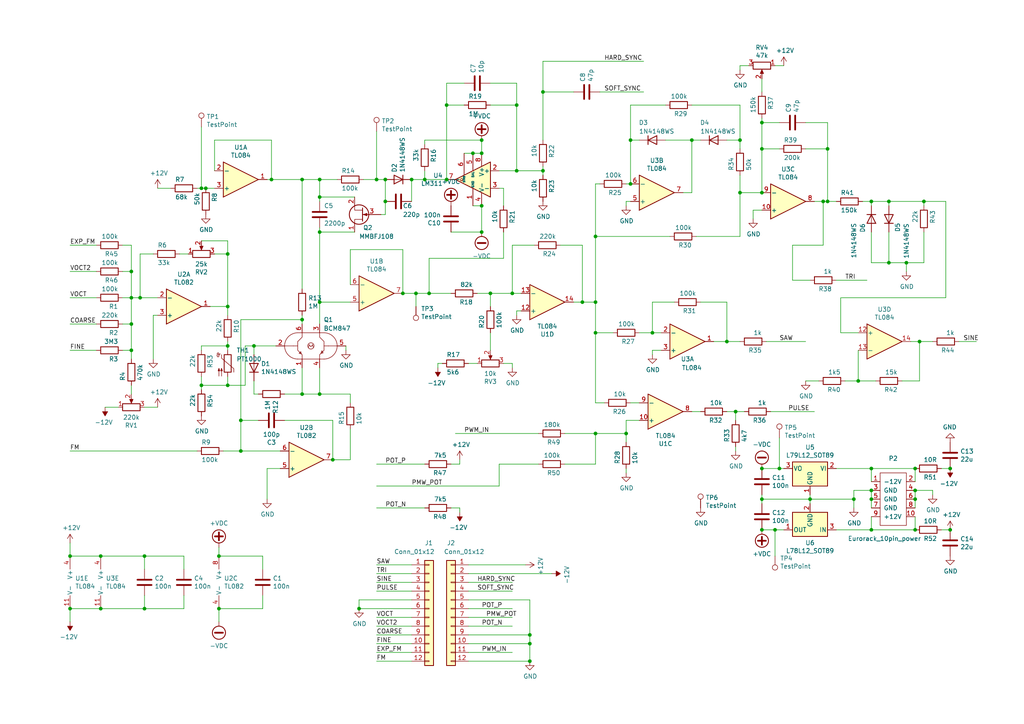
<source format=kicad_sch>
(kicad_sch (version 20211123) (generator eeschema)

  (uuid b352ae0c-ecd4-479b-847d-f3ded444cf2f)

  (paper "A4")

  (lib_symbols
    (symbol "Amplifier_Operational:TL082" (pin_names (offset 0.127)) (in_bom yes) (on_board yes)
      (property "Reference" "U" (id 0) (at 0 5.08 0)
        (effects (font (size 1.27 1.27)) (justify left))
      )
      (property "Value" "TL082" (id 1) (at 0 -5.08 0)
        (effects (font (size 1.27 1.27)) (justify left))
      )
      (property "Footprint" "" (id 2) (at 0 0 0)
        (effects (font (size 1.27 1.27)) hide)
      )
      (property "Datasheet" "http://www.ti.com/lit/ds/symlink/tl081.pdf" (id 3) (at 0 0 0)
        (effects (font (size 1.27 1.27)) hide)
      )
      (property "ki_locked" "" (id 4) (at 0 0 0)
        (effects (font (size 1.27 1.27)))
      )
      (property "ki_keywords" "dual opamp" (id 5) (at 0 0 0)
        (effects (font (size 1.27 1.27)) hide)
      )
      (property "ki_description" "Dual JFET-Input Operational Amplifiers, DIP-8/SOIC-8/SSOP-8" (id 6) (at 0 0 0)
        (effects (font (size 1.27 1.27)) hide)
      )
      (property "ki_fp_filters" "SOIC*3.9x4.9mm*P1.27mm* DIP*W7.62mm* TO*99* OnSemi*Micro8* TSSOP*3x3mm*P0.65mm* TSSOP*4.4x3mm*P0.65mm* MSOP*3x3mm*P0.65mm* SSOP*3.9x4.9mm*P0.635mm* LFCSP*2x2mm*P0.5mm* *SIP* SOIC*5.3x6.2mm*P1.27mm*" (id 7) (at 0 0 0)
        (effects (font (size 1.27 1.27)) hide)
      )
      (symbol "TL082_1_1"
        (polyline
          (pts
            (xy -5.08 5.08)
            (xy 5.08 0)
            (xy -5.08 -5.08)
            (xy -5.08 5.08)
          )
          (stroke (width 0.254) (type default) (color 0 0 0 0))
          (fill (type background))
        )
        (pin output line (at 7.62 0 180) (length 2.54)
          (name "~" (effects (font (size 1.27 1.27))))
          (number "1" (effects (font (size 1.27 1.27))))
        )
        (pin input line (at -7.62 -2.54 0) (length 2.54)
          (name "-" (effects (font (size 1.27 1.27))))
          (number "2" (effects (font (size 1.27 1.27))))
        )
        (pin input line (at -7.62 2.54 0) (length 2.54)
          (name "+" (effects (font (size 1.27 1.27))))
          (number "3" (effects (font (size 1.27 1.27))))
        )
      )
      (symbol "TL082_2_1"
        (polyline
          (pts
            (xy -5.08 5.08)
            (xy 5.08 0)
            (xy -5.08 -5.08)
            (xy -5.08 5.08)
          )
          (stroke (width 0.254) (type default) (color 0 0 0 0))
          (fill (type background))
        )
        (pin input line (at -7.62 2.54 0) (length 2.54)
          (name "+" (effects (font (size 1.27 1.27))))
          (number "5" (effects (font (size 1.27 1.27))))
        )
        (pin input line (at -7.62 -2.54 0) (length 2.54)
          (name "-" (effects (font (size 1.27 1.27))))
          (number "6" (effects (font (size 1.27 1.27))))
        )
        (pin output line (at 7.62 0 180) (length 2.54)
          (name "~" (effects (font (size 1.27 1.27))))
          (number "7" (effects (font (size 1.27 1.27))))
        )
      )
      (symbol "TL082_3_1"
        (pin power_in line (at -2.54 -7.62 90) (length 3.81)
          (name "V-" (effects (font (size 1.27 1.27))))
          (number "4" (effects (font (size 1.27 1.27))))
        )
        (pin power_in line (at -2.54 7.62 270) (length 3.81)
          (name "V+" (effects (font (size 1.27 1.27))))
          (number "8" (effects (font (size 1.27 1.27))))
        )
      )
    )
    (symbol "Amplifier_Operational:TL084" (pin_names (offset 0.127)) (in_bom yes) (on_board yes)
      (property "Reference" "U" (id 0) (at 0 5.08 0)
        (effects (font (size 1.27 1.27)) (justify left))
      )
      (property "Value" "TL084" (id 1) (at 0 -5.08 0)
        (effects (font (size 1.27 1.27)) (justify left))
      )
      (property "Footprint" "" (id 2) (at -1.27 2.54 0)
        (effects (font (size 1.27 1.27)) hide)
      )
      (property "Datasheet" "http://www.ti.com/lit/ds/symlink/tl081.pdf" (id 3) (at 1.27 5.08 0)
        (effects (font (size 1.27 1.27)) hide)
      )
      (property "ki_locked" "" (id 4) (at 0 0 0)
        (effects (font (size 1.27 1.27)))
      )
      (property "ki_keywords" "quad opamp" (id 5) (at 0 0 0)
        (effects (font (size 1.27 1.27)) hide)
      )
      (property "ki_description" "Quad JFET-Input Operational Amplifiers, DIP-14/SOIC-14/SSOP-14" (id 6) (at 0 0 0)
        (effects (font (size 1.27 1.27)) hide)
      )
      (property "ki_fp_filters" "SOIC*3.9x8.7mm*P1.27mm* DIP*W7.62mm* TSSOP*4.4x5mm*P0.65mm* SSOP*5.3x6.2mm*P0.65mm* MSOP*3x3mm*P0.5mm*" (id 7) (at 0 0 0)
        (effects (font (size 1.27 1.27)) hide)
      )
      (symbol "TL084_1_1"
        (polyline
          (pts
            (xy -5.08 5.08)
            (xy 5.08 0)
            (xy -5.08 -5.08)
            (xy -5.08 5.08)
          )
          (stroke (width 0.254) (type default) (color 0 0 0 0))
          (fill (type background))
        )
        (pin output line (at 7.62 0 180) (length 2.54)
          (name "~" (effects (font (size 1.27 1.27))))
          (number "1" (effects (font (size 1.27 1.27))))
        )
        (pin input line (at -7.62 -2.54 0) (length 2.54)
          (name "-" (effects (font (size 1.27 1.27))))
          (number "2" (effects (font (size 1.27 1.27))))
        )
        (pin input line (at -7.62 2.54 0) (length 2.54)
          (name "+" (effects (font (size 1.27 1.27))))
          (number "3" (effects (font (size 1.27 1.27))))
        )
      )
      (symbol "TL084_2_1"
        (polyline
          (pts
            (xy -5.08 5.08)
            (xy 5.08 0)
            (xy -5.08 -5.08)
            (xy -5.08 5.08)
          )
          (stroke (width 0.254) (type default) (color 0 0 0 0))
          (fill (type background))
        )
        (pin input line (at -7.62 2.54 0) (length 2.54)
          (name "+" (effects (font (size 1.27 1.27))))
          (number "5" (effects (font (size 1.27 1.27))))
        )
        (pin input line (at -7.62 -2.54 0) (length 2.54)
          (name "-" (effects (font (size 1.27 1.27))))
          (number "6" (effects (font (size 1.27 1.27))))
        )
        (pin output line (at 7.62 0 180) (length 2.54)
          (name "~" (effects (font (size 1.27 1.27))))
          (number "7" (effects (font (size 1.27 1.27))))
        )
      )
      (symbol "TL084_3_1"
        (polyline
          (pts
            (xy -5.08 5.08)
            (xy 5.08 0)
            (xy -5.08 -5.08)
            (xy -5.08 5.08)
          )
          (stroke (width 0.254) (type default) (color 0 0 0 0))
          (fill (type background))
        )
        (pin input line (at -7.62 2.54 0) (length 2.54)
          (name "+" (effects (font (size 1.27 1.27))))
          (number "10" (effects (font (size 1.27 1.27))))
        )
        (pin output line (at 7.62 0 180) (length 2.54)
          (name "~" (effects (font (size 1.27 1.27))))
          (number "8" (effects (font (size 1.27 1.27))))
        )
        (pin input line (at -7.62 -2.54 0) (length 2.54)
          (name "-" (effects (font (size 1.27 1.27))))
          (number "9" (effects (font (size 1.27 1.27))))
        )
      )
      (symbol "TL084_4_1"
        (polyline
          (pts
            (xy -5.08 5.08)
            (xy 5.08 0)
            (xy -5.08 -5.08)
            (xy -5.08 5.08)
          )
          (stroke (width 0.254) (type default) (color 0 0 0 0))
          (fill (type background))
        )
        (pin input line (at -7.62 2.54 0) (length 2.54)
          (name "+" (effects (font (size 1.27 1.27))))
          (number "12" (effects (font (size 1.27 1.27))))
        )
        (pin input line (at -7.62 -2.54 0) (length 2.54)
          (name "-" (effects (font (size 1.27 1.27))))
          (number "13" (effects (font (size 1.27 1.27))))
        )
        (pin output line (at 7.62 0 180) (length 2.54)
          (name "~" (effects (font (size 1.27 1.27))))
          (number "14" (effects (font (size 1.27 1.27))))
        )
      )
      (symbol "TL084_5_1"
        (pin power_in line (at -2.54 -7.62 90) (length 3.81)
          (name "V-" (effects (font (size 1.27 1.27))))
          (number "11" (effects (font (size 1.27 1.27))))
        )
        (pin power_in line (at -2.54 7.62 270) (length 3.81)
          (name "V+" (effects (font (size 1.27 1.27))))
          (number "4" (effects (font (size 1.27 1.27))))
        )
      )
    )
    (symbol "Comparator:LM311" (pin_names (offset 0.127)) (in_bom yes) (on_board yes)
      (property "Reference" "U" (id 0) (at 3.81 6.35 0)
        (effects (font (size 1.27 1.27)) (justify left))
      )
      (property "Value" "LM311" (id 1) (at 3.81 3.81 0)
        (effects (font (size 1.27 1.27)) (justify left))
      )
      (property "Footprint" "" (id 2) (at 0 0 0)
        (effects (font (size 1.27 1.27)) hide)
      )
      (property "Datasheet" "https://www.st.com/resource/en/datasheet/lm311.pdf" (id 3) (at 0 0 0)
        (effects (font (size 1.27 1.27)) hide)
      )
      (property "ki_keywords" "cmp open collector" (id 4) (at 0 0 0)
        (effects (font (size 1.27 1.27)) hide)
      )
      (property "ki_description" "Voltage Comparator, DIP-8/SOIC-8" (id 5) (at 0 0 0)
        (effects (font (size 1.27 1.27)) hide)
      )
      (property "ki_fp_filters" "SOIC*3.9x4.9mm*P1.27mm* DIP*W7.62mm*" (id 6) (at 0 0 0)
        (effects (font (size 1.27 1.27)) hide)
      )
      (symbol "LM311_0_1"
        (polyline
          (pts
            (xy 5.08 0)
            (xy -5.08 5.08)
            (xy -5.08 -5.08)
            (xy 5.08 0)
          )
          (stroke (width 0.254) (type default) (color 0 0 0 0))
          (fill (type background))
        )
        (polyline
          (pts
            (xy 3.683 -0.381)
            (xy 3.302 -0.381)
            (xy 3.683 0)
            (xy 3.302 0.381)
            (xy 2.921 0)
            (xy 3.302 -0.381)
            (xy 2.921 -0.381)
          )
          (stroke (width 0.127) (type default) (color 0 0 0 0))
          (fill (type none))
        )
      )
      (symbol "LM311_1_1"
        (pin passive line (at 0 -7.62 90) (length 5.08)
          (name "GND" (effects (font (size 0.635 0.635))))
          (number "1" (effects (font (size 1.27 1.27))))
        )
        (pin input line (at -7.62 2.54 0) (length 2.54)
          (name "+" (effects (font (size 1.27 1.27))))
          (number "2" (effects (font (size 1.27 1.27))))
        )
        (pin input line (at -7.62 -2.54 0) (length 2.54)
          (name "-" (effects (font (size 1.27 1.27))))
          (number "3" (effects (font (size 1.27 1.27))))
        )
        (pin power_in line (at -2.54 -7.62 90) (length 3.81)
          (name "V-" (effects (font (size 1.27 1.27))))
          (number "4" (effects (font (size 1.27 1.27))))
        )
        (pin input line (at 0 7.62 270) (length 5.08)
          (name "BAL" (effects (font (size 0.635 0.635))))
          (number "5" (effects (font (size 1.27 1.27))))
        )
        (pin input line (at 2.54 7.62 270) (length 6.35)
          (name "STRB" (effects (font (size 0.508 0.508))))
          (number "6" (effects (font (size 1.27 1.27))))
        )
        (pin open_collector line (at 7.62 0 180) (length 2.54)
          (name "~" (effects (font (size 1.27 1.27))))
          (number "7" (effects (font (size 1.27 1.27))))
        )
        (pin power_in line (at -2.54 7.62 270) (length 3.81)
          (name "V+" (effects (font (size 1.27 1.27))))
          (number "8" (effects (font (size 1.27 1.27))))
        )
      )
    )
    (symbol "Connector:TestPoint" (pin_numbers hide) (pin_names (offset 0.762) hide) (in_bom yes) (on_board yes)
      (property "Reference" "TP" (id 0) (at 0 6.858 0)
        (effects (font (size 1.27 1.27)))
      )
      (property "Value" "TestPoint" (id 1) (at 0 5.08 0)
        (effects (font (size 1.27 1.27)))
      )
      (property "Footprint" "" (id 2) (at 5.08 0 0)
        (effects (font (size 1.27 1.27)) hide)
      )
      (property "Datasheet" "~" (id 3) (at 5.08 0 0)
        (effects (font (size 1.27 1.27)) hide)
      )
      (property "ki_keywords" "test point tp" (id 4) (at 0 0 0)
        (effects (font (size 1.27 1.27)) hide)
      )
      (property "ki_description" "test point" (id 5) (at 0 0 0)
        (effects (font (size 1.27 1.27)) hide)
      )
      (property "ki_fp_filters" "Pin* Test*" (id 6) (at 0 0 0)
        (effects (font (size 1.27 1.27)) hide)
      )
      (symbol "TestPoint_0_1"
        (circle (center 0 3.302) (radius 0.762)
          (stroke (width 0) (type default) (color 0 0 0 0))
          (fill (type none))
        )
      )
      (symbol "TestPoint_1_1"
        (pin passive line (at 0 0 90) (length 2.54)
          (name "1" (effects (font (size 1.27 1.27))))
          (number "1" (effects (font (size 1.27 1.27))))
        )
      )
    )
    (symbol "Connector_Generic:Conn_01x12" (pin_names (offset 1.016) hide) (in_bom yes) (on_board yes)
      (property "Reference" "J" (id 0) (at 0 15.24 0)
        (effects (font (size 1.27 1.27)))
      )
      (property "Value" "Conn_01x12" (id 1) (at 0 -17.78 0)
        (effects (font (size 1.27 1.27)))
      )
      (property "Footprint" "" (id 2) (at 0 0 0)
        (effects (font (size 1.27 1.27)) hide)
      )
      (property "Datasheet" "~" (id 3) (at 0 0 0)
        (effects (font (size 1.27 1.27)) hide)
      )
      (property "ki_keywords" "connector" (id 4) (at 0 0 0)
        (effects (font (size 1.27 1.27)) hide)
      )
      (property "ki_description" "Generic connector, single row, 01x12, script generated (kicad-library-utils/schlib/autogen/connector/)" (id 5) (at 0 0 0)
        (effects (font (size 1.27 1.27)) hide)
      )
      (property "ki_fp_filters" "Connector*:*_1x??_*" (id 6) (at 0 0 0)
        (effects (font (size 1.27 1.27)) hide)
      )
      (symbol "Conn_01x12_1_1"
        (rectangle (start -1.27 -15.113) (end 0 -15.367)
          (stroke (width 0.1524) (type default) (color 0 0 0 0))
          (fill (type none))
        )
        (rectangle (start -1.27 -12.573) (end 0 -12.827)
          (stroke (width 0.1524) (type default) (color 0 0 0 0))
          (fill (type none))
        )
        (rectangle (start -1.27 -10.033) (end 0 -10.287)
          (stroke (width 0.1524) (type default) (color 0 0 0 0))
          (fill (type none))
        )
        (rectangle (start -1.27 -7.493) (end 0 -7.747)
          (stroke (width 0.1524) (type default) (color 0 0 0 0))
          (fill (type none))
        )
        (rectangle (start -1.27 -4.953) (end 0 -5.207)
          (stroke (width 0.1524) (type default) (color 0 0 0 0))
          (fill (type none))
        )
        (rectangle (start -1.27 -2.413) (end 0 -2.667)
          (stroke (width 0.1524) (type default) (color 0 0 0 0))
          (fill (type none))
        )
        (rectangle (start -1.27 0.127) (end 0 -0.127)
          (stroke (width 0.1524) (type default) (color 0 0 0 0))
          (fill (type none))
        )
        (rectangle (start -1.27 2.667) (end 0 2.413)
          (stroke (width 0.1524) (type default) (color 0 0 0 0))
          (fill (type none))
        )
        (rectangle (start -1.27 5.207) (end 0 4.953)
          (stroke (width 0.1524) (type default) (color 0 0 0 0))
          (fill (type none))
        )
        (rectangle (start -1.27 7.747) (end 0 7.493)
          (stroke (width 0.1524) (type default) (color 0 0 0 0))
          (fill (type none))
        )
        (rectangle (start -1.27 10.287) (end 0 10.033)
          (stroke (width 0.1524) (type default) (color 0 0 0 0))
          (fill (type none))
        )
        (rectangle (start -1.27 12.827) (end 0 12.573)
          (stroke (width 0.1524) (type default) (color 0 0 0 0))
          (fill (type none))
        )
        (rectangle (start -1.27 13.97) (end 1.27 -16.51)
          (stroke (width 0.254) (type default) (color 0 0 0 0))
          (fill (type background))
        )
        (pin passive line (at -5.08 12.7 0) (length 3.81)
          (name "Pin_1" (effects (font (size 1.27 1.27))))
          (number "1" (effects (font (size 1.27 1.27))))
        )
        (pin passive line (at -5.08 -10.16 0) (length 3.81)
          (name "Pin_10" (effects (font (size 1.27 1.27))))
          (number "10" (effects (font (size 1.27 1.27))))
        )
        (pin passive line (at -5.08 -12.7 0) (length 3.81)
          (name "Pin_11" (effects (font (size 1.27 1.27))))
          (number "11" (effects (font (size 1.27 1.27))))
        )
        (pin passive line (at -5.08 -15.24 0) (length 3.81)
          (name "Pin_12" (effects (font (size 1.27 1.27))))
          (number "12" (effects (font (size 1.27 1.27))))
        )
        (pin passive line (at -5.08 10.16 0) (length 3.81)
          (name "Pin_2" (effects (font (size 1.27 1.27))))
          (number "2" (effects (font (size 1.27 1.27))))
        )
        (pin passive line (at -5.08 7.62 0) (length 3.81)
          (name "Pin_3" (effects (font (size 1.27 1.27))))
          (number "3" (effects (font (size 1.27 1.27))))
        )
        (pin passive line (at -5.08 5.08 0) (length 3.81)
          (name "Pin_4" (effects (font (size 1.27 1.27))))
          (number "4" (effects (font (size 1.27 1.27))))
        )
        (pin passive line (at -5.08 2.54 0) (length 3.81)
          (name "Pin_5" (effects (font (size 1.27 1.27))))
          (number "5" (effects (font (size 1.27 1.27))))
        )
        (pin passive line (at -5.08 0 0) (length 3.81)
          (name "Pin_6" (effects (font (size 1.27 1.27))))
          (number "6" (effects (font (size 1.27 1.27))))
        )
        (pin passive line (at -5.08 -2.54 0) (length 3.81)
          (name "Pin_7" (effects (font (size 1.27 1.27))))
          (number "7" (effects (font (size 1.27 1.27))))
        )
        (pin passive line (at -5.08 -5.08 0) (length 3.81)
          (name "Pin_8" (effects (font (size 1.27 1.27))))
          (number "8" (effects (font (size 1.27 1.27))))
        )
        (pin passive line (at -5.08 -7.62 0) (length 3.81)
          (name "Pin_9" (effects (font (size 1.27 1.27))))
          (number "9" (effects (font (size 1.27 1.27))))
        )
      )
    )
    (symbol "Device:C" (pin_numbers hide) (pin_names (offset 0.254)) (in_bom yes) (on_board yes)
      (property "Reference" "C" (id 0) (at 0.635 2.54 0)
        (effects (font (size 1.27 1.27)) (justify left))
      )
      (property "Value" "C" (id 1) (at 0.635 -2.54 0)
        (effects (font (size 1.27 1.27)) (justify left))
      )
      (property "Footprint" "" (id 2) (at 0.9652 -3.81 0)
        (effects (font (size 1.27 1.27)) hide)
      )
      (property "Datasheet" "~" (id 3) (at 0 0 0)
        (effects (font (size 1.27 1.27)) hide)
      )
      (property "ki_keywords" "cap capacitor" (id 4) (at 0 0 0)
        (effects (font (size 1.27 1.27)) hide)
      )
      (property "ki_description" "Unpolarized capacitor" (id 5) (at 0 0 0)
        (effects (font (size 1.27 1.27)) hide)
      )
      (property "ki_fp_filters" "C_*" (id 6) (at 0 0 0)
        (effects (font (size 1.27 1.27)) hide)
      )
      (symbol "C_0_1"
        (polyline
          (pts
            (xy -2.032 -0.762)
            (xy 2.032 -0.762)
          )
          (stroke (width 0.508) (type default) (color 0 0 0 0))
          (fill (type none))
        )
        (polyline
          (pts
            (xy -2.032 0.762)
            (xy 2.032 0.762)
          )
          (stroke (width 0.508) (type default) (color 0 0 0 0))
          (fill (type none))
        )
      )
      (symbol "C_1_1"
        (pin passive line (at 0 3.81 270) (length 2.794)
          (name "~" (effects (font (size 1.27 1.27))))
          (number "1" (effects (font (size 1.27 1.27))))
        )
        (pin passive line (at 0 -3.81 90) (length 2.794)
          (name "~" (effects (font (size 1.27 1.27))))
          (number "2" (effects (font (size 1.27 1.27))))
        )
      )
    )
    (symbol "Diode:1N4148WS" (pin_numbers hide) (pin_names (offset 1.016) hide) (in_bom yes) (on_board yes)
      (property "Reference" "D" (id 0) (at 0 2.54 0)
        (effects (font (size 1.27 1.27)))
      )
      (property "Value" "1N4148WS" (id 1) (at 0 -2.54 0)
        (effects (font (size 1.27 1.27)))
      )
      (property "Footprint" "Diode_SMD:D_SOD-323" (id 2) (at 0 -4.445 0)
        (effects (font (size 1.27 1.27)) hide)
      )
      (property "Datasheet" "https://www.vishay.com/docs/85751/1n4148ws.pdf" (id 3) (at 0 0 0)
        (effects (font (size 1.27 1.27)) hide)
      )
      (property "ki_keywords" "diode" (id 4) (at 0 0 0)
        (effects (font (size 1.27 1.27)) hide)
      )
      (property "ki_description" "75V 0.15A Fast switching Diode, SOD-323" (id 5) (at 0 0 0)
        (effects (font (size 1.27 1.27)) hide)
      )
      (property "ki_fp_filters" "D*SOD?323*" (id 6) (at 0 0 0)
        (effects (font (size 1.27 1.27)) hide)
      )
      (symbol "1N4148WS_0_1"
        (polyline
          (pts
            (xy -1.27 1.27)
            (xy -1.27 -1.27)
          )
          (stroke (width 0.254) (type default) (color 0 0 0 0))
          (fill (type none))
        )
        (polyline
          (pts
            (xy 1.27 0)
            (xy -1.27 0)
          )
          (stroke (width 0) (type default) (color 0 0 0 0))
          (fill (type none))
        )
        (polyline
          (pts
            (xy 1.27 1.27)
            (xy 1.27 -1.27)
            (xy -1.27 0)
            (xy 1.27 1.27)
          )
          (stroke (width 0.254) (type default) (color 0 0 0 0))
          (fill (type none))
        )
      )
      (symbol "1N4148WS_1_1"
        (pin passive line (at -3.81 0 0) (length 2.54)
          (name "K" (effects (font (size 1.27 1.27))))
          (number "1" (effects (font (size 1.27 1.27))))
        )
        (pin passive line (at 3.81 0 180) (length 2.54)
          (name "A" (effects (font (size 1.27 1.27))))
          (number "2" (effects (font (size 1.27 1.27))))
        )
      )
    )
    (symbol "Regulator_Linear:L78L12_SOT89" (pin_names (offset 0.254)) (in_bom yes) (on_board yes)
      (property "Reference" "U" (id 0) (at -3.81 3.175 0)
        (effects (font (size 1.27 1.27)))
      )
      (property "Value" "L78L12_SOT89" (id 1) (at -0.635 3.175 0)
        (effects (font (size 1.27 1.27)) (justify left))
      )
      (property "Footprint" "Package_TO_SOT_SMD:SOT-89-3" (id 2) (at 0 5.08 0)
        (effects (font (size 1.27 1.27) italic) hide)
      )
      (property "Datasheet" "http://www.st.com/content/ccc/resource/technical/document/datasheet/15/55/e5/aa/23/5b/43/fd/CD00000446.pdf/files/CD00000446.pdf/jcr:content/translations/en.CD00000446.pdf" (id 3) (at 0 -1.27 0)
        (effects (font (size 1.27 1.27)) hide)
      )
      (property "ki_keywords" "Voltage Regulator 100mA Positive" (id 4) (at 0 0 0)
        (effects (font (size 1.27 1.27)) hide)
      )
      (property "ki_description" "Positive 100mA 30V Linear Regulator, Fixed Output 12V, SOT-89" (id 5) (at 0 0 0)
        (effects (font (size 1.27 1.27)) hide)
      )
      (property "ki_fp_filters" "SOT?89*" (id 6) (at 0 0 0)
        (effects (font (size 1.27 1.27)) hide)
      )
      (symbol "L78L12_SOT89_0_1"
        (rectangle (start -5.08 1.905) (end 5.08 -5.08)
          (stroke (width 0.254) (type default) (color 0 0 0 0))
          (fill (type background))
        )
      )
      (symbol "L78L12_SOT89_1_1"
        (pin power_out line (at 7.62 0 180) (length 2.54)
          (name "OUT" (effects (font (size 1.27 1.27))))
          (number "1" (effects (font (size 1.27 1.27))))
        )
        (pin power_in line (at 0 -7.62 90) (length 2.54)
          (name "GND" (effects (font (size 1.27 1.27))))
          (number "2" (effects (font (size 1.27 1.27))))
        )
        (pin power_in line (at -7.62 0 0) (length 2.54)
          (name "IN" (effects (font (size 1.27 1.27))))
          (number "3" (effects (font (size 1.27 1.27))))
        )
      )
    )
    (symbol "Regulator_Linear:L79L12_SOT89" (pin_names (offset 0.254)) (in_bom yes) (on_board yes)
      (property "Reference" "U" (id 0) (at -3.81 -3.175 0)
        (effects (font (size 1.27 1.27)))
      )
      (property "Value" "L79L12_SOT89" (id 1) (at 0 -3.175 0)
        (effects (font (size 1.27 1.27)) (justify left))
      )
      (property "Footprint" "Package_TO_SOT_SMD:SOT-89-3" (id 2) (at 0 -5.08 0)
        (effects (font (size 1.27 1.27) italic) hide)
      )
      (property "Datasheet" "http://www.farnell.com/datasheets/1827870.pdf" (id 3) (at 0 0 0)
        (effects (font (size 1.27 1.27)) hide)
      )
      (property "ki_keywords" "Voltage Regulator 100mA Negative" (id 4) (at 0 0 0)
        (effects (font (size 1.27 1.27)) hide)
      )
      (property "ki_description" "Negative 100mA -30V Linear Regulator, Fixed Output -5V, SOT-89" (id 5) (at 0 0 0)
        (effects (font (size 1.27 1.27)) hide)
      )
      (property "ki_fp_filters" "SOT?89*" (id 6) (at 0 0 0)
        (effects (font (size 1.27 1.27)) hide)
      )
      (symbol "L79L12_SOT89_0_1"
        (rectangle (start -5.08 5.08) (end 5.08 -1.905)
          (stroke (width 0.254) (type default) (color 0 0 0 0))
          (fill (type background))
        )
      )
      (symbol "L79L12_SOT89_1_1"
        (pin power_in line (at 0 7.62 270) (length 2.54)
          (name "GND" (effects (font (size 1.27 1.27))))
          (number "1" (effects (font (size 1.27 1.27))))
        )
        (pin power_in line (at -7.62 0 0) (length 2.54)
          (name "VI" (effects (font (size 1.27 1.27))))
          (number "2" (effects (font (size 1.27 1.27))))
        )
        (pin power_out line (at 7.62 0 180) (length 2.54)
          (name "VO" (effects (font (size 1.27 1.27))))
          (number "3" (effects (font (size 1.27 1.27))))
        )
      )
    )
    (symbol "power:+12V" (power) (pin_names (offset 0)) (in_bom yes) (on_board yes)
      (property "Reference" "#PWR" (id 0) (at 0 -3.81 0)
        (effects (font (size 1.27 1.27)) hide)
      )
      (property "Value" "+12V" (id 1) (at 0 3.556 0)
        (effects (font (size 1.27 1.27)))
      )
      (property "Footprint" "" (id 2) (at 0 0 0)
        (effects (font (size 1.27 1.27)) hide)
      )
      (property "Datasheet" "" (id 3) (at 0 0 0)
        (effects (font (size 1.27 1.27)) hide)
      )
      (property "ki_keywords" "power-flag" (id 4) (at 0 0 0)
        (effects (font (size 1.27 1.27)) hide)
      )
      (property "ki_description" "Power symbol creates a global label with name \"+12V\"" (id 5) (at 0 0 0)
        (effects (font (size 1.27 1.27)) hide)
      )
      (symbol "+12V_0_1"
        (polyline
          (pts
            (xy -0.762 1.27)
            (xy 0 2.54)
          )
          (stroke (width 0) (type default) (color 0 0 0 0))
          (fill (type none))
        )
        (polyline
          (pts
            (xy 0 0)
            (xy 0 2.54)
          )
          (stroke (width 0) (type default) (color 0 0 0 0))
          (fill (type none))
        )
        (polyline
          (pts
            (xy 0 2.54)
            (xy 0.762 1.27)
          )
          (stroke (width 0) (type default) (color 0 0 0 0))
          (fill (type none))
        )
      )
      (symbol "+12V_1_1"
        (pin power_in line (at 0 0 90) (length 0) hide
          (name "+12V" (effects (font (size 1.27 1.27))))
          (number "1" (effects (font (size 1.27 1.27))))
        )
      )
    )
    (symbol "power:+VDC" (power) (pin_names (offset 0)) (in_bom yes) (on_board yes)
      (property "Reference" "#PWR" (id 0) (at 0 -2.54 0)
        (effects (font (size 1.27 1.27)) hide)
      )
      (property "Value" "+VDC" (id 1) (at 0 6.35 0)
        (effects (font (size 1.27 1.27)))
      )
      (property "Footprint" "" (id 2) (at 0 0 0)
        (effects (font (size 1.27 1.27)) hide)
      )
      (property "Datasheet" "" (id 3) (at 0 0 0)
        (effects (font (size 1.27 1.27)) hide)
      )
      (property "ki_keywords" "power-flag" (id 4) (at 0 0 0)
        (effects (font (size 1.27 1.27)) hide)
      )
      (property "ki_description" "Power symbol creates a global label with name \"+VDC\"" (id 5) (at 0 0 0)
        (effects (font (size 1.27 1.27)) hide)
      )
      (symbol "+VDC_0_1"
        (polyline
          (pts
            (xy -1.143 3.175)
            (xy 1.143 3.175)
          )
          (stroke (width 0.508) (type default) (color 0 0 0 0))
          (fill (type none))
        )
        (polyline
          (pts
            (xy 0 0)
            (xy 0 1.27)
          )
          (stroke (width 0) (type default) (color 0 0 0 0))
          (fill (type none))
        )
        (polyline
          (pts
            (xy 0 2.032)
            (xy 0 4.318)
          )
          (stroke (width 0.508) (type default) (color 0 0 0 0))
          (fill (type none))
        )
        (circle (center 0 3.175) (radius 1.905)
          (stroke (width 0.254) (type default) (color 0 0 0 0))
          (fill (type none))
        )
      )
      (symbol "+VDC_1_1"
        (pin power_in line (at 0 0 90) (length 0) hide
          (name "+VDC" (effects (font (size 1.27 1.27))))
          (number "1" (effects (font (size 1.27 1.27))))
        )
      )
    )
    (symbol "power:-12V" (power) (pin_names (offset 0)) (in_bom yes) (on_board yes)
      (property "Reference" "#PWR" (id 0) (at 0 2.54 0)
        (effects (font (size 1.27 1.27)) hide)
      )
      (property "Value" "-12V" (id 1) (at 0 3.81 0)
        (effects (font (size 1.27 1.27)))
      )
      (property "Footprint" "" (id 2) (at 0 0 0)
        (effects (font (size 1.27 1.27)) hide)
      )
      (property "Datasheet" "" (id 3) (at 0 0 0)
        (effects (font (size 1.27 1.27)) hide)
      )
      (property "ki_keywords" "power-flag" (id 4) (at 0 0 0)
        (effects (font (size 1.27 1.27)) hide)
      )
      (property "ki_description" "Power symbol creates a global label with name \"-12V\"" (id 5) (at 0 0 0)
        (effects (font (size 1.27 1.27)) hide)
      )
      (symbol "-12V_0_0"
        (pin power_in line (at 0 0 90) (length 0) hide
          (name "-12V" (effects (font (size 1.27 1.27))))
          (number "1" (effects (font (size 1.27 1.27))))
        )
      )
      (symbol "-12V_0_1"
        (polyline
          (pts
            (xy 0 0)
            (xy 0 1.27)
            (xy 0.762 1.27)
            (xy 0 2.54)
            (xy -0.762 1.27)
            (xy 0 1.27)
          )
          (stroke (width 0) (type default) (color 0 0 0 0))
          (fill (type outline))
        )
      )
    )
    (symbol "power:-VDC" (power) (pin_names (offset 0)) (in_bom yes) (on_board yes)
      (property "Reference" "#PWR" (id 0) (at 0 -2.54 0)
        (effects (font (size 1.27 1.27)) hide)
      )
      (property "Value" "-VDC" (id 1) (at 0 6.35 0)
        (effects (font (size 1.27 1.27)))
      )
      (property "Footprint" "" (id 2) (at 0 0 0)
        (effects (font (size 1.27 1.27)) hide)
      )
      (property "Datasheet" "" (id 3) (at 0 0 0)
        (effects (font (size 1.27 1.27)) hide)
      )
      (property "ki_keywords" "power-flag" (id 4) (at 0 0 0)
        (effects (font (size 1.27 1.27)) hide)
      )
      (property "ki_description" "Power symbol creates a global label with name \"-VDC\"" (id 5) (at 0 0 0)
        (effects (font (size 1.27 1.27)) hide)
      )
      (symbol "-VDC_0_1"
        (polyline
          (pts
            (xy -1.143 3.175)
            (xy 1.143 3.175)
          )
          (stroke (width 0.508) (type default) (color 0 0 0 0))
          (fill (type none))
        )
        (polyline
          (pts
            (xy 0 0)
            (xy 0 1.27)
          )
          (stroke (width 0) (type default) (color 0 0 0 0))
          (fill (type none))
        )
        (circle (center 0 3.175) (radius 1.905)
          (stroke (width 0.254) (type default) (color 0 0 0 0))
          (fill (type none))
        )
      )
      (symbol "-VDC_1_1"
        (pin power_in line (at 0 0 90) (length 0) hide
          (name "-VDC" (effects (font (size 1.27 1.27))))
          (number "1" (effects (font (size 1.27 1.27))))
        )
      )
    )
    (symbol "power:GND" (power) (pin_names (offset 0)) (in_bom yes) (on_board yes)
      (property "Reference" "#PWR" (id 0) (at 0 -6.35 0)
        (effects (font (size 1.27 1.27)) hide)
      )
      (property "Value" "GND" (id 1) (at 0 -3.81 0)
        (effects (font (size 1.27 1.27)))
      )
      (property "Footprint" "" (id 2) (at 0 0 0)
        (effects (font (size 1.27 1.27)) hide)
      )
      (property "Datasheet" "" (id 3) (at 0 0 0)
        (effects (font (size 1.27 1.27)) hide)
      )
      (property "ki_keywords" "power-flag" (id 4) (at 0 0 0)
        (effects (font (size 1.27 1.27)) hide)
      )
      (property "ki_description" "Power symbol creates a global label with name \"GND\" , ground" (id 5) (at 0 0 0)
        (effects (font (size 1.27 1.27)) hide)
      )
      (symbol "GND_0_1"
        (polyline
          (pts
            (xy 0 0)
            (xy 0 -1.27)
            (xy 1.27 -1.27)
            (xy 0 -2.54)
            (xy -1.27 -1.27)
            (xy 0 -1.27)
          )
          (stroke (width 0) (type default) (color 0 0 0 0))
          (fill (type none))
        )
      )
      (symbol "GND_1_1"
        (pin power_in line (at 0 0 270) (length 0) hide
          (name "GND" (effects (font (size 1.27 1.27))))
          (number "1" (effects (font (size 1.27 1.27))))
        )
      )
    )
    (symbol "project_oscillator:BCM847" (pin_names (offset 1.016) hide) (in_bom yes) (on_board yes)
      (property "Reference" "Q" (id 0) (at 6.35 11.43 0)
        (effects (font (size 1.27 1.27)))
      )
      (property "Value" "BCM847" (id 1) (at 8.89 8.89 0)
        (effects (font (size 1.27 1.27)))
      )
      (property "Footprint" "project_oscillator:SOT-457, SC-74" (id 2) (at 0 11.43 0)
        (effects (font (size 1.27 1.27)) hide)
      )
      (property "Datasheet" "" (id 3) (at 2.54 6.35 90)
        (effects (font (size 1.27 1.27)) hide)
      )
      (symbol "BCM847_0_1"
        (arc (start -3.81 7.62) (mid -7.62 3.81) (end -3.81 0)
          (stroke (width 0) (type default) (color 0 0 0 0))
          (fill (type none))
        )
        (polyline
          (pts
            (xy -7.62 3.81)
            (xy -5.08 3.81)
          )
          (stroke (width 0) (type default) (color 0 0 0 0))
          (fill (type none))
        )
        (polyline
          (pts
            (xy -5.08 3.81)
            (xy -3.81 3.81)
          )
          (stroke (width 0) (type default) (color 0 0 0 0))
          (fill (type none))
        )
        (polyline
          (pts
            (xy -3.81 0)
            (xy 3.81 0)
          )
          (stroke (width 0) (type default) (color 0 0 0 0))
          (fill (type none))
        )
        (polyline
          (pts
            (xy -3.81 7.62)
            (xy 3.81 7.62)
          )
          (stroke (width 0) (type default) (color 0 0 0 0))
          (fill (type none))
        )
        (polyline
          (pts
            (xy 3.81 3.81)
            (xy 5.08 3.81)
          )
          (stroke (width 0) (type default) (color 0 0 0 0))
          (fill (type none))
        )
        (polyline
          (pts
            (xy 5.08 3.81)
            (xy 7.62 3.81)
          )
          (stroke (width 0) (type default) (color 0 0 0 0))
          (fill (type none))
        )
        (polyline
          (pts
            (xy -3.81 5.08)
            (xy -2.54 6.35)
            (xy -2.54 7.62)
          )
          (stroke (width 0) (type default) (color 0 0 0 0))
          (fill (type none))
        )
        (polyline
          (pts
            (xy -3.81 5.08)
            (xy -3.81 2.54)
            (xy -2.54 1.27)
            (xy -2.54 0)
          )
          (stroke (width 0) (type default) (color 0 0 0 0))
          (fill (type none))
        )
        (polyline
          (pts
            (xy -2.794 1.524)
            (xy -3.429 1.651)
            (xy -2.921 2.159)
            (xy -2.794 1.524)
          )
          (stroke (width 0) (type default) (color 0 0 0 0))
          (fill (type none))
        )
        (polyline
          (pts
            (xy 2.921 1.651)
            (xy 3.175 2.413)
            (xy 3.556 1.778)
            (xy 2.921 1.651)
          )
          (stroke (width 0) (type default) (color 0 0 0 0))
          (fill (type none))
        )
        (polyline
          (pts
            (xy -0.635 3.429)
            (xy -0.508 4.191)
            (xy 0 3.556)
            (xy 0.508 4.191)
            (xy 0.635 3.429)
          )
          (stroke (width 0) (type default) (color 0 0 0 0))
          (fill (type none))
        )
        (polyline
          (pts
            (xy 2.54 7.62)
            (xy 2.54 6.35)
            (xy 3.81 5.08)
            (xy 3.81 2.54)
            (xy 2.54 1.27)
            (xy 2.54 0)
          )
          (stroke (width 0) (type default) (color 0 0 0 0))
          (fill (type none))
        )
        (circle (center 0 3.81) (radius 0.9144)
          (stroke (width 0) (type default) (color 0 0 0 0))
          (fill (type none))
        )
        (arc (start 3.81 0) (mid 7.62 3.81) (end 3.81 7.62)
          (stroke (width 0) (type default) (color 0 0 0 0))
          (fill (type none))
        )
      )
      (symbol "BCM847_1_1"
        (pin passive line (at -2.54 -2.54 90) (length 2.54)
          (name "E1" (effects (font (size 1.27 1.27))))
          (number "1" (effects (font (size 1.27 1.27))))
        )
        (pin passive line (at -10.16 3.81 0) (length 2.54)
          (name "B1" (effects (font (size 1.27 1.27))))
          (number "2" (effects (font (size 1.27 1.27))))
        )
        (pin passive line (at 2.54 10.16 270) (length 2.54)
          (name "C2" (effects (font (size 1.27 1.27))))
          (number "3" (effects (font (size 1.27 1.27))))
        )
        (pin passive line (at 2.54 -2.54 90) (length 2.54)
          (name "E2" (effects (font (size 1.27 1.27))))
          (number "4" (effects (font (size 1.27 1.27))))
        )
        (pin passive line (at 10.16 3.81 180) (length 2.54)
          (name "B2" (effects (font (size 1.27 1.27))))
          (number "5" (effects (font (size 1.27 1.27))))
        )
        (pin passive line (at -2.54 10.16 270) (length 2.54)
          (name "C1" (effects (font (size 1.27 1.27))))
          (number "6" (effects (font (size 1.27 1.27))))
        )
      )
    )
    (symbol "project_oscillator:Eurorack_10pin_power" (pin_names (offset 1.016)) (in_bom yes) (on_board yes)
      (property "Reference" "P" (id 0) (at 0 8.89 0)
        (effects (font (size 1.27 1.27)))
      )
      (property "Value" "Eurorack_10pin_power" (id 1) (at 1.27 -8.89 0)
        (effects (font (size 1.27 1.27)))
      )
      (property "Footprint" "project_oscillator:HEADER_10POS_2ROW" (id 2) (at -2.54 -3.81 0)
        (effects (font (size 1.27 1.27)) hide)
      )
      (property "Datasheet" "" (id 3) (at -2.54 -3.81 0)
        (effects (font (size 1.27 1.27)) hide)
      )
      (symbol "Eurorack_10pin_power_0_1"
        (rectangle (start -3.81 -7.62) (end 3.81 7.62)
          (stroke (width 0) (type default) (color 0 0 0 0))
          (fill (type none))
        )
      )
      (symbol "Eurorack_10pin_power_1_1"
        (pin passive line (at -6.35 5.08 0) (length 2.54)
          (name "-12V" (effects (font (size 1.27 1.27))))
          (number "1" (effects (font (size 1.27 1.27))))
        )
        (pin passive line (at 6.35 -5.08 180) (length 2.54)
          (name "~" (effects (font (size 1.27 1.27))))
          (number "10" (effects (font (size 1.27 1.27))))
        )
        (pin passive line (at 6.35 5.08 180) (length 2.54)
          (name "~" (effects (font (size 1.27 1.27))))
          (number "2" (effects (font (size 1.27 1.27))))
        )
        (pin passive line (at -6.35 2.54 0) (length 2.54)
          (name "GND" (effects (font (size 1.27 1.27))))
          (number "3" (effects (font (size 1.27 1.27))))
        )
        (pin passive line (at 6.35 2.54 180) (length 2.54)
          (name "~" (effects (font (size 1.27 1.27))))
          (number "4" (effects (font (size 1.27 1.27))))
        )
        (pin passive line (at -6.35 0 0) (length 2.54)
          (name "GND" (effects (font (size 1.27 1.27))))
          (number "5" (effects (font (size 1.27 1.27))))
        )
        (pin passive line (at 6.35 0 180) (length 2.54)
          (name "~" (effects (font (size 1.27 1.27))))
          (number "6" (effects (font (size 1.27 1.27))))
        )
        (pin passive line (at -6.35 -2.54 0) (length 2.54)
          (name "GND" (effects (font (size 1.27 1.27))))
          (number "7" (effects (font (size 1.27 1.27))))
        )
        (pin passive line (at 6.35 -2.54 180) (length 2.54)
          (name "~" (effects (font (size 1.27 1.27))))
          (number "8" (effects (font (size 1.27 1.27))))
        )
        (pin passive line (at -6.35 -5.08 0) (length 2.54)
          (name "+12V" (effects (font (size 1.27 1.27))))
          (number "9" (effects (font (size 1.27 1.27))))
        )
      )
    )
    (symbol "project_oscillator:MMBFJ108" (pin_names (offset 0) hide) (in_bom yes) (on_board yes)
      (property "Reference" "Q" (id 0) (at 5.08 1.27 0)
        (effects (font (size 1.27 1.27)) (justify left))
      )
      (property "Value" "MMBFJ108" (id 1) (at 5.08 -1.27 0)
        (effects (font (size 1.27 1.27)) (justify left))
      )
      (property "Footprint" "Package_TO_SOT_SMD:SC-59" (id 2) (at 5.08 2.54 0)
        (effects (font (size 1.27 1.27)) hide)
      )
      (property "Datasheet" "~" (id 3) (at 0 0 0)
        (effects (font (size 1.27 1.27)) hide)
      )
      (property "ki_keywords" "transistor NJFET N-JFET" (id 4) (at 0 0 0)
        (effects (font (size 1.27 1.27)) hide)
      )
      (property "ki_description" "N-JFET transistor" (id 5) (at 0 0 0)
        (effects (font (size 1.27 1.27)) hide)
      )
      (symbol "MMBFJ108_0_1"
        (polyline
          (pts
            (xy 0.254 1.905)
            (xy 0.254 -1.905)
            (xy 0.254 -1.905)
          )
          (stroke (width 0.254) (type default) (color 0 0 0 0))
          (fill (type none))
        )
        (polyline
          (pts
            (xy 2.54 -2.54)
            (xy 2.54 -1.27)
            (xy 0.254 -1.27)
          )
          (stroke (width 0) (type default) (color 0 0 0 0))
          (fill (type none))
        )
        (polyline
          (pts
            (xy 2.54 2.54)
            (xy 2.54 1.397)
            (xy 0.254 1.397)
          )
          (stroke (width 0) (type default) (color 0 0 0 0))
          (fill (type none))
        )
        (polyline
          (pts
            (xy 0 0)
            (xy -1.016 0.381)
            (xy -1.016 -0.381)
            (xy 0 0)
          )
          (stroke (width 0) (type default) (color 0 0 0 0))
          (fill (type outline))
        )
        (circle (center 1.27 0) (radius 2.8194)
          (stroke (width 0.254) (type default) (color 0 0 0 0))
          (fill (type none))
        )
      )
      (symbol "MMBFJ108_1_1"
        (pin passive line (at 2.54 5.08 270) (length 2.54)
          (name "D" (effects (font (size 1.27 1.27))))
          (number "1" (effects (font (size 1.27 1.27))))
        )
        (pin passive line (at 2.54 -5.08 90) (length 2.54)
          (name "S" (effects (font (size 1.27 1.27))))
          (number "2" (effects (font (size 1.27 1.27))))
        )
        (pin input line (at -5.08 0 0) (length 5.334)
          (name "G" (effects (font (size 1.27 1.27))))
          (number "3" (effects (font (size 1.27 1.27))))
        )
      )
    )
    (symbol "project_oscillator:PT100" (pin_numbers hide) (pin_names (offset 0)) (in_bom yes) (on_board yes)
      (property "Reference" "TH" (id 0) (at -4.445 0 90)
        (effects (font (size 1.27 1.27)))
      )
      (property "Value" "PT100" (id 1) (at 3.175 0 90)
        (effects (font (size 1.27 1.27)))
      )
      (property "Footprint" "project_oscillator:R_0603" (id 2) (at 0 1.27 0)
        (effects (font (size 1.27 1.27)) hide)
      )
      (property "Datasheet" "https://www.heraeus.com/media/media/group/doc_group/products_1/hst/sot_to/de_15/to_92_d.pdf" (id 3) (at 0 1.27 0)
        (effects (font (size 1.27 1.27)) hide)
      )
      (property "ki_keywords" "platinum temperature sensor RTD" (id 4) (at 0 0 0)
        (effects (font (size 1.27 1.27)) hide)
      )
      (property "ki_description" "PT100 platinum temperature sensor (RTD)" (id 5) (at 0 0 0)
        (effects (font (size 1.27 1.27)) hide)
      )
      (property "ki_fp_filters" "TO?92* PIN?ARRAY* bornier* Terminal?Block* SOD70* R*1206* R*0805*" (id 6) (at 0 0 0)
        (effects (font (size 1.27 1.27)) hide)
      )
      (symbol "PT100_0_1"
        (arc (start -3.048 2.159) (mid -3.0495 2.3143) (end -3.175 2.413)
          (stroke (width 0) (type default) (color 0 0 0 0))
          (fill (type none))
        )
        (arc (start -3.048 2.159) (mid -2.9736 1.9794) (end -2.794 1.905)
          (stroke (width 0) (type default) (color 0 0 0 0))
          (fill (type none))
        )
        (arc (start -3.048 2.794) (mid -2.9736 2.6144) (end -2.794 2.54)
          (stroke (width 0) (type default) (color 0 0 0 0))
          (fill (type none))
        )
        (arc (start -2.794 1.905) (mid -2.6144 1.9794) (end -2.54 2.159)
          (stroke (width 0) (type default) (color 0 0 0 0))
          (fill (type none))
        )
        (arc (start -2.794 2.54) (mid -2.4393 2.5587) (end -2.159 2.794)
          (stroke (width 0) (type default) (color 0 0 0 0))
          (fill (type none))
        )
        (arc (start -2.794 3.048) (mid -2.9736 2.9736) (end -3.048 2.794)
          (stroke (width 0) (type default) (color 0 0 0 0))
          (fill (type none))
        )
        (arc (start -2.54 2.794) (mid -2.6144 2.9736) (end -2.794 3.048)
          (stroke (width 0) (type default) (color 0 0 0 0))
          (fill (type none))
        )
        (rectangle (start -1.016 2.54) (end 1.016 -2.54)
          (stroke (width 0.254) (type default) (color 0 0 0 0))
          (fill (type none))
        )
        (polyline
          (pts
            (xy -2.54 2.159)
            (xy -2.54 2.794)
          )
          (stroke (width 0) (type default) (color 0 0 0 0))
          (fill (type none))
        )
        (polyline
          (pts
            (xy -1.778 2.54)
            (xy -1.778 1.524)
            (xy 1.778 -1.524)
            (xy 1.778 -2.54)
          )
          (stroke (width 0) (type default) (color 0 0 0 0))
          (fill (type none))
        )
        (polyline
          (pts
            (xy -2.54 -3.683)
            (xy -2.54 -1.397)
            (xy -2.794 -2.159)
            (xy -2.286 -2.159)
            (xy -2.54 -1.397)
            (xy -2.54 -1.651)
          )
          (stroke (width 0) (type default) (color 0 0 0 0))
          (fill (type outline))
        )
        (polyline
          (pts
            (xy -1.778 -3.683)
            (xy -1.778 -1.397)
            (xy -2.032 -2.159)
            (xy -1.524 -2.159)
            (xy -1.778 -1.397)
            (xy -1.778 -1.651)
          )
          (stroke (width 0) (type default) (color 0 0 0 0))
          (fill (type outline))
        )
      )
      (symbol "PT100_1_1"
        (pin passive line (at 0 3.81 270) (length 1.27)
          (name "~" (effects (font (size 1.27 1.27))))
          (number "1" (effects (font (size 1.27 1.27))))
        )
        (pin passive line (at 0 -3.81 90) (length 1.27)
          (name "~" (effects (font (size 1.27 1.27))))
          (number "2" (effects (font (size 1.27 1.27))))
        )
      )
    )
    (symbol "project_oscillator:PV36W" (pin_names (offset 1.016) hide) (in_bom yes) (on_board yes)
      (property "Reference" "RV" (id 0) (at -4.445 0 90)
        (effects (font (size 1.27 1.27)))
      )
      (property "Value" "PV36W" (id 1) (at -2.54 0 90)
        (effects (font (size 1.27 1.27)))
      )
      (property "Footprint" "project_oscillator:PV36W" (id 2) (at 0 0 0)
        (effects (font (size 1.27 1.27)) hide)
      )
      (property "Datasheet" "~" (id 3) (at 0 0 0)
        (effects (font (size 1.27 1.27)) hide)
      )
      (property "ki_keywords" "resistor variable" (id 4) (at 0 0 0)
        (effects (font (size 1.27 1.27)) hide)
      )
      (property "ki_description" "Potentiometer" (id 5) (at 0 0 0)
        (effects (font (size 1.27 1.27)) hide)
      )
      (property "ki_fp_filters" "Potentiometer*" (id 6) (at 0 0 0)
        (effects (font (size 1.27 1.27)) hide)
      )
      (symbol "PV36W_0_1"
        (polyline
          (pts
            (xy 2.54 0)
            (xy 1.524 0)
          )
          (stroke (width 0) (type default) (color 0 0 0 0))
          (fill (type none))
        )
        (polyline
          (pts
            (xy 1.143 0)
            (xy 2.286 0.508)
            (xy 2.286 -0.508)
            (xy 1.143 0)
          )
          (stroke (width 0) (type default) (color 0 0 0 0))
          (fill (type outline))
        )
        (rectangle (start 1.016 2.54) (end -1.016 -2.54)
          (stroke (width 0.254) (type default) (color 0 0 0 0))
          (fill (type none))
        )
      )
      (symbol "PV36W_1_1"
        (pin passive line (at 0 3.81 270) (length 1.27)
          (name "1" (effects (font (size 1.27 1.27))))
          (number "1" (effects (font (size 1.27 1.27))))
        )
        (pin passive line (at 3.81 0 180) (length 1.27)
          (name "2" (effects (font (size 1.27 1.27))))
          (number "2" (effects (font (size 1.27 1.27))))
        )
        (pin passive line (at 0 -3.81 90) (length 1.27)
          (name "3" (effects (font (size 1.27 1.27))))
          (number "3" (effects (font (size 1.27 1.27))))
        )
      )
    )
    (symbol "project_oscillator:R" (pin_numbers hide) (pin_names (offset 0)) (in_bom yes) (on_board yes)
      (property "Reference" "R" (id 0) (at 2.032 0 90)
        (effects (font (size 1.27 1.27)))
      )
      (property "Value" "R" (id 1) (at 0 0 90)
        (effects (font (size 1.27 1.27)))
      )
      (property "Footprint" "project_oscillator:R_0603" (id 2) (at -1.778 0 90)
        (effects (font (size 1.27 1.27)) hide)
      )
      (property "Datasheet" "~" (id 3) (at 0 0 0)
        (effects (font (size 1.27 1.27)) hide)
      )
      (property "ki_keywords" "R res resistor" (id 4) (at 0 0 0)
        (effects (font (size 1.27 1.27)) hide)
      )
      (property "ki_description" "Resistor 0603" (id 5) (at 0 0 0)
        (effects (font (size 1.27 1.27)) hide)
      )
      (property "ki_fp_filters" "R_*" (id 6) (at 0 0 0)
        (effects (font (size 1.27 1.27)) hide)
      )
      (symbol "R_0_1"
        (rectangle (start -1.016 -2.54) (end 1.016 2.54)
          (stroke (width 0.254) (type default) (color 0 0 0 0))
          (fill (type none))
        )
      )
      (symbol "R_1_1"
        (pin passive line (at 0 3.81 270) (length 1.27)
          (name "~" (effects (font (size 1.27 1.27))))
          (number "1" (effects (font (size 1.27 1.27))))
        )
        (pin passive line (at 0 -3.81 90) (length 1.27)
          (name "~" (effects (font (size 1.27 1.27))))
          (number "2" (effects (font (size 1.27 1.27))))
        )
      )
    )
  )

  (junction (at 153.67 186.69) (diameter 0) (color 0 0 0 0)
    (uuid 02c54f3e-7e39-4402-b505-18f7bdfb8702)
  )
  (junction (at 153.67 191.77) (diameter 0) (color 0 0 0 0)
    (uuid 032530f5-7241-4bc9-a7d4-13898cec538d)
  )
  (junction (at 247.65 144.78) (diameter 0) (color 0 0 0 0)
    (uuid 054863d5-7e10-41d4-a646-2a858ec7ceff)
  )
  (junction (at 40.64 86.36) (diameter 0) (color 0 0 0 0)
    (uuid 05e6183d-d456-43ff-bf6e-87ef1d036d7f)
  )
  (junction (at 111.76 58.42) (diameter 0) (color 0 0 0 0)
    (uuid 091771ab-72bc-4dd9-9cdf-6135448415f5)
  )
  (junction (at 87.63 52.07) (diameter 0) (color 0 0 0 0)
    (uuid 09dc65a2-7542-4c0f-88d3-b8caa4c92711)
  )
  (junction (at 265.43 153.67) (diameter 0) (color 0 0 0 0)
    (uuid 0bf5a30c-27a3-4d8b-8d23-18425cc599f6)
  )
  (junction (at 182.88 53.34) (diameter 0) (color 0 0 0 0)
    (uuid 0f5d8f63-8313-43a3-89cd-b6f26ec6f592)
  )
  (junction (at 153.67 184.15) (diameter 0) (color 0 0 0 0)
    (uuid 1a41057a-a995-4fd1-97ad-2da57df11cf3)
  )
  (junction (at 59.69 54.61) (diameter 0) (color 0 0 0 0)
    (uuid 1c1cc89f-f374-4f47-b9c1-6a06fc4f7913)
  )
  (junction (at 111.76 52.07) (diameter 0) (color 0 0 0 0)
    (uuid 1e2fed30-4718-47cc-a5ab-5336b55b5155)
  )
  (junction (at 252.73 135.89) (diameter 0) (color 0 0 0 0)
    (uuid 1e32cf96-8004-4abb-a850-7927dbdd80b4)
  )
  (junction (at 66.04 111.76) (diameter 0) (color 0 0 0 0)
    (uuid 21f16bf5-fa59-4cb4-aaaa-24a8d14a9c87)
  )
  (junction (at 182.88 40.64) (diameter 0) (color 0 0 0 0)
    (uuid 257be43c-b5e8-4336-945a-a2f5d180e90f)
  )
  (junction (at 210.82 99.06) (diameter 0) (color 0 0 0 0)
    (uuid 32c31565-6cf8-4802-b856-48de55b8448a)
  )
  (junction (at 96.52 133.35) (diameter 0) (color 0 0 0 0)
    (uuid 3302c277-7108-43f9-ad0b-908fe991a76e)
  )
  (junction (at 38.1 78.74) (diameter 0) (color 0 0 0 0)
    (uuid 33abbc83-3855-4dcb-887b-d1a817bc7fbd)
  )
  (junction (at 92.71 52.07) (diameter 0) (color 0 0 0 0)
    (uuid 34b67323-2dd5-4d95-9770-4806bc178c12)
  )
  (junction (at 189.23 96.52) (diameter 0) (color 0 0 0 0)
    (uuid 35598e04-7861-4418-8bd4-8686e5129c85)
  )
  (junction (at 63.5 176.53) (diameter 0) (color 0 0 0 0)
    (uuid 37855023-1391-4a46-a8e9-10be7d303c47)
  )
  (junction (at 213.36 119.38) (diameter 0) (color 0 0 0 0)
    (uuid 3c5a9450-714e-47ef-be8c-a08c50fec5f7)
  )
  (junction (at 172.72 125.73) (diameter 0) (color 0 0 0 0)
    (uuid 3dadfe80-aa2c-4ebe-90f6-b3b281c7c270)
  )
  (junction (at 58.42 54.61) (diameter 0) (color 0 0 0 0)
    (uuid 405cef48-c760-472e-adfe-7548f8371f50)
  )
  (junction (at 87.63 114.3) (diameter 0) (color 0 0 0 0)
    (uuid 4131c1c7-d7c4-4cf3-8175-cacc687532c4)
  )
  (junction (at 66.04 73.66) (diameter 0) (color 0 0 0 0)
    (uuid 43e908e6-4e8c-4869-9321-75ec63d3be0e)
  )
  (junction (at 92.71 57.15) (diameter 0) (color 0 0 0 0)
    (uuid 45d74da9-b66f-463e-993f-7569ae8c14ac)
  )
  (junction (at 92.71 114.3) (diameter 0) (color 0 0 0 0)
    (uuid 45daf3a4-0abd-48ae-bf10-035e03975b57)
  )
  (junction (at 116.84 85.09) (diameter 0) (color 0 0 0 0)
    (uuid 48cb19c5-b701-41a6-9c80-1afb41af9279)
  )
  (junction (at 73.66 100.33) (diameter 0) (color 0 0 0 0)
    (uuid 4b1a86aa-63fd-4103-8491-90f10a3a64ca)
  )
  (junction (at 267.97 58.42) (diameter 0) (color 0 0 0 0)
    (uuid 4b9b9490-484d-4f2f-aaa9-f6dbfc6a3d65)
  )
  (junction (at 252.73 144.78) (diameter 0) (color 0 0 0 0)
    (uuid 4dc41c15-5c3f-42cd-bcdd-6db7527f69e6)
  )
  (junction (at 38.1 86.36) (diameter 0) (color 0 0 0 0)
    (uuid 533917a0-8a8b-49e3-942c-447c08497629)
  )
  (junction (at 157.48 26.67) (diameter 0) (color 0 0 0 0)
    (uuid 5786ea88-6ec6-4ee3-a66b-67e43bcfd638)
  )
  (junction (at 200.66 40.64) (diameter 0) (color 0 0 0 0)
    (uuid 58b9aa07-6187-4604-b7ef-aa35dd86e69f)
  )
  (junction (at 63.5 161.29) (diameter 0) (color 0 0 0 0)
    (uuid 5e882e06-b110-475a-80b5-e66493759f96)
  )
  (junction (at 220.98 43.18) (diameter 0) (color 0 0 0 0)
    (uuid 5eaf9efd-cd15-4e5b-b560-d4661797f7b0)
  )
  (junction (at 29.21 161.29) (diameter 0) (color 0 0 0 0)
    (uuid 5fbd213d-229e-4a38-8f15-1f58e4823ec9)
  )
  (junction (at 220.98 55.88) (diameter 0) (color 0 0 0 0)
    (uuid 612dc420-c0a9-4dad-8f27-8ff7c0ae1729)
  )
  (junction (at 92.71 87.63) (diameter 0) (color 0 0 0 0)
    (uuid 61c97752-6da3-4341-ab98-f5445eac9c73)
  )
  (junction (at 172.72 87.63) (diameter 0) (color 0 0 0 0)
    (uuid 67fe5fcc-f3a3-4543-9e97-70391a7b5120)
  )
  (junction (at 41.91 161.29) (diameter 0) (color 0 0 0 0)
    (uuid 6a103bd6-36aa-42f7-a967-a4a89af92862)
  )
  (junction (at 275.59 135.89) (diameter 0) (color 0 0 0 0)
    (uuid 6b04edba-d43e-4cc0-a03a-f6695b2e81d5)
  )
  (junction (at 220.98 153.67) (diameter 0) (color 0 0 0 0)
    (uuid 6d883ddf-40ea-443e-84fa-f7d018bddc4a)
  )
  (junction (at 38.1 93.98) (diameter 0) (color 0 0 0 0)
    (uuid 6da754db-e4c6-4fbe-8e43-8847cc322bf2)
  )
  (junction (at 78.74 52.07) (diameter 0) (color 0 0 0 0)
    (uuid 71c9a46a-256f-47a2-bd7d-0aa83c33b621)
  )
  (junction (at 252.73 153.67) (diameter 0) (color 0 0 0 0)
    (uuid 73afa3bd-fe75-451a-8e2d-814a9be9dc2c)
  )
  (junction (at 129.54 30.48) (diameter 0) (color 0 0 0 0)
    (uuid 73e3005c-31e8-43d3-9886-1553c047ae70)
  )
  (junction (at 248.92 110.49) (diameter 0) (color 0 0 0 0)
    (uuid 7c923de6-b07f-4279-b117-1cdb365d2ed0)
  )
  (junction (at 275.59 153.67) (diameter 0) (color 0 0 0 0)
    (uuid 7e54450e-6557-4d25-a5cf-11beecaa5c96)
  )
  (junction (at 149.86 49.53) (diameter 0) (color 0 0 0 0)
    (uuid 800d44b8-9de9-484b-b4e6-6ff55923d494)
  )
  (junction (at 252.73 58.42) (diameter 0) (color 0 0 0 0)
    (uuid 82bcab5d-656c-43cc-b13f-83628e684753)
  )
  (junction (at 69.85 121.92) (diameter 0) (color 0 0 0 0)
    (uuid 8392f0fa-dc5b-4898-83ca-f6cf8126afbf)
  )
  (junction (at 240.03 58.42) (diameter 0) (color 0 0 0 0)
    (uuid 83b640fe-b342-4b70-b228-0b9c66696e3e)
  )
  (junction (at 252.73 142.24) (diameter 0) (color 0 0 0 0)
    (uuid 842d9324-c5e7-4c8e-a3b6-b16690f44641)
  )
  (junction (at 41.91 176.53) (diameter 0) (color 0 0 0 0)
    (uuid 8a4dc82f-f803-4702-8c18-44e73153c139)
  )
  (junction (at 109.22 52.07) (diameter 0) (color 0 0 0 0)
    (uuid 8ad1e18f-9ba3-422e-bfd0-28459f34e036)
  )
  (junction (at 265.43 144.78) (diameter 0) (color 0 0 0 0)
    (uuid 8bad04db-360d-4e9a-872f-03ee1c4cde9a)
  )
  (junction (at 66.04 100.33) (diameter 0) (color 0 0 0 0)
    (uuid 8de04f54-872e-4fe0-91d1-2be330b55134)
  )
  (junction (at 20.32 176.53) (diameter 0) (color 0 0 0 0)
    (uuid 8e8b572d-b74f-4211-ad63-681dccb4172d)
  )
  (junction (at 129.54 52.07) (diameter 0) (color 0 0 0 0)
    (uuid 8fe04416-24e4-4b8d-b72b-1daf9972c115)
  )
  (junction (at 262.89 76.2) (diameter 0) (color 0 0 0 0)
    (uuid 91af411f-095e-4201-8630-4990d427e95e)
  )
  (junction (at 92.71 67.31) (diameter 0) (color 0 0 0 0)
    (uuid 974d0566-68e8-47d2-acdf-d14744c3a2ef)
  )
  (junction (at 139.7 67.31) (diameter 0) (color 0 0 0 0)
    (uuid 97fa9751-3b73-499b-9a68-82d7d05ad2e5)
  )
  (junction (at 181.61 125.73) (diameter 0) (color 0 0 0 0)
    (uuid 985d61fe-2281-4d19-a9be-a6618b7f89a5)
  )
  (junction (at 69.85 130.81) (diameter 0) (color 0 0 0 0)
    (uuid 99f89c0e-e7b2-4b09-a7cd-d7390bf952da)
  )
  (junction (at 157.48 49.53) (diameter 0) (color 0 0 0 0)
    (uuid 9a0a1344-f7d2-46c9-92a6-961993d47d94)
  )
  (junction (at 124.46 85.09) (diameter 0) (color 0 0 0 0)
    (uuid 9d0dea5e-c40a-4154-bcab-24552600b4ca)
  )
  (junction (at 172.72 68.58) (diameter 0) (color 0 0 0 0)
    (uuid a104c35f-f27e-4d45-a7a7-500268b605a4)
  )
  (junction (at 220.98 35.56) (diameter 0) (color 0 0 0 0)
    (uuid a137ea1f-785a-41b4-ac05-32ed65dfaba9)
  )
  (junction (at 168.91 87.63) (diameter 0) (color 0 0 0 0)
    (uuid a2bf5502-e53d-429a-af3d-244dcd98c06b)
  )
  (junction (at 20.32 161.29) (diameter 0) (color 0 0 0 0)
    (uuid a8bb88f8-05aa-4bc1-b077-43de6136cc70)
  )
  (junction (at 58.42 111.76) (diameter 0) (color 0 0 0 0)
    (uuid a9a12b73-622f-4860-996d-dc857cb485ff)
  )
  (junction (at 137.16 44.45) (diameter 0) (color 0 0 0 0)
    (uuid aaffa6ba-2294-4f5e-80d7-34c7b25c28de)
  )
  (junction (at 266.7 99.06) (diameter 0) (color 0 0 0 0)
    (uuid b1e53cfc-6699-491e-bdc6-775e9f7f2dfb)
  )
  (junction (at 214.63 40.64) (diameter 0) (color 0 0 0 0)
    (uuid b2951020-2707-4878-95a2-f0b42ffaf4cc)
  )
  (junction (at 119.38 52.07) (diameter 0) (color 0 0 0 0)
    (uuid b2e6046c-8545-4490-9c97-44c5b19573f1)
  )
  (junction (at 29.21 176.53) (diameter 0) (color 0 0 0 0)
    (uuid b58ee507-393c-44f7-a2de-9851a5b9bead)
  )
  (junction (at 104.14 176.53) (diameter 0) (color 0 0 0 0)
    (uuid b7ecfc7c-9a99-4416-946b-04fab2e342f3)
  )
  (junction (at 38.1 101.6) (diameter 0) (color 0 0 0 0)
    (uuid b842e5fa-22b5-4ee9-a1dc-7a46eafd89a1)
  )
  (junction (at 234.95 144.78) (diameter 0) (color 0 0 0 0)
    (uuid b849c879-8aa2-4aef-88eb-e2294cabc69f)
  )
  (junction (at 257.81 76.2) (diameter 0) (color 0 0 0 0)
    (uuid be64058b-eb91-4bd4-b4a8-8d52618cc7d8)
  )
  (junction (at 214.63 55.88) (diameter 0) (color 0 0 0 0)
    (uuid c32d3453-4d9b-4421-baac-444d5173d229)
  )
  (junction (at 149.86 30.48) (diameter 0) (color 0 0 0 0)
    (uuid c3d39aaf-5c56-4b97-a13b-5b1b47f30a8b)
  )
  (junction (at 257.81 58.42) (diameter 0) (color 0 0 0 0)
    (uuid c44f2faa-d985-4a5b-bd81-92d83d1d478b)
  )
  (junction (at 220.98 135.89) (diameter 0) (color 0 0 0 0)
    (uuid c88efbab-df65-4a67-afcb-07edd5c10b5a)
  )
  (junction (at 240.03 43.18) (diameter 0) (color 0 0 0 0)
    (uuid cbb0a72e-346a-44bb-aa27-abdd12d8f46a)
  )
  (junction (at 224.79 153.67) (diameter 0) (color 0 0 0 0)
    (uuid cbeff533-8bf9-4fe6-9973-0cc70fc53ee9)
  )
  (junction (at 123.19 52.07) (diameter 0) (color 0 0 0 0)
    (uuid cdedfab4-0379-4cfb-9198-543db54c101b)
  )
  (junction (at 139.7 59.69) (diameter 0) (color 0 0 0 0)
    (uuid d0b7557e-95a7-4ff0-8475-f63974722e9a)
  )
  (junction (at 66.04 88.9) (diameter 0) (color 0 0 0 0)
    (uuid d472cafc-b418-48ed-8744-16d20400c6ca)
  )
  (junction (at 265.43 135.89) (diameter 0) (color 0 0 0 0)
    (uuid d76df3f4-d73a-4321-9db2-bb01afa4c519)
  )
  (junction (at 172.72 96.52) (diameter 0) (color 0 0 0 0)
    (uuid da7e76d1-3cce-4ec2-bcfc-7c73a309dd07)
  )
  (junction (at 139.7 44.45) (diameter 0) (color 0 0 0 0)
    (uuid dbb0627f-e6a0-44c3-b5d6-cfb5388d276f)
  )
  (junction (at 139.7 40.64) (diameter 0) (color 0 0 0 0)
    (uuid e12498fb-0073-451e-bfed-533c8939e787)
  )
  (junction (at 148.59 85.09) (diameter 0) (color 0 0 0 0)
    (uuid e3361457-0d3c-463b-ae6b-4a51e4759aa6)
  )
  (junction (at 226.06 135.89) (diameter 0) (color 0 0 0 0)
    (uuid e7164406-8550-4f54-9b09-4aeb13fec8d0)
  )
  (junction (at 265.43 142.24) (diameter 0) (color 0 0 0 0)
    (uuid e7e76484-44a3-434c-a2a2-90d40031dbfa)
  )
  (junction (at 87.63 92.71) (diameter 0) (color 0 0 0 0)
    (uuid ea41dd94-654e-4d9b-9de9-5109f9951a05)
  )
  (junction (at 238.76 58.42) (diameter 0) (color 0 0 0 0)
    (uuid eb2d22ee-515e-4314-b546-a54c9bc745a9)
  )
  (junction (at 220.98 144.78) (diameter 0) (color 0 0 0 0)
    (uuid ecd63aa9-c0bc-4c36-8bc9-03b8eab6ad59)
  )
  (junction (at 120.65 85.09) (diameter 0) (color 0 0 0 0)
    (uuid f4bc4457-980c-4b79-ba52-4f452486e77b)
  )
  (junction (at 142.24 85.09) (diameter 0) (color 0 0 0 0)
    (uuid f76bf4cb-4dd4-4a42-9128-d3ab35959241)
  )

  (wire (pts (xy 226.06 43.18) (xy 220.98 43.18))
    (stroke (width 0) (type default) (color 0 0 0 0))
    (uuid 00359e63-0732-4bf0-9764-9c3b68ff209d)
  )
  (wire (pts (xy 283.21 99.06) (xy 278.13 99.06))
    (stroke (width 0) (type default) (color 0 0 0 0))
    (uuid 010ae7ee-74e5-4804-a9aa-db6085402b49)
  )
  (wire (pts (xy 148.59 176.53) (xy 135.89 176.53))
    (stroke (width 0) (type default) (color 0 0 0 0))
    (uuid 01493c6b-10a6-4175-9631-5698be8b0aa8)
  )
  (wire (pts (xy 220.98 43.18) (xy 220.98 55.88))
    (stroke (width 0) (type default) (color 0 0 0 0))
    (uuid 0247e3ff-6f7f-4fa3-b115-dcdf93dbbf62)
  )
  (wire (pts (xy 201.93 68.58) (xy 214.63 68.58))
    (stroke (width 0) (type default) (color 0 0 0 0))
    (uuid 03dac6ef-6bbd-4178-85ba-0f3bf0f1a76a)
  )
  (wire (pts (xy 203.2 40.64) (xy 200.66 40.64))
    (stroke (width 0) (type default) (color 0 0 0 0))
    (uuid 05d69745-28e1-44e7-9edc-318d191edb59)
  )
  (wire (pts (xy 149.86 30.48) (xy 149.86 24.13))
    (stroke (width 0) (type default) (color 0 0 0 0))
    (uuid 05e6396f-7b26-4364-8d25-40a6a217841d)
  )
  (wire (pts (xy 163.83 125.73) (xy 172.72 125.73))
    (stroke (width 0) (type default) (color 0 0 0 0))
    (uuid 076ec102-1264-42f9-b892-abc9c2acc57a)
  )
  (wire (pts (xy 177.8 96.52) (xy 172.72 96.52))
    (stroke (width 0) (type default) (color 0 0 0 0))
    (uuid 07bc69dc-4149-415f-94bf-24ec4f65b351)
  )
  (wire (pts (xy 20.32 161.29) (xy 29.21 161.29))
    (stroke (width 0) (type default) (color 0 0 0 0))
    (uuid 09729d08-1f28-4989-9cd4-bba1484807dd)
  )
  (wire (pts (xy 186.69 17.78) (xy 157.48 17.78))
    (stroke (width 0) (type default) (color 0 0 0 0))
    (uuid 09c9d23f-24cf-4e79-90e9-1faed7b1e0bd)
  )
  (wire (pts (xy 124.46 85.09) (xy 130.81 85.09))
    (stroke (width 0) (type default) (color 0 0 0 0))
    (uuid 09d2e3e2-4250-4af7-a548-98e7a5c127dd)
  )
  (wire (pts (xy 172.72 96.52) (xy 172.72 87.63))
    (stroke (width 0) (type default) (color 0 0 0 0))
    (uuid 09e82824-8254-4c42-b691-7ddfec98b028)
  )
  (wire (pts (xy 142.24 85.09) (xy 142.24 88.9))
    (stroke (width 0) (type default) (color 0 0 0 0))
    (uuid 0a084ffd-839c-46c1-9290-0942f91f6558)
  )
  (wire (pts (xy 149.86 90.17) (xy 151.13 90.17))
    (stroke (width 0) (type default) (color 0 0 0 0))
    (uuid 0af3cb79-fbe0-487f-a0dd-3cfd5c0e8406)
  )
  (wire (pts (xy 139.7 59.69) (xy 139.7 67.31))
    (stroke (width 0) (type default) (color 0 0 0 0))
    (uuid 0e3424c6-01ab-4399-928e-5c701c464000)
  )
  (wire (pts (xy 226.06 135.89) (xy 227.33 135.89))
    (stroke (width 0) (type default) (color 0 0 0 0))
    (uuid 0e6cfa31-4bee-4f56-8f14-e6a9002c6bae)
  )
  (wire (pts (xy 20.32 176.53) (xy 29.21 176.53))
    (stroke (width 0) (type default) (color 0 0 0 0))
    (uuid 0edef41d-0d73-4adf-8257-f364e3a9253f)
  )
  (wire (pts (xy 226.06 35.56) (xy 220.98 35.56))
    (stroke (width 0) (type default) (color 0 0 0 0))
    (uuid 10be3ca5-568c-45c2-bd60-989432c246e7)
  )
  (wire (pts (xy 220.98 35.56) (xy 220.98 43.18))
    (stroke (width 0) (type default) (color 0 0 0 0))
    (uuid 1108cc4f-1a87-4bc1-af40-17ef19483dce)
  )
  (wire (pts (xy 157.48 26.67) (xy 157.48 40.64))
    (stroke (width 0) (type default) (color 0 0 0 0))
    (uuid 12d2ca10-0978-4cda-bbc0-766ef018bea3)
  )
  (wire (pts (xy 134.62 44.45) (xy 137.16 44.45))
    (stroke (width 0) (type default) (color 0 0 0 0))
    (uuid 13a08a94-b0b1-4eef-b2ab-733d426a8296)
  )
  (wire (pts (xy 66.04 99.06) (xy 66.04 100.33))
    (stroke (width 0) (type default) (color 0 0 0 0))
    (uuid 13b0ed11-1428-4d61-9c6e-3adb894373aa)
  )
  (wire (pts (xy 41.91 165.1) (xy 41.91 161.29))
    (stroke (width 0) (type default) (color 0 0 0 0))
    (uuid 1419b495-bc63-4b9b-961a-7608e7a5f12d)
  )
  (wire (pts (xy 214.63 55.88) (xy 214.63 50.8))
    (stroke (width 0) (type default) (color 0 0 0 0))
    (uuid 150bc0e0-394d-4289-a01d-0e659aa79dc8)
  )
  (wire (pts (xy 41.91 161.29) (xy 53.34 161.29))
    (stroke (width 0) (type default) (color 0 0 0 0))
    (uuid 15f62eec-de88-4fd4-8ce7-edefa0660429)
  )
  (wire (pts (xy 248.92 110.49) (xy 245.11 110.49))
    (stroke (width 0) (type default) (color 0 0 0 0))
    (uuid 17a9b63f-0447-4be9-b18a-a24f9b9032e1)
  )
  (wire (pts (xy 265.43 144.78) (xy 265.43 142.24))
    (stroke (width 0) (type default) (color 0 0 0 0))
    (uuid 1926efdb-cd58-4df3-995a-db65dc8c6db0)
  )
  (wire (pts (xy 101.6 114.3) (xy 101.6 116.84))
    (stroke (width 0) (type default) (color 0 0 0 0))
    (uuid 1b9d0811-fc91-41a2-a710-af3aca1d5e25)
  )
  (wire (pts (xy 119.38 52.07) (xy 123.19 52.07))
    (stroke (width 0) (type default) (color 0 0 0 0))
    (uuid 1bf76969-2e71-4f5c-b528-7c500a7c510b)
  )
  (wire (pts (xy 109.22 191.77) (xy 119.38 191.77))
    (stroke (width 0) (type default) (color 0 0 0 0))
    (uuid 1bf9bf17-8001-483f-af72-82c814ab63e1)
  )
  (wire (pts (xy 74.93 121.92) (xy 69.85 121.92))
    (stroke (width 0) (type default) (color 0 0 0 0))
    (uuid 1d846ab3-0bdd-4eb4-85ed-486dff51ec4f)
  )
  (wire (pts (xy 149.86 49.53) (xy 157.48 49.53))
    (stroke (width 0) (type default) (color 0 0 0 0))
    (uuid 1e2f1ccc-8dd1-40d6-ac37-69959e78ae8e)
  )
  (wire (pts (xy 265.43 135.89) (xy 265.43 139.7))
    (stroke (width 0) (type default) (color 0 0 0 0))
    (uuid 1ee51650-96d7-4bd9-9930-eafe0f81dd3b)
  )
  (wire (pts (xy 224.79 153.67) (xy 220.98 153.67))
    (stroke (width 0) (type default) (color 0 0 0 0))
    (uuid 1f35405b-3971-4bbd-a57f-a7a7987630ea)
  )
  (wire (pts (xy 252.73 67.31) (xy 252.73 76.2))
    (stroke (width 0) (type default) (color 0 0 0 0))
    (uuid 1f70fcae-a5be-441e-a2e5-0893ed10b59b)
  )
  (wire (pts (xy 45.72 54.61) (xy 49.53 54.61))
    (stroke (width 0) (type default) (color 0 0 0 0))
    (uuid 1fac09f5-6c08-47f4-9d56-807066bb62c8)
  )
  (wire (pts (xy 58.42 36.83) (xy 58.42 54.61))
    (stroke (width 0) (type default) (color 0 0 0 0))
    (uuid 1fc7bdfc-1b81-4547-9466-02d3472a44cb)
  )
  (wire (pts (xy 149.86 24.13) (xy 142.24 24.13))
    (stroke (width 0) (type default) (color 0 0 0 0))
    (uuid 1fcbb2b1-f2a3-4ab5-a0ab-8648f5171884)
  )
  (wire (pts (xy 92.71 58.42) (xy 92.71 57.15))
    (stroke (width 0) (type default) (color 0 0 0 0))
    (uuid 1ffdb4a8-2d07-4ce6-a169-3556eacb5bba)
  )
  (wire (pts (xy 92.71 106.68) (xy 92.71 114.3))
    (stroke (width 0) (type default) (color 0 0 0 0))
    (uuid 2034e7bb-60ed-4032-8ae4-5951ba346e5d)
  )
  (wire (pts (xy 102.87 67.31) (xy 92.71 67.31))
    (stroke (width 0) (type default) (color 0 0 0 0))
    (uuid 2115d315-ed7c-4597-aa4a-08a87ee53f2f)
  )
  (wire (pts (xy 240.03 58.42) (xy 242.57 58.42))
    (stroke (width 0) (type default) (color 0 0 0 0))
    (uuid 22a0b272-58a2-4677-9bee-fd17edbaf1db)
  )
  (wire (pts (xy 181.61 121.92) (xy 185.42 121.92))
    (stroke (width 0) (type default) (color 0 0 0 0))
    (uuid 2310a1f8-fa08-4719-9cf9-c36b8cef5cc4)
  )
  (wire (pts (xy 135.89 186.69) (xy 153.67 186.69))
    (stroke (width 0) (type default) (color 0 0 0 0))
    (uuid 245952d0-0e97-4e26-9005-0024054bd321)
  )
  (wire (pts (xy 123.19 49.53) (xy 123.19 52.07))
    (stroke (width 0) (type default) (color 0 0 0 0))
    (uuid 26f38f5d-81ff-4420-8ab9-e63a0fbebfd9)
  )
  (wire (pts (xy 66.04 111.76) (xy 71.12 111.76))
    (stroke (width 0) (type default) (color 0 0 0 0))
    (uuid 2711cf3e-fb80-432b-b0fb-2d8877359b56)
  )
  (wire (pts (xy 243.84 96.52) (xy 243.84 86.36))
    (stroke (width 0) (type default) (color 0 0 0 0))
    (uuid 2900965f-8b8d-458a-b86a-6e9955743074)
  )
  (wire (pts (xy 40.64 73.66) (xy 40.64 86.36))
    (stroke (width 0) (type default) (color 0 0 0 0))
    (uuid 2975bde9-61de-4f68-b6e1-57e77818e68c)
  )
  (wire (pts (xy 135.89 191.77) (xy 153.67 191.77))
    (stroke (width 0) (type default) (color 0 0 0 0))
    (uuid 2c9cc542-7ba8-4e2e-b7a0-cc7cb74c8741)
  )
  (wire (pts (xy 181.61 58.42) (xy 182.88 58.42))
    (stroke (width 0) (type default) (color 0 0 0 0))
    (uuid 2d43e50b-1458-418b-9ec9-aaa78002d7e0)
  )
  (wire (pts (xy 270.51 142.24) (xy 270.51 143.51))
    (stroke (width 0) (type default) (color 0 0 0 0))
    (uuid 2e240f88-7232-4f87-8615-294a7f7734ae)
  )
  (wire (pts (xy 52.07 73.66) (xy 54.61 73.66))
    (stroke (width 0) (type default) (color 0 0 0 0))
    (uuid 2e8cbaf0-de6d-4158-8848-58251ad7914a)
  )
  (wire (pts (xy 236.22 58.42) (xy 238.76 58.42))
    (stroke (width 0) (type default) (color 0 0 0 0))
    (uuid 2e9feb70-9121-4cd5-83f5-a8ae03e20db4)
  )
  (wire (pts (xy 144.78 49.53) (xy 149.86 49.53))
    (stroke (width 0) (type default) (color 0 0 0 0))
    (uuid 2ea54cd4-4e93-4211-badd-efbd054379d8)
  )
  (wire (pts (xy 20.32 71.12) (xy 27.94 71.12))
    (stroke (width 0) (type default) (color 0 0 0 0))
    (uuid 300a4445-5856-49c4-bc04-ca52d68ca82b)
  )
  (wire (pts (xy 71.12 111.76) (xy 71.12 100.33))
    (stroke (width 0) (type default) (color 0 0 0 0))
    (uuid 30b18986-e81c-4927-ae8f-33e6073265f5)
  )
  (wire (pts (xy 66.04 88.9) (xy 60.96 88.9))
    (stroke (width 0) (type default) (color 0 0 0 0))
    (uuid 310518c3-7c3f-4401-bfcd-a2009072a732)
  )
  (wire (pts (xy 109.22 184.15) (xy 119.38 184.15))
    (stroke (width 0) (type default) (color 0 0 0 0))
    (uuid 32493572-0c5a-4807-ba72-6830ea5e8b94)
  )
  (wire (pts (xy 58.42 101.6) (xy 58.42 100.33))
    (stroke (width 0) (type default) (color 0 0 0 0))
    (uuid 32620d5b-a0e4-4f68-9c3c-85c2fb0d2516)
  )
  (wire (pts (xy 30.48 118.11) (xy 34.29 118.11))
    (stroke (width 0) (type default) (color 0 0 0 0))
    (uuid 3271ee5d-60c6-45a6-8330-35d86005f3c1)
  )
  (wire (pts (xy 182.88 116.84) (xy 185.42 116.84))
    (stroke (width 0) (type default) (color 0 0 0 0))
    (uuid 32a603d0-4abc-4e80-9970-da70a5e2eedd)
  )
  (wire (pts (xy 189.23 96.52) (xy 191.77 96.52))
    (stroke (width 0) (type default) (color 0 0 0 0))
    (uuid 33b9f2d4-6921-4ced-af33-a5a739fe5ec4)
  )
  (wire (pts (xy 142.24 85.09) (xy 148.59 85.09))
    (stroke (width 0) (type default) (color 0 0 0 0))
    (uuid 357a7273-4727-4a16-95cd-13a54722bc4c)
  )
  (wire (pts (xy 198.12 55.88) (xy 200.66 55.88))
    (stroke (width 0) (type default) (color 0 0 0 0))
    (uuid 361de23a-bd59-43c9-841d-d8709b5c33e1)
  )
  (wire (pts (xy 109.22 189.23) (xy 119.38 189.23))
    (stroke (width 0) (type default) (color 0 0 0 0))
    (uuid 38989001-15de-461b-bfd6-8e40bee755ae)
  )
  (wire (pts (xy 213.36 121.92) (xy 213.36 119.38))
    (stroke (width 0) (type default) (color 0 0 0 0))
    (uuid 3a2f2868-822b-4be3-b529-5e98c123062d)
  )
  (wire (pts (xy 233.68 99.06) (xy 222.25 99.06))
    (stroke (width 0) (type default) (color 0 0 0 0))
    (uuid 3cb4d96c-913a-4576-821d-0df064e1dbe4)
  )
  (wire (pts (xy 247.65 144.78) (xy 247.65 147.32))
    (stroke (width 0) (type default) (color 0 0 0 0))
    (uuid 3d5b62d6-49aa-432f-a5c6-cbb1891b0055)
  )
  (wire (pts (xy 130.81 67.31) (xy 139.7 67.31))
    (stroke (width 0) (type default) (color 0 0 0 0))
    (uuid 3dc88b24-4d9c-43bd-9902-20c0e22b2cba)
  )
  (wire (pts (xy 20.32 101.6) (xy 27.94 101.6))
    (stroke (width 0) (type default) (color 0 0 0 0))
    (uuid 3f6ee3b0-d875-482b-bdb8-7c0689c767b1)
  )
  (wire (pts (xy 265.43 147.32) (xy 265.43 144.78))
    (stroke (width 0) (type default) (color 0 0 0 0))
    (uuid 3f922032-efa8-43cf-b708-b4430af162dd)
  )
  (wire (pts (xy 101.6 87.63) (xy 92.71 87.63))
    (stroke (width 0) (type default) (color 0 0 0 0))
    (uuid 411f35e4-67c0-4f16-949c-8d9ceec7c473)
  )
  (wire (pts (xy 214.63 19.05) (xy 217.17 19.05))
    (stroke (width 0) (type default) (color 0 0 0 0))
    (uuid 42227669-81ae-481d-8b2b-de35e45fcc8d)
  )
  (wire (pts (xy 168.91 87.63) (xy 172.72 87.63))
    (stroke (width 0) (type default) (color 0 0 0 0))
    (uuid 424b3125-b358-412c-b050-ff7879aad996)
  )
  (wire (pts (xy 148.59 189.23) (xy 135.89 189.23))
    (stroke (width 0) (type default) (color 0 0 0 0))
    (uuid 4344a8f8-8406-4b86-b30c-a58dc284a901)
  )
  (wire (pts (xy 168.91 87.63) (xy 166.37 87.63))
    (stroke (width 0) (type default) (color 0 0 0 0))
    (uuid 4369ab88-9a79-4c45-9a19-cb2aa90562c7)
  )
  (wire (pts (xy 220.98 144.78) (xy 220.98 143.51))
    (stroke (width 0) (type default) (color 0 0 0 0))
    (uuid 43f74e43-55b7-4fe9-8c02-54741cb68671)
  )
  (wire (pts (xy 210.82 99.06) (xy 207.01 99.06))
    (stroke (width 0) (type default) (color 0 0 0 0))
    (uuid 4448d7e9-c20c-4211-890e-e9caf11189fc)
  )
  (wire (pts (xy 137.16 59.69) (xy 139.7 59.69))
    (stroke (width 0) (type default) (color 0 0 0 0))
    (uuid 44b9e437-ef01-4e07-b8b8-5640949b6607)
  )
  (wire (pts (xy 213.36 130.81) (xy 213.36 129.54))
    (stroke (width 0) (type default) (color 0 0 0 0))
    (uuid 45202d9b-520b-4a87-b791-edeaa2168431)
  )
  (wire (pts (xy 38.1 86.36) (xy 38.1 93.98))
    (stroke (width 0) (type default) (color 0 0 0 0))
    (uuid 4601dce8-5dca-487b-891a-071c562d572a)
  )
  (wire (pts (xy 102.87 57.15) (xy 92.71 57.15))
    (stroke (width 0) (type default) (color 0 0 0 0))
    (uuid 46e0cebb-3eac-4226-ba0b-05e25971429e)
  )
  (wire (pts (xy 224.79 19.05) (xy 227.33 19.05))
    (stroke (width 0) (type default) (color 0 0 0 0))
    (uuid 46e78d0e-22f2-41c9-a890-a4540e17d38b)
  )
  (wire (pts (xy 78.74 40.64) (xy 78.74 52.07))
    (stroke (width 0) (type default) (color 0 0 0 0))
    (uuid 4769e9e1-7110-47a9-8426-c128235df28b)
  )
  (wire (pts (xy 214.63 40.64) (xy 210.82 40.64))
    (stroke (width 0) (type default) (color 0 0 0 0))
    (uuid 47b7e075-c297-42b7-a171-7d466218073f)
  )
  (wire (pts (xy 252.73 139.7) (xy 252.73 135.89))
    (stroke (width 0) (type default) (color 0 0 0 0))
    (uuid 47bef882-7796-4249-9d91-9e6b1c94b8bb)
  )
  (wire (pts (xy 35.56 101.6) (xy 38.1 101.6))
    (stroke (width 0) (type default) (color 0 0 0 0))
    (uuid 48115532-4a1f-40b7-b817-287eeae32735)
  )
  (wire (pts (xy 38.1 101.6) (xy 38.1 104.14))
    (stroke (width 0) (type default) (color 0 0 0 0))
    (uuid 48f0b9c3-81b3-422b-9b94-c86a10a32650)
  )
  (wire (pts (xy 82.55 121.92) (xy 96.52 121.92))
    (stroke (width 0) (type default) (color 0 0 0 0))
    (uuid 4acf2666-ff65-48fc-8e6e-84222312c503)
  )
  (wire (pts (xy 148.59 181.61) (xy 135.89 181.61))
    (stroke (width 0) (type default) (color 0 0 0 0))
    (uuid 4b0d2912-0dac-4004-ba6a-fe2dda862f66)
  )
  (wire (pts (xy 144.78 140.97) (xy 144.78 134.62))
    (stroke (width 0) (type default) (color 0 0 0 0))
    (uuid 4c513885-0125-4cfb-8979-fff42255eb1a)
  )
  (wire (pts (xy 135.89 184.15) (xy 153.67 184.15))
    (stroke (width 0) (type default) (color 0 0 0 0))
    (uuid 4c5443ba-edf6-4444-a9bc-07e9a30e9286)
  )
  (wire (pts (xy 35.56 86.36) (xy 38.1 86.36))
    (stroke (width 0) (type default) (color 0 0 0 0))
    (uuid 4ebc4c1f-83dd-4d11-be7d-072087a04ed4)
  )
  (wire (pts (xy 257.81 58.42) (xy 267.97 58.42))
    (stroke (width 0) (type default) (color 0 0 0 0))
    (uuid 4f696190-4dd5-4abf-882f-9fc22ce21a7b)
  )
  (wire (pts (xy 104.14 173.99) (xy 104.14 176.53))
    (stroke (width 0) (type default) (color 0 0 0 0))
    (uuid 4fd20eb1-c798-49ba-b899-a4cd651881d7)
  )
  (wire (pts (xy 77.47 135.89) (xy 81.28 135.89))
    (stroke (width 0) (type default) (color 0 0 0 0))
    (uuid 502d494e-96a1-40b8-8acf-8ae38ec1c400)
  )
  (wire (pts (xy 257.81 59.69) (xy 257.81 58.42))
    (stroke (width 0) (type default) (color 0 0 0 0))
    (uuid 5143b376-3010-4ee8-b2d4-ae39d6f5d7aa)
  )
  (wire (pts (xy 109.22 179.07) (xy 119.38 179.07))
    (stroke (width 0) (type default) (color 0 0 0 0))
    (uuid 51f87210-0d9a-4680-9feb-2d11ce3d701b)
  )
  (wire (pts (xy 146.05 54.61) (xy 146.05 59.69))
    (stroke (width 0) (type default) (color 0 0 0 0))
    (uuid 52481ac0-1f06-4378-8dbf-c2950b3fea23)
  )
  (wire (pts (xy 213.36 119.38) (xy 215.9 119.38))
    (stroke (width 0) (type default) (color 0 0 0 0))
    (uuid 5347faf2-32d0-4012-9965-6d6f711029e8)
  )
  (wire (pts (xy 66.04 91.44) (xy 66.04 88.9))
    (stroke (width 0) (type default) (color 0 0 0 0))
    (uuid 56e5903c-9674-4dd2-85e8-b45f81d311b6)
  )
  (wire (pts (xy 87.63 114.3) (xy 92.71 114.3))
    (stroke (width 0) (type default) (color 0 0 0 0))
    (uuid 573c5a92-3a5f-445b-8f31-ee6beb89d192)
  )
  (wire (pts (xy 109.22 52.07) (xy 111.76 52.07))
    (stroke (width 0) (type default) (color 0 0 0 0))
    (uuid 57582a9e-d3b0-4228-9f7c-5177c43359d5)
  )
  (wire (pts (xy 58.42 100.33) (xy 66.04 100.33))
    (stroke (width 0) (type default) (color 0 0 0 0))
    (uuid 5774316f-1946-4ae4-beff-83e95b02243f)
  )
  (wire (pts (xy 247.65 142.24) (xy 247.65 144.78))
    (stroke (width 0) (type default) (color 0 0 0 0))
    (uuid 58017232-9d7d-49d5-9831-e20babc97c1a)
  )
  (wire (pts (xy 119.38 173.99) (xy 104.14 173.99))
    (stroke (width 0) (type default) (color 0 0 0 0))
    (uuid 58a0d50c-4c1e-46e6-ac05-1e42003c05d4)
  )
  (wire (pts (xy 267.97 58.42) (xy 267.97 59.69))
    (stroke (width 0) (type default) (color 0 0 0 0))
    (uuid 58dcbd1f-c6fe-4c32-b2f3-448aeeb2a148)
  )
  (wire (pts (xy 144.78 134.62) (xy 156.21 134.62))
    (stroke (width 0) (type default) (color 0 0 0 0))
    (uuid 58f107e6-23ee-434f-bae2-d726456c3143)
  )
  (wire (pts (xy 66.04 100.33) (xy 66.04 101.6))
    (stroke (width 0) (type default) (color 0 0 0 0))
    (uuid 5a6680ba-67f2-49e2-8417-00fbb317e4f5)
  )
  (wire (pts (xy 210.82 87.63) (xy 210.82 99.06))
    (stroke (width 0) (type default) (color 0 0 0 0))
    (uuid 5a7e5e4b-0f2c-4c71-9d32-45cf0732b0c3)
  )
  (wire (pts (xy 274.32 86.36) (xy 274.32 58.42))
    (stroke (width 0) (type default) (color 0 0 0 0))
    (uuid 5a7f5ba6-06c4-4b39-9065-c4c0d044c803)
  )
  (wire (pts (xy 214.63 30.48) (xy 214.63 40.64))
    (stroke (width 0) (type default) (color 0 0 0 0))
    (uuid 5a947c71-e507-4ddf-a74c-16f638d03b14)
  )
  (wire (pts (xy 261.62 110.49) (xy 266.7 110.49))
    (stroke (width 0) (type default) (color 0 0 0 0))
    (uuid 5aab5967-eaa0-499f-85e1-8f9b9f4b942d)
  )
  (wire (pts (xy 105.41 52.07) (xy 109.22 52.07))
    (stroke (width 0) (type default) (color 0 0 0 0))
    (uuid 5bd685d1-f70d-441b-bc01-174784868f3e)
  )
  (wire (pts (xy 229.87 81.28) (xy 229.87 71.12))
    (stroke (width 0) (type default) (color 0 0 0 0))
    (uuid 5c17f963-7892-4380-b2a2-45d193e6eb12)
  )
  (wire (pts (xy 62.23 40.64) (xy 78.74 40.64))
    (stroke (width 0) (type default) (color 0 0 0 0))
    (uuid 5c2d0597-8e96-4df2-9acc-39ffdb743b17)
  )
  (wire (pts (xy 87.63 52.07) (xy 92.71 52.07))
    (stroke (width 0) (type default) (color 0 0 0 0))
    (uuid 5c637e69-0156-41aa-adf2-606d3a3eac47)
  )
  (wire (pts (xy 257.81 76.2) (xy 262.89 76.2))
    (stroke (width 0) (type default) (color 0 0 0 0))
    (uuid 5eb44fec-06c2-4c92-9520-533d298d7eea)
  )
  (wire (pts (xy 172.72 125.73) (xy 181.61 125.73))
    (stroke (width 0) (type default) (color 0 0 0 0))
    (uuid 5ff627ca-c02f-412a-8997-3dbae33ae5f3)
  )
  (wire (pts (xy 252.73 142.24) (xy 247.65 142.24))
    (stroke (width 0) (type default) (color 0 0 0 0))
    (uuid 60529834-355a-4b3c-8a5c-ef33d406ccba)
  )
  (wire (pts (xy 238.76 58.42) (xy 240.03 58.42))
    (stroke (width 0) (type default) (color 0 0 0 0))
    (uuid 60dd8c2b-b2af-4561-b758-03dc1122f07d)
  )
  (wire (pts (xy 234.95 144.78) (xy 247.65 144.78))
    (stroke (width 0) (type default) (color 0 0 0 0))
    (uuid 610ff452-4197-4517-81ff-20199023d33e)
  )
  (wire (pts (xy 189.23 87.63) (xy 189.23 96.52))
    (stroke (width 0) (type default) (color 0 0 0 0))
    (uuid 629239c1-dd6a-4399-bff4-a9e6b2c347ac)
  )
  (wire (pts (xy 111.76 52.07) (xy 111.76 58.42))
    (stroke (width 0) (type default) (color 0 0 0 0))
    (uuid 6298fab4-275a-40e9-b3ce-3f8cb596c4fd)
  )
  (wire (pts (xy 109.22 171.45) (xy 119.38 171.45))
    (stroke (width 0) (type default) (color 0 0 0 0))
    (uuid 62ea74d0-f682-45b2-ad54-aba358522bab)
  )
  (wire (pts (xy 265.43 153.67) (xy 265.43 149.86))
    (stroke (width 0) (type default) (color 0 0 0 0))
    (uuid 63a603c3-fa2f-4eb4-9a0c-b9b1b4387966)
  )
  (wire (pts (xy 82.55 114.3) (xy 87.63 114.3))
    (stroke (width 0) (type default) (color 0 0 0 0))
    (uuid 64cb841f-6b6f-4e35-bfcc-d25db6530aac)
  )
  (wire (pts (xy 195.58 87.63) (xy 189.23 87.63))
    (stroke (width 0) (type default) (color 0 0 0 0))
    (uuid 65005d00-785c-47cc-ab46-46f216bd5f30)
  )
  (wire (pts (xy 109.22 166.37) (xy 119.38 166.37))
    (stroke (width 0) (type default) (color 0 0 0 0))
    (uuid 651df8db-b1bc-4582-8099-a051f1be62f0)
  )
  (wire (pts (xy 124.46 85.09) (xy 120.65 85.09))
    (stroke (width 0) (type default) (color 0 0 0 0))
    (uuid 65453aee-fefd-4f4c-8e7e-c5116ee08301)
  )
  (wire (pts (xy 120.65 88.9) (xy 120.65 85.09))
    (stroke (width 0) (type default) (color 0 0 0 0))
    (uuid 6558bd37-fd8c-477d-83d6-57d5bf8e7cc9)
  )
  (wire (pts (xy 35.56 71.12) (xy 38.1 71.12))
    (stroke (width 0) (type default) (color 0 0 0 0))
    (uuid 659fca79-3bb2-43ab-a379-fec4ad0fb868)
  )
  (wire (pts (xy 262.89 78.74) (xy 262.89 76.2))
    (stroke (width 0) (type default) (color 0 0 0 0))
    (uuid 682dbc4d-8d90-423c-a734-76c745ad5d1a)
  )
  (wire (pts (xy 252.73 147.32) (xy 252.73 144.78))
    (stroke (width 0) (type default) (color 0 0 0 0))
    (uuid 689425e7-fe40-41f9-8a03-3bb979583291)
  )
  (wire (pts (xy 57.15 130.81) (xy 20.32 130.81))
    (stroke (width 0) (type default) (color 0 0 0 0))
    (uuid 6921f1f6-e20a-452d-b27a-a9642d69feda)
  )
  (wire (pts (xy 220.98 135.89) (xy 226.06 135.89))
    (stroke (width 0) (type default) (color 0 0 0 0))
    (uuid 69e98363-2df6-486f-9ff7-2297d6bfd083)
  )
  (wire (pts (xy 59.69 54.61) (xy 62.23 54.61))
    (stroke (width 0) (type default) (color 0 0 0 0))
    (uuid 6b24df89-4953-44a0-be57-4c87cc71e51c)
  )
  (wire (pts (xy 200.66 30.48) (xy 214.63 30.48))
    (stroke (width 0) (type default) (color 0 0 0 0))
    (uuid 6b9f2766-c770-4812-8e7b-8fc779f4e712)
  )
  (wire (pts (xy 274.32 58.42) (xy 267.97 58.42))
    (stroke (width 0) (type default) (color 0 0 0 0))
    (uuid 6c6aaad1-4d4a-44c3-ba7f-90c8b9a4f729)
  )
  (wire (pts (xy 73.66 110.49) (xy 73.66 114.3))
    (stroke (width 0) (type default) (color 0 0 0 0))
    (uuid 6cc384be-b31d-448a-aee6-5d3f8761455c)
  )
  (wire (pts (xy 58.42 111.76) (xy 58.42 113.03))
    (stroke (width 0) (type default) (color 0 0 0 0))
    (uuid 6f6c15d3-add7-4a79-893e-f61e0d0e3cee)
  )
  (wire (pts (xy 153.67 173.99) (xy 153.67 184.15))
    (stroke (width 0) (type default) (color 0 0 0 0))
    (uuid 6f8fbbf9-fc22-4814-861b-3cc4e37d9a53)
  )
  (wire (pts (xy 273.05 135.89) (xy 275.59 135.89))
    (stroke (width 0) (type default) (color 0 0 0 0))
    (uuid 6f9efba5-9fde-4547-9669-f430be7d28a2)
  )
  (wire (pts (xy 73.66 102.87) (xy 73.66 100.33))
    (stroke (width 0) (type default) (color 0 0 0 0))
    (uuid 6fbb2abc-f4dd-4417-b39e-6b9308db32f1)
  )
  (wire (pts (xy 101.6 133.35) (xy 96.52 133.35))
    (stroke (width 0) (type default) (color 0 0 0 0))
    (uuid 6fe8f690-bb7e-4b33-b08e-51ed42f4bbcd)
  )
  (wire (pts (xy 139.7 44.45) (xy 139.7 40.64))
    (stroke (width 0) (type default) (color 0 0 0 0))
    (uuid 70562702-3c6a-4466-a35a-0420eba30500)
  )
  (wire (pts (xy 101.6 124.46) (xy 101.6 133.35))
    (stroke (width 0) (type default) (color 0 0 0 0))
    (uuid 70a1248d-d377-4010-acb6-c2bec039da31)
  )
  (wire (pts (xy 240.03 35.56) (xy 233.68 35.56))
    (stroke (width 0) (type default) (color 0 0 0 0))
    (uuid 71c89dbb-192a-4759-8714-bcdba8eecaaa)
  )
  (wire (pts (xy 166.37 26.67) (xy 157.48 26.67))
    (stroke (width 0) (type default) (color 0 0 0 0))
    (uuid 71dcb5b2-3d46-4bb4-a534-a2eb4a5a1856)
  )
  (wire (pts (xy 35.56 78.74) (xy 38.1 78.74))
    (stroke (width 0) (type default) (color 0 0 0 0))
    (uuid 75237cbf-6ddd-4d61-a318-10db8306aa6a)
  )
  (wire (pts (xy 133.35 134.62) (xy 133.35 133.35))
    (stroke (width 0) (type default) (color 0 0 0 0))
    (uuid 753e2e87-1592-4920-b317-b8833e6d4622)
  )
  (wire (pts (xy 146.05 74.93) (xy 124.46 74.93))
    (stroke (width 0) (type default) (color 0 0 0 0))
    (uuid 754e1c31-f69e-4e34-8a0b-0b84ce3c2dec)
  )
  (wire (pts (xy 157.48 49.53) (xy 157.48 50.8))
    (stroke (width 0) (type default) (color 0 0 0 0))
    (uuid 78313e2d-2ed5-48ca-aa3f-665f7841244a)
  )
  (wire (pts (xy 20.32 93.98) (xy 27.94 93.98))
    (stroke (width 0) (type default) (color 0 0 0 0))
    (uuid 78d72c1b-dafe-49ae-aa9e-de2c79ecdc0b)
  )
  (wire (pts (xy 96.52 121.92) (xy 96.52 133.35))
    (stroke (width 0) (type default) (color 0 0 0 0))
    (uuid 79d76220-0299-46d9-88fa-4f9d84b89a8f)
  )
  (wire (pts (xy 58.42 109.22) (xy 58.42 111.76))
    (stroke (width 0) (type default) (color 0 0 0 0))
    (uuid 7adca7a3-0cde-42f1-829b-92823cfd4bf1)
  )
  (wire (pts (xy 189.23 102.87) (xy 189.23 101.6))
    (stroke (width 0) (type default) (color 0 0 0 0))
    (uuid 7b615158-ae8f-4c60-9a20-216822969b42)
  )
  (wire (pts (xy 38.1 71.12) (xy 38.1 78.74))
    (stroke (width 0) (type default) (color 0 0 0 0))
    (uuid 7c3fb4d8-68a8-4aaf-8418-76edf338f5f6)
  )
  (wire (pts (xy 163.83 134.62) (xy 172.72 134.62))
    (stroke (width 0) (type default) (color 0 0 0 0))
    (uuid 7c791bfb-13c9-4582-ae38-3c130e76d0d3)
  )
  (wire (pts (xy 41.91 118.11) (xy 45.72 118.11))
    (stroke (width 0) (type default) (color 0 0 0 0))
    (uuid 7cdcf6c3-788d-415c-a7ac-e2dedce1d00c)
  )
  (wire (pts (xy 29.21 161.29) (xy 41.91 161.29))
    (stroke (width 0) (type default) (color 0 0 0 0))
    (uuid 7d3ce60b-0fbc-4d1c-8ad6-57910cd4368e)
  )
  (wire (pts (xy 109.22 134.62) (xy 123.19 134.62))
    (stroke (width 0) (type default) (color 0 0 0 0))
    (uuid 7d44735a-ce97-4b5d-a819-e90ad7374067)
  )
  (wire (pts (xy 137.16 44.45) (xy 139.7 44.45))
    (stroke (width 0) (type default) (color 0 0 0 0))
    (uuid 7d99f0dd-4758-41bd-9a82-6bd0c007d11c)
  )
  (wire (pts (xy 124.46 74.93) (xy 124.46 85.09))
    (stroke (width 0) (type default) (color 0 0 0 0))
    (uuid 7e232d8d-38ca-4327-a6d0-d8053ae7d564)
  )
  (wire (pts (xy 35.56 93.98) (xy 38.1 93.98))
    (stroke (width 0) (type default) (color 0 0 0 0))
    (uuid 7e87feb7-0101-4554-befb-49d810a78ed2)
  )
  (wire (pts (xy 109.22 38.1) (xy 109.22 52.07))
    (stroke (width 0) (type default) (color 0 0 0 0))
    (uuid 7ee108ea-f420-4a5e-bc0e-83f9940b045e)
  )
  (wire (pts (xy 172.72 134.62) (xy 172.72 125.73))
    (stroke (width 0) (type default) (color 0 0 0 0))
    (uuid 7efe9a77-b2f6-4315-8371-d60967e1f98e)
  )
  (wire (pts (xy 234.95 146.05) (xy 234.95 144.78))
    (stroke (width 0) (type default) (color 0 0 0 0))
    (uuid 809f70fd-374c-4d5c-9cab-d8e44fa2006c)
  )
  (wire (pts (xy 210.82 119.38) (xy 213.36 119.38))
    (stroke (width 0) (type default) (color 0 0 0 0))
    (uuid 820913e1-7a81-4a14-9b8e-feab1cd27b30)
  )
  (wire (pts (xy 181.61 128.27) (xy 181.61 125.73))
    (stroke (width 0) (type default) (color 0 0 0 0))
    (uuid 82806f3c-736e-453f-b684-74fc5091a881)
  )
  (wire (pts (xy 58.42 54.61) (xy 59.69 54.61))
    (stroke (width 0) (type default) (color 0 0 0 0))
    (uuid 83c571dd-e35c-483e-b6d0-4e7f9ed7dbe6)
  )
  (wire (pts (xy 132.08 125.73) (xy 156.21 125.73))
    (stroke (width 0) (type default) (color 0 0 0 0))
    (uuid 83d057a7-242e-4e31-948d-fbf95083960a)
  )
  (wire (pts (xy 44.45 91.44) (xy 45.72 91.44))
    (stroke (width 0) (type default) (color 0 0 0 0))
    (uuid 83d97768-449c-48d8-b275-f21273e32f82)
  )
  (wire (pts (xy 73.66 100.33) (xy 80.01 100.33))
    (stroke (width 0) (type default) (color 0 0 0 0))
    (uuid 84f369a2-3da2-423e-ac0b-8e8ac16d54b1)
  )
  (wire (pts (xy 220.98 146.05) (xy 220.98 144.78))
    (stroke (width 0) (type default) (color 0 0 0 0))
    (uuid 85c22c96-8aa9-4729-b651-96556c3913e3)
  )
  (wire (pts (xy 146.05 105.41) (xy 148.59 105.41))
    (stroke (width 0) (type default) (color 0 0 0 0))
    (uuid 87200359-f937-4fb4-b890-e14d46c9a2b7)
  )
  (wire (pts (xy 92.71 67.31) (xy 92.71 87.63))
    (stroke (width 0) (type default) (color 0 0 0 0))
    (uuid 87f1e387-b70c-47ad-82d4-ace5d66a2209)
  )
  (wire (pts (xy 104.14 176.53) (xy 119.38 176.53))
    (stroke (width 0) (type default) (color 0 0 0 0))
    (uuid 882dffad-604d-45f7-b762-853a2cc04add)
  )
  (wire (pts (xy 168.91 71.12) (xy 168.91 87.63))
    (stroke (width 0) (type default) (color 0 0 0 0))
    (uuid 8859e117-5390-4bac-a0dd-67636d7118aa)
  )
  (wire (pts (xy 53.34 176.53) (xy 53.34 172.72))
    (stroke (width 0) (type default) (color 0 0 0 0))
    (uuid 88aaa8ca-5d5e-420e-9150-eae76ab65680)
  )
  (wire (pts (xy 266.7 99.06) (xy 264.16 99.06))
    (stroke (width 0) (type default) (color 0 0 0 0))
    (uuid 88fc82c8-5e16-4091-b799-65617766f810)
  )
  (wire (pts (xy 172.72 96.52) (xy 172.72 116.84))
    (stroke (width 0) (type default) (color 0 0 0 0))
    (uuid 891f9635-13e9-4bbf-900d-5b872c359396)
  )
  (wire (pts (xy 181.61 59.69) (xy 181.61 58.42))
    (stroke (width 0) (type default) (color 0 0 0 0))
    (uuid 894ce5ba-d2ed-4bd6-988f-a5cebcefa6c2)
  )
  (wire (pts (xy 149.86 49.53) (xy 149.86 30.48))
    (stroke (width 0) (type default) (color 0 0 0 0))
    (uuid 89b7fd43-505c-4c60-81c7-1c862ec1f8eb)
  )
  (wire (pts (xy 134.62 24.13) (xy 129.54 24.13))
    (stroke (width 0) (type default) (color 0 0 0 0))
    (uuid 8a3e5acb-a0c6-4229-b500-146e22bdda30)
  )
  (wire (pts (xy 148.59 71.12) (xy 148.59 85.09))
    (stroke (width 0) (type default) (color 0 0 0 0))
    (uuid 8a904893-21f2-428f-b6db-58aea57d35c2)
  )
  (wire (pts (xy 182.88 30.48) (xy 182.88 40.64))
    (stroke (width 0) (type default) (color 0 0 0 0))
    (uuid 8a967d0d-9569-4d61-bbfb-0563d4af3aba)
  )
  (wire (pts (xy 218.44 63.5) (xy 218.44 60.96))
    (stroke (width 0) (type default) (color 0 0 0 0))
    (uuid 8b915f7e-5906-415d-b180-7e44b93e0fa0)
  )
  (wire (pts (xy 224.79 161.29) (xy 224.79 153.67))
    (stroke (width 0) (type default) (color 0 0 0 0))
    (uuid 8ba5ee25-1e15-4d70-804a-2039e8cffc70)
  )
  (wire (pts (xy 234.95 143.51) (xy 234.95 144.78))
    (stroke (width 0) (type default) (color 0 0 0 0))
    (uuid 8bb178d5-a2ca-4502-8601-3d181150c3b6)
  )
  (wire (pts (xy 109.22 140.97) (xy 144.78 140.97))
    (stroke (width 0) (type default) (color 0 0 0 0))
    (uuid 8bc5981d-c1c1-43da-a523-6189d8475e06)
  )
  (wire (pts (xy 38.1 86.36) (xy 40.64 86.36))
    (stroke (width 0) (type default) (color 0 0 0 0))
    (uuid 8c565bb8-b0f2-4fa1-99d5-6e6429ea0b15)
  )
  (wire (pts (xy 262.89 76.2) (xy 267.97 76.2))
    (stroke (width 0) (type default) (color 0 0 0 0))
    (uuid 8cd25ee3-6efc-4664-85aa-32dca2217aa0)
  )
  (wire (pts (xy 182.88 53.34) (xy 182.88 40.64))
    (stroke (width 0) (type default) (color 0 0 0 0))
    (uuid 8e3c3772-fa32-4abd-b9a6-c0f7a6a5da8d)
  )
  (wire (pts (xy 38.1 93.98) (xy 38.1 101.6))
    (stroke (width 0) (type default) (color 0 0 0 0))
    (uuid 8e4a566a-196c-48c4-879c-c68fae3aede2)
  )
  (wire (pts (xy 135.89 173.99) (xy 153.67 173.99))
    (stroke (width 0) (type default) (color 0 0 0 0))
    (uuid 8ea89e59-92f9-4749-82ad-c3573cad36bc)
  )
  (wire (pts (xy 66.04 69.85) (xy 66.04 73.66))
    (stroke (width 0) (type default) (color 0 0 0 0))
    (uuid 8fb4ad38-a07a-4bdb-a92f-1465584cc731)
  )
  (wire (pts (xy 128.27 105.41) (xy 127 105.41))
    (stroke (width 0) (type default) (color 0 0 0 0))
    (uuid 9023a298-7dae-4c6c-9e89-016fbaf9a3a9)
  )
  (wire (pts (xy 157.48 17.78) (xy 157.48 26.67))
    (stroke (width 0) (type default) (color 0 0 0 0))
    (uuid 907872a9-ff0d-4c98-b8dc-3a99c0885d3c)
  )
  (wire (pts (xy 20.32 78.74) (xy 27.94 78.74))
    (stroke (width 0) (type default) (color 0 0 0 0))
    (uuid 90e02e95-bc62-4554-864f-a7a0a5714d7b)
  )
  (wire (pts (xy 58.42 69.85) (xy 66.04 69.85))
    (stroke (width 0) (type default) (color 0 0 0 0))
    (uuid 9102c251-0d84-469f-b6ca-45606f557203)
  )
  (wire (pts (xy 203.2 87.63) (xy 210.82 87.63))
    (stroke (width 0) (type default) (color 0 0 0 0))
    (uuid 91e7e6ed-6011-4433-ae7c-0361915708f8)
  )
  (wire (pts (xy 129.54 24.13) (xy 129.54 30.48))
    (stroke (width 0) (type default) (color 0 0 0 0))
    (uuid 92f10fd8-45fa-4cf1-834a-645689907c94)
  )
  (wire (pts (xy 69.85 92.71) (xy 69.85 121.92))
    (stroke (width 0) (type default) (color 0 0 0 0))
    (uuid 94a3056f-3e99-406a-a0a2-49a31ed78e64)
  )
  (wire (pts (xy 233.68 110.49) (xy 237.49 110.49))
    (stroke (width 0) (type default) (color 0 0 0 0))
    (uuid 94de8913-7e32-4205-b1e3-f5b843fdcb6f)
  )
  (wire (pts (xy 252.73 76.2) (xy 257.81 76.2))
    (stroke (width 0) (type default) (color 0 0 0 0))
    (uuid 9534dd4a-b3c9-4ea9-9b3c-3e34ff4ac17c)
  )
  (wire (pts (xy 227.33 153.67) (xy 224.79 153.67))
    (stroke (width 0) (type default) (color 0 0 0 0))
    (uuid 95cdf646-1cdd-48d0-98f2-fefba06a95d6)
  )
  (wire (pts (xy 87.63 114.3) (xy 87.63 106.68))
    (stroke (width 0) (type default) (color 0 0 0 0))
    (uuid 98321f45-4358-4e49-9b8c-bccf7fa7bbc1)
  )
  (wire (pts (xy 63.5 158.75) (xy 63.5 161.29))
    (stroke (width 0) (type default) (color 0 0 0 0))
    (uuid 9855f0f7-fb83-4601-b78d-05efad48121b)
  )
  (wire (pts (xy 236.22 119.38) (xy 223.52 119.38))
    (stroke (width 0) (type default) (color 0 0 0 0))
    (uuid 99852fb7-1e48-469c-b73a-cb174c1f8aed)
  )
  (wire (pts (xy 20.32 180.34) (xy 20.32 176.53))
    (stroke (width 0) (type default) (color 0 0 0 0))
    (uuid 9a3c2099-a93b-43c7-a533-2eec49fc7cb1)
  )
  (wire (pts (xy 181.61 137.16) (xy 181.61 135.89))
    (stroke (width 0) (type default) (color 0 0 0 0))
    (uuid 9af64ed4-e374-44c8-99df-9e20b7cf0bd4)
  )
  (wire (pts (xy 123.19 52.07) (xy 129.54 52.07))
    (stroke (width 0) (type default) (color 0 0 0 0))
    (uuid 9c5d72c9-ac32-4eb1-a0ea-b8a3a73aac60)
  )
  (wire (pts (xy 138.43 85.09) (xy 142.24 85.09))
    (stroke (width 0) (type default) (color 0 0 0 0))
    (uuid 9d64a242-7dd2-4e60-a367-2f8010d73a0a)
  )
  (wire (pts (xy 265.43 142.24) (xy 270.51 142.24))
    (stroke (width 0) (type default) (color 0 0 0 0))
    (uuid 9de57010-2301-4135-bfe5-758ae0dd931e)
  )
  (wire (pts (xy 62.23 49.53) (xy 62.23 40.64))
    (stroke (width 0) (type default) (color 0 0 0 0))
    (uuid 9e5ff276-c2ab-4e8f-b988-8a8501a57d0f)
  )
  (wire (pts (xy 200.66 40.64) (xy 193.04 40.64))
    (stroke (width 0) (type default) (color 0 0 0 0))
    (uuid 9ea27d73-fcff-48ad-bb96-f4efda2a7c52)
  )
  (wire (pts (xy 109.22 163.83) (xy 119.38 163.83))
    (stroke (width 0) (type default) (color 0 0 0 0))
    (uuid 9f4e2eaf-39cc-43f2-9c58-cc8c56bc59de)
  )
  (wire (pts (xy 71.12 100.33) (xy 73.66 100.33))
    (stroke (width 0) (type default) (color 0 0 0 0))
    (uuid a0c8958e-8298-470f-b5af-4ac393456b42)
  )
  (wire (pts (xy 63.5 176.53) (xy 76.2 176.53))
    (stroke (width 0) (type default) (color 0 0 0 0))
    (uuid a16e5a47-0ef0-4d59-8cdc-a916129b2e9a)
  )
  (wire (pts (xy 273.05 153.67) (xy 275.59 153.67))
    (stroke (width 0) (type default) (color 0 0 0 0))
    (uuid a437708f-405b-4718-a142-5fc7f13b9cca)
  )
  (wire (pts (xy 238.76 71.12) (xy 238.76 58.42))
    (stroke (width 0) (type default) (color 0 0 0 0))
    (uuid a46c2427-eede-4df1-ae24-ea8d067f06c2)
  )
  (wire (pts (xy 267.97 76.2) (xy 267.97 67.31))
    (stroke (width 0) (type default) (color 0 0 0 0))
    (uuid a4c2604a-de43-44c5-86a3-466c6729cc82)
  )
  (wire (pts (xy 57.15 54.61) (xy 58.42 54.61))
    (stroke (width 0) (type default) (color 0 0 0 0))
    (uuid a5bd9b1b-85ff-4610-a8e6-790e42d610d2)
  )
  (wire (pts (xy 20.32 157.48) (xy 20.32 161.29))
    (stroke (width 0) (type default) (color 0 0 0 0))
    (uuid a6b6c979-0c01-4bc3-ac83-adf14e2de01e)
  )
  (wire (pts (xy 226.06 127) (xy 226.06 135.89))
    (stroke (width 0) (type default) (color 0 0 0 0))
    (uuid a76b716f-2b10-49c1-be87-3a50b8dc6935)
  )
  (wire (pts (xy 69.85 130.81) (xy 81.28 130.81))
    (stroke (width 0) (type default) (color 0 0 0 0))
    (uuid a8548301-0942-4a81-83a9-359cb52e4c23)
  )
  (wire (pts (xy 172.72 53.34) (xy 173.99 53.34))
    (stroke (width 0) (type default) (color 0 0 0 0))
    (uuid a9047d2b-6209-45c2-8fe6-b2987725d674)
  )
  (wire (pts (xy 242.57 135.89) (xy 252.73 135.89))
    (stroke (width 0) (type default) (color 0 0 0 0))
    (uuid a94f1726-a67e-46ae-b6d2-eab1bdb6471e)
  )
  (wire (pts (xy 250.19 58.42) (xy 252.73 58.42))
    (stroke (width 0) (type default) (color 0 0 0 0))
    (uuid aa6b5a79-425c-4f37-b9ed-182fadf9809f)
  )
  (wire (pts (xy 193.04 30.48) (xy 182.88 30.48))
    (stroke (width 0) (type default) (color 0 0 0 0))
    (uuid ab44dc22-748c-44d3-b70e-fcc58f152f22)
  )
  (wire (pts (xy 130.81 147.32) (xy 133.35 147.32))
    (stroke (width 0) (type default) (color 0 0 0 0))
    (uuid abfe598f-12b8-487d-a1c1-1c224eb84d4d)
  )
  (wire (pts (xy 148.59 168.91) (xy 135.89 168.91))
    (stroke (width 0) (type default) (color 0 0 0 0))
    (uuid acd5cd71-66ca-466a-be28-e6ec117ee4d5)
  )
  (wire (pts (xy 149.86 91.44) (xy 149.86 90.17))
    (stroke (width 0) (type default) (color 0 0 0 0))
    (uuid ad79abcb-9177-4ec3-958c-b80399bc5215)
  )
  (wire (pts (xy 66.04 73.66) (xy 66.04 88.9))
    (stroke (width 0) (type default) (color 0 0 0 0))
    (uuid ae64d338-1c5a-4067-87e2-dbd4f227d35f)
  )
  (wire (pts (xy 257.81 67.31) (xy 257.81 76.2))
    (stroke (width 0) (type default) (color 0 0 0 0))
    (uuid ae84f223-5fcf-4e83-94e8-8f804c4764b8)
  )
  (wire (pts (xy 214.63 20.32) (xy 214.63 19.05))
    (stroke (width 0) (type default) (color 0 0 0 0))
    (uuid aea61dab-1813-43a2-b70c-03c55f1a675d)
  )
  (wire (pts (xy 148.59 171.45) (xy 135.89 171.45))
    (stroke (width 0) (type default) (color 0 0 0 0))
    (uuid aeb9e9fc-969b-49a1-bf7e-bd7351d32b51)
  )
  (wire (pts (xy 92.71 66.04) (xy 92.71 67.31))
    (stroke (width 0) (type default) (color 0 0 0 0))
    (uuid af58e750-fedc-4e62-b2bb-1b0ce1364e7b)
  )
  (wire (pts (xy 44.45 73.66) (xy 40.64 73.66))
    (stroke (width 0) (type default) (color 0 0 0 0))
    (uuid af6b8cdb-2e7f-4ff9-bb75-06e45d8b39d4)
  )
  (wire (pts (xy 220.98 22.86) (xy 220.98 26.67))
    (stroke (width 0) (type default) (color 0 0 0 0))
    (uuid b0b889dd-6d2b-40fe-9d19-cf9cf3e6a484)
  )
  (wire (pts (xy 100.33 101.6) (xy 100.33 100.33))
    (stroke (width 0) (type default) (color 0 0 0 0))
    (uuid b0e05965-8179-4c67-918c-805f7b7f2bb6)
  )
  (wire (pts (xy 101.6 72.39) (xy 101.6 82.55))
    (stroke (width 0) (type default) (color 0 0 0 0))
    (uuid b0f4f9ca-d503-4c34-8d94-afd34a190f91)
  )
  (wire (pts (xy 92.71 114.3) (xy 101.6 114.3))
    (stroke (width 0) (type default) (color 0 0 0 0))
    (uuid b1853ee1-af2e-49ab-93e4-e29b2d9f793d)
  )
  (wire (pts (xy 127 105.41) (xy 127 106.68))
    (stroke (width 0) (type default) (color 0 0 0 0))
    (uuid b218dbb0-d4a0-4a43-b4ac-238a5b269eda)
  )
  (wire (pts (xy 109.22 181.61) (xy 119.38 181.61))
    (stroke (width 0) (type default) (color 0 0 0 0))
    (uuid b23d3270-e11f-49f2-b036-25ff96772da9)
  )
  (wire (pts (xy 181.61 53.34) (xy 182.88 53.34))
    (stroke (width 0) (type default) (color 0 0 0 0))
    (uuid b24e7dfc-a068-412a-a536-046614ba0536)
  )
  (wire (pts (xy 135.89 163.83) (xy 152.4 163.83))
    (stroke (width 0) (type default) (color 0 0 0 0))
    (uuid b2527e56-7499-4bb1-a1e0-ce0be69aaeba)
  )
  (wire (pts (xy 109.22 186.69) (xy 119.38 186.69))
    (stroke (width 0) (type default) (color 0 0 0 0))
    (uuid b31e971c-cd6b-47bf-b22b-0c461998685b)
  )
  (wire (pts (xy 38.1 78.74) (xy 38.1 86.36))
    (stroke (width 0) (type default) (color 0 0 0 0))
    (uuid b3600436-ade1-4275-8954-4d3c4c864260)
  )
  (wire (pts (xy 181.61 125.73) (xy 181.61 121.92))
    (stroke (width 0) (type default) (color 0 0 0 0))
    (uuid b3cd2555-d0dc-4bf7-ba6e-3df46436b38b)
  )
  (wire (pts (xy 87.63 92.71) (xy 69.85 92.71))
    (stroke (width 0) (type default) (color 0 0 0 0))
    (uuid b3ce8228-87c8-4440-83f2-979e3c40e34e)
  )
  (wire (pts (xy 194.31 68.58) (xy 172.72 68.58))
    (stroke (width 0) (type default) (color 0 0 0 0))
    (uuid b43774d3-1897-4c57-a146-96c6caeba348)
  )
  (wire (pts (xy 251.46 81.28) (xy 242.57 81.28))
    (stroke (width 0) (type default) (color 0 0 0 0))
    (uuid b590eaca-09b6-4a9c-bf06-133b1d153b35)
  )
  (wire (pts (xy 210.82 99.06) (xy 214.63 99.06))
    (stroke (width 0) (type default) (color 0 0 0 0))
    (uuid b5f4d593-5a2e-4adc-b88c-71a537b2252f)
  )
  (wire (pts (xy 172.72 87.63) (xy 172.72 68.58))
    (stroke (width 0) (type default) (color 0 0 0 0))
    (uuid b688ddd0-97fd-4366-8dd1-6435d289a291)
  )
  (wire (pts (xy 240.03 35.56) (xy 240.03 43.18))
    (stroke (width 0) (type default) (color 0 0 0 0))
    (uuid b805ccf9-2e3c-444e-a16b-2b33ef2c77f4)
  )
  (wire (pts (xy 73.66 114.3) (xy 74.93 114.3))
    (stroke (width 0) (type default) (color 0 0 0 0))
    (uuid b8bcddd9-0a4c-484f-a63c-bd7c63664557)
  )
  (wire (pts (xy 248.92 101.6) (xy 248.92 110.49))
    (stroke (width 0) (type default) (color 0 0 0 0))
    (uuid b99d1638-b577-4f10-9b67-afeca6a9d8c0)
  )
  (wire (pts (xy 218.44 60.96) (xy 220.98 60.96))
    (stroke (width 0) (type default) (color 0 0 0 0))
    (uuid b9b8c0b1-ada1-40c3-83cc-376afde39596)
  )
  (wire (pts (xy 87.63 92.71) (xy 87.63 91.44))
    (stroke (width 0) (type default) (color 0 0 0 0))
    (uuid bab712c2-859a-471f-a5a5-8e924bfa33ac)
  )
  (wire (pts (xy 220.98 34.29) (xy 220.98 35.56))
    (stroke (width 0) (type default) (color 0 0 0 0))
    (uuid babebfba-f53c-48e6-847b-ca4381d70cfc)
  )
  (wire (pts (xy 252.73 144.78) (xy 252.73 142.24))
    (stroke (width 0) (type default) (color 0 0 0 0))
    (uuid bc1deea4-9009-4f4a-8522-18c17a2e6bbe)
  )
  (wire (pts (xy 87.63 93.98) (xy 87.63 92.71))
    (stroke (width 0) (type default) (color 0 0 0 0))
    (uuid bc673b6a-ccbb-4fd1-9c0d-9c05128a7618)
  )
  (wire (pts (xy 101.6 72.39) (xy 116.84 72.39))
    (stroke (width 0) (type default) (color 0 0 0 0))
    (uuid bd0f6d70-bdab-434e-b65a-64e19664db6a)
  )
  (wire (pts (xy 220.98 55.88) (xy 214.63 55.88))
    (stroke (width 0) (type default) (color 0 0 0 0))
    (uuid be9828e8-7ae9-4348-ad70-c43f0f365654)
  )
  (wire (pts (xy 92.71 57.15) (xy 92.71 52.07))
    (stroke (width 0) (type default) (color 0 0 0 0))
    (uuid be9cc150-b788-472e-b8b7-9564a7ce402d)
  )
  (wire (pts (xy 242.57 153.67) (xy 252.73 153.67))
    (stroke (width 0) (type default) (color 0 0 0 0))
    (uuid beba2889-8ba3-47e2-8473-97312a71cfd7)
  )
  (wire (pts (xy 185.42 96.52) (xy 189.23 96.52))
    (stroke (width 0) (type default) (color 0 0 0 0))
    (uuid c0b233c3-0354-40a8-9da4-8134543aeba9)
  )
  (wire (pts (xy 186.69 26.67) (xy 173.99 26.67))
    (stroke (width 0) (type default) (color 0 0 0 0))
    (uuid c0f0ad50-7ca1-45ae-aff2-888998209b4b)
  )
  (wire (pts (xy 172.72 68.58) (xy 172.72 53.34))
    (stroke (width 0) (type default) (color 0 0 0 0))
    (uuid c196a2a6-20c1-43f2-a0f3-914be63e317e)
  )
  (wire (pts (xy 63.5 180.34) (xy 63.5 176.53))
    (stroke (width 0) (type default) (color 0 0 0 0))
    (uuid c1c6323f-607c-4d3e-a370-4a0fa8f17adb)
  )
  (wire (pts (xy 109.22 147.32) (xy 123.19 147.32))
    (stroke (width 0) (type default) (color 0 0 0 0))
    (uuid c2ce7726-0e1b-4e51-909a-f83a6a92acfb)
  )
  (wire (pts (xy 62.23 73.66) (xy 66.04 73.66))
    (stroke (width 0) (type default) (color 0 0 0 0))
    (uuid c37d6ca3-6346-45db-aea8-1270f72dd4e3)
  )
  (wire (pts (xy 138.43 105.41) (xy 135.89 105.41))
    (stroke (width 0) (type default) (color 0 0 0 0))
    (uuid c666dcbb-5aaa-4927-b696-e255dd2d4e5a)
  )
  (wire (pts (xy 29.21 176.53) (xy 41.91 176.53))
    (stroke (width 0) (type default) (color 0 0 0 0))
    (uuid c8aa08dc-6e98-4645-8afd-a8552d5ebdf5)
  )
  (wire (pts (xy 182.88 40.64) (xy 185.42 40.64))
    (stroke (width 0) (type default) (color 0 0 0 0))
    (uuid c9335b02-7f99-4afe-8b53-bf961dd24eb9)
  )
  (wire (pts (xy 266.7 110.49) (xy 266.7 99.06))
    (stroke (width 0) (type default) (color 0 0 0 0))
    (uuid ca2a547a-c33a-4d71-888e-4fd98f8cc938)
  )
  (wire (pts (xy 153.67 184.15) (xy 153.67 186.69))
    (stroke (width 0) (type default) (color 0 0 0 0))
    (uuid cba1425f-5870-4573-9f67-4b6c636b5d39)
  )
  (wire (pts (xy 41.91 172.72) (xy 41.91 176.53))
    (stroke (width 0) (type default) (color 0 0 0 0))
    (uuid cbf99705-b115-4241-87c9-be1607ad9ede)
  )
  (wire (pts (xy 53.34 161.29) (xy 53.34 165.1))
    (stroke (width 0) (type default) (color 0 0 0 0))
    (uuid cc491dd0-75d7-453b-8180-488286eddce3)
  )
  (wire (pts (xy 172.72 116.84) (xy 175.26 116.84))
    (stroke (width 0) (type default) (color 0 0 0 0))
    (uuid cccdef33-fd57-4ac8-a081-761111460d1d)
  )
  (wire (pts (xy 129.54 30.48) (xy 129.54 52.07))
    (stroke (width 0) (type default) (color 0 0 0 0))
    (uuid cdaffa6c-05ba-406a-a823-673f05a75ffe)
  )
  (wire (pts (xy 162.56 71.12) (xy 168.91 71.12))
    (stroke (width 0) (type default) (color 0 0 0 0))
    (uuid d13e0c9f-4892-4a6a-9b09-3549ec0a9ca8)
  )
  (wire (pts (xy 229.87 71.12) (xy 238.76 71.12))
    (stroke (width 0) (type default) (color 0 0 0 0))
    (uuid d17dd236-9e69-4332-9741-17b1d82d4ff0)
  )
  (wire (pts (xy 20.32 86.36) (xy 27.94 86.36))
    (stroke (width 0) (type default) (color 0 0 0 0))
    (uuid d1cd004f-5133-4cc3-8970-e57a12bda7bd)
  )
  (wire (pts (xy 66.04 109.22) (xy 66.04 111.76))
    (stroke (width 0) (type default) (color 0 0 0 0))
    (uuid d29c7b95-3807-4447-bedb-c9657e1c36f1)
  )
  (wire (pts (xy 240.03 43.18) (xy 240.03 58.42))
    (stroke (width 0) (type default) (color 0 0 0 0))
    (uuid d3af11c7-53f2-4b63-9dce-5a93d2909c70)
  )
  (wire (pts (xy 248.92 96.52) (xy 243.84 96.52))
    (stroke (width 0) (type default) (color 0 0 0 0))
    (uuid d43a1d25-d37a-467a-8b09-10cf2e2ace09)
  )
  (wire (pts (xy 233.68 43.18) (xy 240.03 43.18))
    (stroke (width 0) (type default) (color 0 0 0 0))
    (uuid d51d5739-2d2b-40bf-9380-b7ecb0d83254)
  )
  (wire (pts (xy 200.66 119.38) (xy 203.2 119.38))
    (stroke (width 0) (type default) (color 0 0 0 0))
    (uuid d6822fa7-2849-43a7-9970-6d4245fd7dd8)
  )
  (wire (pts (xy 252.73 58.42) (xy 257.81 58.42))
    (stroke (width 0) (type default) (color 0 0 0 0))
    (uuid d6dc06fd-74a9-492a-815c-720f7648f2fe)
  )
  (wire (pts (xy 76.2 161.29) (xy 76.2 165.1))
    (stroke (width 0) (type default) (color 0 0 0 0))
    (uuid d8ac1e38-f7fc-48a8-b81a-fffadc8862d6)
  )
  (wire (pts (xy 63.5 161.29) (xy 76.2 161.29))
    (stroke (width 0) (type default) (color 0 0 0 0))
    (uuid d8affa4b-a166-4238-a3b0-d2323926cf7c)
  )
  (wire (pts (xy 77.47 52.07) (xy 78.74 52.07))
    (stroke (width 0) (type default) (color 0 0 0 0))
    (uuid d9d23322-3a0a-4683-adec-2d0fc45c8949)
  )
  (wire (pts (xy 252.73 149.86) (xy 252.73 153.67))
    (stroke (width 0) (type default) (color 0 0 0 0))
    (uuid da803bfb-d398-4b2b-a03e-3c7ab9586f72)
  )
  (wire (pts (xy 134.62 30.48) (xy 129.54 30.48))
    (stroke (width 0) (type default) (color 0 0 0 0))
    (uuid daf42503-2961-427a-9525-79a5727cdb4a)
  )
  (wire (pts (xy 109.22 168.91) (xy 119.38 168.91))
    (stroke (width 0) (type default) (color 0 0 0 0))
    (uuid db583136-6f50-42ac-ae70-ae66b3d5574b)
  )
  (wire (pts (xy 214.63 43.18) (xy 214.63 40.64))
    (stroke (width 0) (type default) (color 0 0 0 0))
    (uuid dbbdd565-d566-443f-b78f-4d3072e5633c)
  )
  (wire (pts (xy 40.64 86.36) (xy 45.72 86.36))
    (stroke (width 0) (type default) (color 0 0 0 0))
    (uuid dc30c6f2-6ff2-4f91-99ab-2bfa4259f28c)
  )
  (wire (pts (xy 66.04 111.76) (xy 58.42 111.76))
    (stroke (width 0) (type default) (color 0 0 0 0))
    (uuid dcc50382-208e-46f0-99d0-de729d538b92)
  )
  (wire (pts (xy 146.05 67.31) (xy 146.05 74.93))
    (stroke (width 0) (type default) (color 0 0 0 0))
    (uuid dd0b31a4-2aca-4a52-9ebf-5b2ffd2895ff)
  )
  (wire (pts (xy 111.76 62.23) (xy 111.76 58.42))
    (stroke (width 0) (type default) (color 0 0 0 0))
    (uuid deb6bb74-5963-47ff-a74b-c2a25edb09e3)
  )
  (wire (pts (xy 148.59 179.07) (xy 135.89 179.07))
    (stroke (width 0) (type default) (color 0 0 0 0))
    (uuid df38e656-de09-4f3d-a6bf-107087f23921)
  )
  (wire (pts (xy 130.81 134.62) (xy 133.35 134.62))
    (stroke (width 0) (type default) (color 0 0 0 0))
    (uuid df699d05-f3ff-44b4-b9bc-b87669523222)
  )
  (wire (pts (xy 248.92 110.49) (xy 254 110.49))
    (stroke (width 0) (type default) (color 0 0 0 0))
    (uuid df97ccc8-411a-42ac-aaed-326140a08135)
  )
  (wire (pts (xy 92.71 52.07) (xy 97.79 52.07))
    (stroke (width 0) (type default) (color 0 0 0 0))
    (uuid dfa005d4-a67b-4beb-a438-476009667a15)
  )
  (wire (pts (xy 116.84 72.39) (xy 116.84 85.09))
    (stroke (width 0) (type default) (color 0 0 0 0))
    (uuid e084ca56-2e71-44f0-b250-a049c2dbb1c7)
  )
  (wire (pts (xy 110.49 62.23) (xy 111.76 62.23))
    (stroke (width 0) (type default) (color 0 0 0 0))
    (uuid e0f591d3-de8d-436d-8e60-6065c877a507)
  )
  (wire (pts (xy 252.73 135.89) (xy 265.43 135.89))
    (stroke (width 0) (type default) (color 0 0 0 0))
    (uuid e28d1f11-3078-407f-9062-caeb68a056f6)
  )
  (wire (pts (xy 148.59 85.09) (xy 151.13 85.09))
    (stroke (width 0) (type default) (color 0 0 0 0))
    (uuid e2e589ec-a462-404d-9b4a-2c5c26bed1f4)
  )
  (wire (pts (xy 120.65 85.09) (xy 116.84 85.09))
    (stroke (width 0) (type default) (color 0 0 0 0))
    (uuid e3e410e4-c667-4a9a-a827-55e5c435866c)
  )
  (wire (pts (xy 266.7 99.06) (xy 270.51 99.06))
    (stroke (width 0) (type default) (color 0 0 0 0))
    (uuid e641851b-0540-49b6-98da-c0a6fcf3c740)
  )
  (wire (pts (xy 142.24 96.52) (xy 142.24 101.6))
    (stroke (width 0) (type default) (color 0 0 0 0))
    (uuid e73c66cb-7d0b-47a4-b2eb-7a672d86210c)
  )
  (wire (pts (xy 76.2 176.53) (xy 76.2 172.72))
    (stroke (width 0) (type default) (color 0 0 0 0))
    (uuid e7b33308-4a3a-47d9-9e6f-8ded0d75ac0d)
  )
  (wire (pts (xy 123.19 40.64) (xy 139.7 40.64))
    (stroke (width 0) (type default) (color 0 0 0 0))
    (uuid e9d8324f-75d7-4765-9346-4291390fd7b4)
  )
  (wire (pts (xy 38.1 114.3) (xy 38.1 111.76))
    (stroke (width 0) (type default) (color 0 0 0 0))
    (uuid ea7a3495-beb8-49cd-ac5a-266c47850dcf)
  )
  (wire (pts (xy 64.77 130.81) (xy 69.85 130.81))
    (stroke (width 0) (type default) (color 0 0 0 0))
    (uuid eaf93973-068b-4b05-aa89-542ef954508b)
  )
  (wire (pts (xy 135.89 166.37) (xy 160.02 166.37))
    (stroke (width 0) (type default) (color 0 0 0 0))
    (uuid ebebc435-dab4-46fa-8172-e57753d0602a)
  )
  (wire (pts (xy 252.73 59.69) (xy 252.73 58.42))
    (stroke (width 0) (type default) (color 0 0 0 0))
    (uuid ec8a68e4-2b88-4fd3-a75f-277f3ec0ed09)
  )
  (wire (pts (xy 77.47 135.89) (xy 77.47 144.78))
    (stroke (width 0) (type default) (color 0 0 0 0))
    (uuid ecb28dee-894d-4716-b306-0f85598bcb11)
  )
  (wire (pts (xy 78.74 52.07) (xy 87.63 52.07))
    (stroke (width 0) (type default) (color 0 0 0 0))
    (uuid ed27b181-b999-4dd3-99ba-09085da6b528)
  )
  (wire (pts (xy 148.59 105.41) (xy 148.59 106.68))
    (stroke (width 0) (type default) (color 0 0 0 0))
    (uuid eefe3dfa-915c-4d8a-b5e6-f45c57c9c5b5)
  )
  (wire (pts (xy 92.71 87.63) (xy 92.71 93.98))
    (stroke (width 0) (type default) (color 0 0 0 0))
    (uuid efdcd864-6274-4028-8775-ec6e525d0832)
  )
  (wire (pts (xy 153.67 186.69) (xy 153.67 191.77))
    (stroke (width 0) (type default) (color 0 0 0 0))
    (uuid f09d4b4a-87e6-40b7-aa9f-d02de9ee7498)
  )
  (wire (pts (xy 142.24 30.48) (xy 149.86 30.48))
    (stroke (width 0) (type default) (color 0 0 0 0))
    (uuid f22f0edf-0973-48cc-a719-d0ce5475af7a)
  )
  (wire (pts (xy 157.48 48.26) (xy 157.48 49.53))
    (stroke (width 0) (type default) (color 0 0 0 0))
    (uuid f2d2b5aa-fe58-46e8-8ef1-679aef2b83da)
  )
  (wire (pts (xy 243.84 86.36) (xy 274.32 86.36))
    (stroke (width 0) (type default) (color 0 0 0 0))
    (uuid f37a2c24-4f47-4e4d-9f7f-0bcaef509ec5)
  )
  (wire (pts (xy 252.73 153.67) (xy 265.43 153.67))
    (stroke (width 0) (type default) (color 0 0 0 0))
    (uuid f41f8471-17a1-49af-aab6-703e63875727)
  )
  (wire (pts (xy 189.23 101.6) (xy 191.77 101.6))
    (stroke (width 0) (type default) (color 0 0 0 0))
    (uuid f53baa78-113f-4782-b1f5-f4f26bf4f6cf)
  )
  (wire (pts (xy 133.35 147.32) (xy 133.35 148.59))
    (stroke (width 0) (type default) (color 0 0 0 0))
    (uuid f64f2693-505b-49bd-9bae-447c7e02829d)
  )
  (wire (pts (xy 148.59 71.12) (xy 154.94 71.12))
    (stroke (width 0) (type default) (color 0 0 0 0))
    (uuid f6507441-67bf-4af8-b503-b4b5303582b8)
  )
  (wire (pts (xy 220.98 144.78) (xy 234.95 144.78))
    (stroke (width 0) (type default) (color 0 0 0 0))
    (uuid f70c27a4-0610-4bf3-81ca-cf27821e70a7)
  )
  (wire (pts (xy 200.66 55.88) (xy 200.66 40.64))
    (stroke (width 0) (type default) (color 0 0 0 0))
    (uuid f70f69eb-c56e-4606-8144-d3c4fff8c54e)
  )
  (wire (pts (xy 87.63 83.82) (xy 87.63 52.07))
    (stroke (width 0) (type default) (color 0 0 0 0))
    (uuid f74e6193-076c-4918-be53-0a1e0ff962cf)
  )
  (wire (pts (xy 144.78 54.61) (xy 146.05 54.61))
    (stroke (width 0) (type default) (color 0 0 0 0))
    (uuid f7ce1a09-06d1-45f1-9fa3-34efb5432c89)
  )
  (wire (pts (xy 69.85 121.92) (xy 69.85 130.81))
    (stroke (width 0) (type default) (color 0 0 0 0))
    (uuid f880545b-dba2-459b-a89d-850cbde51ddb)
  )
  (wire (pts (xy 229.87 81.28) (xy 234.95 81.28))
    (stroke (width 0) (type default) (color 0 0 0 0))
    (uuid f8d30cee-45f9-48e1-96fa-a77bf5f9e30c)
  )
  (wire (pts (xy 41.91 176.53) (xy 53.34 176.53))
    (stroke (width 0) (type default) (color 0 0 0 0))
    (uuid f90c26dc-193b-4ab8-89b0-618ed7117e9a)
  )
  (wire (pts (xy 123.19 41.91) (xy 123.19 40.64))
    (stroke (width 0) (type default) (color 0 0 0 0))
    (uuid f90cf80c-f274-43b6-9fc3-8f220769879b)
  )
  (wire (pts (xy 44.45 91.44) (xy 44.45 104.14))
    (stroke (width 0) (type default) (color 0 0 0 0))
    (uuid f937435c-3e8a-4085-9581-658aa12b0e2c)
  )
  (wire (pts (xy 214.63 68.58) (xy 214.63 55.88))
    (stroke (width 0) (type default) (color 0 0 0 0))
    (uuid f9a11e9c-703c-443b-88c7-b4f88c1fbfe9)
  )
  (wire (pts (xy 119.38 58.42) (xy 119.38 52.07))
    (stroke (width 0) (type default) (color 0 0 0 0))
    (uuid ffaead30-0ea9-4b16-a913-8f6bd53d08c2)
  )

  (label "PULSE" (at 228.6 119.38 0)
    (effects (font (size 1.27 1.27)) (justify left bottom))
    (uuid 1214eef1-fb40-4f2b-9d59-2b16714fa872)
  )
  (label "COARSE" (at 20.32 93.98 0)
    (effects (font (size 1.27 1.27)) (justify left bottom))
    (uuid 12ad6965-049b-4f26-b47d-a568f8e2f2f4)
  )
  (label "VOCT" (at 109.22 179.07 0)
    (effects (font (size 1.27 1.27)) (justify left bottom))
    (uuid 12afe2f4-8b9e-4611-bbc2-b9b0b8b315cd)
  )
  (label "POT_P" (at 111.76 134.62 0)
    (effects (font (size 1.27 1.27)) (justify left bottom))
    (uuid 189db0ce-b95a-4d2d-90da-807ab65e42c0)
  )
  (label "PWM_IN" (at 139.7 189.23 0)
    (effects (font (size 1.27 1.27)) (justify left bottom))
    (uuid 1a798c04-0978-4cec-bf00-bcc1a45200f3)
  )
  (label "PULSE" (at 109.22 171.45 0)
    (effects (font (size 1.27 1.27)) (justify left bottom))
    (uuid 1c11e804-845c-4675-8781-711c610f7457)
  )
  (label "PMW_POT" (at 119.38 140.97 0)
    (effects (font (size 1.27 1.27)) (justify left bottom))
    (uuid 1fe4fad9-4ebd-4ab7-a50f-1533cee55fd3)
  )
  (label "POT_N" (at 111.76 147.32 0)
    (effects (font (size 1.27 1.27)) (justify left bottom))
    (uuid 22400280-72ef-45fd-8026-8db42b15bc7a)
  )
  (label "POT_N" (at 139.7 181.61 0)
    (effects (font (size 1.27 1.27)) (justify left bottom))
    (uuid 224e7100-5baa-47b5-822c-33d4fff033af)
  )
  (label "SOFT_SYNC" (at 138.43 171.45 0)
    (effects (font (size 1.27 1.27)) (justify left bottom))
    (uuid 2373ad9b-3328-417f-bc2b-35792bd55962)
  )
  (label "VOCT2" (at 20.32 78.74 0)
    (effects (font (size 1.27 1.27)) (justify left bottom))
    (uuid 24af3ea3-4386-4cbc-99e9-7798205b6514)
  )
  (label "FM" (at 20.32 130.81 0)
    (effects (font (size 1.27 1.27)) (justify left bottom))
    (uuid 32259a55-8879-40d0-a47a-a47e0e869e63)
  )
  (label "PMW_POT" (at 140.97 179.07 0)
    (effects (font (size 1.27 1.27)) (justify left bottom))
    (uuid 34f0aac5-2139-4c34-85fa-5ef8ed542d40)
  )
  (label "SOFT_SYNC" (at 175.26 26.67 0)
    (effects (font (size 1.27 1.27)) (justify left bottom))
    (uuid 38422d01-aa06-405c-a8fd-de1f908ffc70)
  )
  (label "SINE" (at 109.22 168.91 0)
    (effects (font (size 1.27 1.27)) (justify left bottom))
    (uuid 460d4342-da1e-4fd0-a971-759c60211659)
  )
  (label "COARSE" (at 109.22 184.15 0)
    (effects (font (size 1.27 1.27)) (justify left bottom))
    (uuid 486a56f6-6b04-4bd6-9ef8-7d6542ad964c)
  )
  (label "SAW" (at 226.06 99.06 0)
    (effects (font (size 1.27 1.27)) (justify left bottom))
    (uuid 4d0712c5-12f1-4bda-8f14-941d35ff3e22)
  )
  (label "SINE" (at 279.4 99.06 0)
    (effects (font (size 1.27 1.27)) (justify left bottom))
    (uuid 4e9b3a30-09b6-48a7-bd8a-8094c67852ca)
  )
  (label "FINE" (at 109.22 186.69 0)
    (effects (font (size 1.27 1.27)) (justify left bottom))
    (uuid 576781da-3af6-44cb-8f59-e18fd5fba78c)
  )
  (label "TRI" (at 109.22 166.37 0)
    (effects (font (size 1.27 1.27)) (justify left bottom))
    (uuid 638ea139-2f82-4d3d-9d14-6bbcc34999f4)
  )
  (label "SAW" (at 109.22 163.83 0)
    (effects (font (size 1.27 1.27)) (justify left bottom))
    (uuid 75530a60-8986-4010-bdb3-45577f8845e4)
  )
  (label "TRI" (at 245.11 81.28 0)
    (effects (font (size 1.27 1.27)) (justify left bottom))
    (uuid a4a740a0-a188-4e91-af91-446e3602d933)
  )
  (label "VOCT2" (at 109.22 181.61 0)
    (effects (font (size 1.27 1.27)) (justify left bottom))
    (uuid a6523d1c-89c5-48f0-90fb-92e4a3968345)
  )
  (label "HARD_SYNC" (at 175.26 17.78 0)
    (effects (font (size 1.27 1.27)) (justify left bottom))
    (uuid a71e17b5-7deb-40d7-943c-a858b60e0435)
  )
  (label "POT_P" (at 139.7 176.53 0)
    (effects (font (size 1.27 1.27)) (justify left bottom))
    (uuid a8d38f85-0c0d-432e-9e49-8bb4c577e2ba)
  )
  (label "FM" (at 109.22 191.77 0)
    (effects (font (size 1.27 1.27)) (justify left bottom))
    (uuid af977bd6-1a17-4017-900c-918c4b15efa7)
  )
  (label "HARD_SYNC" (at 138.43 168.91 0)
    (effects (font (size 1.27 1.27)) (justify left bottom))
    (uuid ba959c76-538b-4992-8d6b-d362536ec2a9)
  )
  (label "VOCT" (at 20.32 86.36 0)
    (effects (font (size 1.27 1.27)) (justify left bottom))
    (uuid c8fb4913-3537-44c5-9b4e-c1941745b408)
  )
  (label "EXP_FM" (at 109.22 189.23 0)
    (effects (font (size 1.27 1.27)) (justify left bottom))
    (uuid d53af91d-13da-4bb9-a864-b98912dda3cf)
  )
  (label "EXP_FM" (at 20.32 71.12 0)
    (effects (font (size 1.27 1.27)) (justify left bottom))
    (uuid dd3e97e7-49b1-415a-aa62-afea80cee2a2)
  )
  (label "FINE" (at 20.32 101.6 0)
    (effects (font (size 1.27 1.27)) (justify left bottom))
    (uuid e3426ab6-ea5d-46b0-aa0e-a408fa92b115)
  )
  (label "PWM_IN" (at 134.62 125.73 0)
    (effects (font (size 1.27 1.27)) (justify left bottom))
    (uuid ff0a5f40-f6f7-49fe-9f49-c274c62a7ded)
  )

  (symbol (lib_id "project_oscillator:R") (at 87.63 87.63 0) (unit 1)
    (in_bom yes) (on_board yes)
    (uuid 00000000-0000-0000-0000-00005fc9c612)
    (property "Reference" "R13" (id 0) (at 89.408 86.4616 0)
      (effects (font (size 1.27 1.27)) (justify left))
    )
    (property "Value" "" (id 1) (at 89.408 88.773 0)
      (effects (font (size 1.27 1.27)) (justify left))
    )
    (property "Footprint" "" (id 2) (at 85.852 87.63 90)
      (effects (font (size 1.27 1.27)) hide)
    )
    (property "Datasheet" "~" (id 3) (at 87.63 87.63 0)
      (effects (font (size 1.27 1.27)) hide)
    )
    (pin "1" (uuid 952b9b5b-b63f-4991-9550-040f591b192c))
    (pin "2" (uuid bff59cf0-9a34-4e75-afb3-4439df6aff85))
  )

  (symbol (lib_id "project_oscillator:PT100") (at 66.04 105.41 0) (unit 1)
    (in_bom yes) (on_board yes)
    (uuid 00000000-0000-0000-0000-00005fcd1335)
    (property "Reference" "TH1" (id 0) (at 68.58 101.6 0)
      (effects (font (size 1.27 1.27)) (justify left))
    )
    (property "Value" "" (id 1) (at 68.58 104.14 0)
      (effects (font (size 1.27 1.27)) (justify left))
    )
    (property "Footprint" "" (id 2) (at 66.04 104.14 0)
      (effects (font (size 1.27 1.27)) hide)
    )
    (property "Datasheet" "https://www.heraeus.com/media/media/group/doc_group/products_1/hst/sot_to/de_15/to_92_d.pdf" (id 3) (at 66.04 104.14 0)
      (effects (font (size 1.27 1.27)) hide)
    )
    (pin "1" (uuid d2586aee-8c0a-4e8c-9a95-43896a020601))
    (pin "2" (uuid 814acf01-f2d5-48dc-8858-cf982710b307))
  )

  (symbol (lib_id "project_oscillator:R") (at 66.04 95.25 180) (unit 1)
    (in_bom yes) (on_board yes)
    (uuid 00000000-0000-0000-0000-00005fcd2027)
    (property "Reference" "R10" (id 0) (at 68.58 92.71 90)
      (effects (font (size 1.27 1.27)) (justify left))
    )
    (property "Value" "" (id 1) (at 63.5 92.71 90)
      (effects (font (size 1.27 1.27)) (justify left))
    )
    (property "Footprint" "" (id 2) (at 67.818 95.25 90)
      (effects (font (size 1.27 1.27)) hide)
    )
    (property "Datasheet" "~" (id 3) (at 66.04 95.25 0)
      (effects (font (size 1.27 1.27)) hide)
    )
    (pin "1" (uuid 6fb7ae0a-3718-4e37-ace4-d431e2f33bd4))
    (pin "2" (uuid 245907dc-edc3-459a-b5bb-786bdfb7f7d6))
  )

  (symbol (lib_id "project_oscillator:BCM847") (at 90.17 104.14 0) (unit 1)
    (in_bom yes) (on_board yes)
    (uuid 00000000-0000-0000-0000-00005fcd33c7)
    (property "Reference" "Q1" (id 0) (at 95.25 92.71 0))
    (property "Value" "" (id 1) (at 97.79 95.25 0))
    (property "Footprint" "" (id 2) (at 88.9 107.95 0)
      (effects (font (size 1.27 1.27)) hide)
    )
    (property "Datasheet" "" (id 3) (at 88.9 107.95 0)
      (effects (font (size 1.27 1.27)) hide)
    )
    (pin "1" (uuid 81ce745f-2597-493f-9bec-0a0ddedb3bc1))
    (pin "2" (uuid f33cae09-a29b-4eaa-af87-c392155047ad))
    (pin "3" (uuid 3ec1856c-0d4b-4a0f-b185-3db08c3a44ba))
    (pin "4" (uuid fae1ab20-a069-4952-b49e-c0bfdce08f36))
    (pin "5" (uuid f81b565b-43a3-40d9-84c1-dc5fee36b6e4))
    (pin "6" (uuid 4902b5c8-7a11-48bc-9b6b-377e3238e518))
  )

  (symbol (lib_id "Device:C") (at 76.2 168.91 0) (unit 1)
    (in_bom yes) (on_board yes)
    (uuid 00000000-0000-0000-0000-00005fce6eb5)
    (property "Reference" "C1" (id 0) (at 79.121 167.7416 0)
      (effects (font (size 1.27 1.27)) (justify left))
    )
    (property "Value" "" (id 1) (at 79.121 170.053 0)
      (effects (font (size 1.27 1.27)) (justify left))
    )
    (property "Footprint" "" (id 2) (at 77.1652 172.72 0)
      (effects (font (size 1.27 1.27)) hide)
    )
    (property "Datasheet" "~" (id 3) (at 76.2 168.91 0)
      (effects (font (size 1.27 1.27)) hide)
    )
    (pin "1" (uuid 6c76af25-2c28-4451-b280-01fb7cc46320))
    (pin "2" (uuid 3042c6cc-e580-4226-a1b0-129be1ef4032))
  )

  (symbol (lib_id "power:+12V") (at 20.32 157.48 0) (unit 1)
    (in_bom yes) (on_board yes)
    (uuid 00000000-0000-0000-0000-00005fce9518)
    (property "Reference" "#PWR06" (id 0) (at 20.32 161.29 0)
      (effects (font (size 1.27 1.27)) hide)
    )
    (property "Value" "" (id 1) (at 20.701 153.0858 0))
    (property "Footprint" "" (id 2) (at 20.32 157.48 0)
      (effects (font (size 1.27 1.27)) hide)
    )
    (property "Datasheet" "" (id 3) (at 20.32 157.48 0)
      (effects (font (size 1.27 1.27)) hide)
    )
    (pin "1" (uuid 7e9a1800-f41c-40df-90fc-a1cd155744fb))
  )

  (symbol (lib_id "power:-12V") (at 20.32 180.34 180) (unit 1)
    (in_bom yes) (on_board yes)
    (uuid 00000000-0000-0000-0000-00005fce9fff)
    (property "Reference" "#PWR07" (id 0) (at 20.32 182.88 0)
      (effects (font (size 1.27 1.27)) hide)
    )
    (property "Value" "" (id 1) (at 19.939 184.7342 0))
    (property "Footprint" "" (id 2) (at 20.32 180.34 0)
      (effects (font (size 1.27 1.27)) hide)
    )
    (property "Datasheet" "" (id 3) (at 20.32 180.34 0)
      (effects (font (size 1.27 1.27)) hide)
    )
    (pin "1" (uuid 2eebdc8d-1a5e-4f90-9cf3-bbac45c4833f))
  )

  (symbol (lib_id "Device:C") (at 78.74 121.92 90) (unit 1)
    (in_bom yes) (on_board yes)
    (uuid 00000000-0000-0000-0000-00005fcf8c00)
    (property "Reference" "C3" (id 0) (at 78.74 128.3208 90))
    (property "Value" "" (id 1) (at 78.74 126.0094 90))
    (property "Footprint" "" (id 2) (at 82.55 120.9548 0)
      (effects (font (size 1.27 1.27)) hide)
    )
    (property "Datasheet" "~" (id 3) (at 78.74 121.92 0)
      (effects (font (size 1.27 1.27)) hide)
    )
    (pin "1" (uuid e4434c72-a770-4f1b-8ff6-cff25b249845))
    (pin "2" (uuid a153b47c-ae73-43d8-ad75-44b044e9f1bb))
  )

  (symbol (lib_id "project_oscillator:MMBFJ108") (at 105.41 62.23 180) (unit 1)
    (in_bom yes) (on_board yes)
    (uuid 00000000-0000-0000-0000-00005fd0b020)
    (property "Reference" "Q2" (id 0) (at 106.68 66.04 0))
    (property "Value" "" (id 1) (at 109.22 68.58 0))
    (property "Footprint" "" (id 2) (at 100.33 64.77 0)
      (effects (font (size 1.27 1.27)) hide)
    )
    (property "Datasheet" "~" (id 3) (at 105.41 62.23 0)
      (effects (font (size 1.27 1.27)) hide)
    )
    (pin "1" (uuid e2bbea79-b940-4f4e-9f7e-3b3815442b5e))
    (pin "2" (uuid d6a25885-e607-46b3-85a4-093e834c6e3a))
    (pin "3" (uuid d05e82f3-fdfa-4f34-ab96-ad08af3e33aa))
  )

  (symbol (lib_id "Comparator:LM311") (at 137.16 52.07 0) (mirror y) (unit 1)
    (in_bom yes) (on_board yes)
    (uuid 00000000-0000-0000-0000-00005fd0d9ef)
    (property "Reference" "U4" (id 0) (at 128.4224 50.9016 0)
      (effects (font (size 1.27 1.27)) (justify left))
    )
    (property "Value" "" (id 1) (at 128.4224 53.213 0)
      (effects (font (size 1.27 1.27)) (justify left))
    )
    (property "Footprint" "" (id 2) (at 137.16 52.07 0)
      (effects (font (size 1.27 1.27)) hide)
    )
    (property "Datasheet" "https://www.st.com/resource/en/datasheet/lm311.pdf" (id 3) (at 137.16 52.07 0)
      (effects (font (size 1.27 1.27)) hide)
    )
    (pin "1" (uuid ba37cdf1-0bfb-42e5-971d-3cb89af90b0e))
    (pin "2" (uuid bb9cbc5b-36a5-45f2-9c66-8297e5a9b3ff))
    (pin "3" (uuid 518608dd-9570-4298-aa3d-43f96e0b8c33))
    (pin "4" (uuid 8f807ab4-3696-4d9c-aa2b-85cf2d934266))
    (pin "5" (uuid c972459b-a600-4a0f-bd93-7c314ceb7c65))
    (pin "6" (uuid d6a2a74b-ba72-42b3-a81a-c379104e6d5b))
    (pin "7" (uuid 1abd096f-fd04-4cff-a99e-ecd570135712))
    (pin "8" (uuid fc8ef582-d94b-41f3-8148-7423ec8b9f2e))
  )

  (symbol (lib_id "Amplifier_Operational:TL084") (at 199.39 99.06 0) (mirror x) (unit 1)
    (in_bom yes) (on_board yes)
    (uuid 00000000-0000-0000-0000-00005fd1f13c)
    (property "Reference" "U3" (id 0) (at 199.39 104.14 0))
    (property "Value" "" (id 1) (at 200.66 106.68 0))
    (property "Footprint" "" (id 2) (at 198.12 101.6 0)
      (effects (font (size 1.27 1.27)) hide)
    )
    (property "Datasheet" "http://www.ti.com/lit/ds/symlink/tl081.pdf" (id 3) (at 200.66 104.14 0)
      (effects (font (size 1.27 1.27)) hide)
    )
    (pin "1" (uuid 78f54aa3-c0db-40a2-9f1c-68e7b50dc89c))
    (pin "2" (uuid 0fdec145-be71-4c18-9db2-88c162dd9280))
    (pin "3" (uuid 440cde4b-6a21-4b27-8e1b-5e726b8dd32a))
    (pin "5" (uuid 130e97bb-b466-437e-9301-6861dc44c021))
    (pin "6" (uuid 2828fc7e-8bff-4048-9818-789eee5ebf14))
    (pin "7" (uuid 8b3d98ea-c4f7-4ba1-85f5-dc0e44f72dde))
    (pin "10" (uuid edabdf7f-9761-43c8-9a37-d4981105ea04))
    (pin "8" (uuid 1bcf3ed1-ddf1-490d-8e09-5afcd2cc4120))
    (pin "9" (uuid 93caeb72-c711-4af2-b58a-7fc5138f8424))
    (pin "12" (uuid 5eeecaf4-e5fc-46f1-8b5f-0ed64701aabe))
    (pin "13" (uuid aa120c65-bc0b-4ae4-a673-eb34de17fea2))
    (pin "14" (uuid 70343635-18af-474c-85a4-083a43d3d72f))
    (pin "11" (uuid 753d9c5b-cc5c-46e0-96d8-0c3bbcb16dbb))
    (pin "4" (uuid 43a60bf8-c479-4610-b910-1bd14b736349))
  )

  (symbol (lib_id "Amplifier_Operational:TL084") (at 109.22 85.09 0) (mirror x) (unit 2)
    (in_bom yes) (on_board yes)
    (uuid 00000000-0000-0000-0000-00005fd208b8)
    (property "Reference" "U1" (id 0) (at 109.22 75.7682 0))
    (property "Value" "" (id 1) (at 109.22 78.0796 0))
    (property "Footprint" "" (id 2) (at 107.95 87.63 0)
      (effects (font (size 1.27 1.27)) hide)
    )
    (property "Datasheet" "http://www.ti.com/lit/ds/symlink/tl081.pdf" (id 3) (at 110.49 90.17 0)
      (effects (font (size 1.27 1.27)) hide)
    )
    (pin "1" (uuid 5aec8a7a-bf85-492d-8a88-6a76df384713))
    (pin "2" (uuid 3655904b-27db-4f47-ae6c-2f6040e9dcaf))
    (pin "3" (uuid cebe1d55-cd01-4d5c-87c0-62151bed116a))
    (pin "5" (uuid fbb66377-780c-4bb2-a858-ebddca653d00))
    (pin "6" (uuid e2ea097b-b9a0-46aa-8521-578a7c0b572c))
    (pin "7" (uuid 1f5b0ce6-7fbd-4f59-a340-8cdaca5d4cb6))
    (pin "10" (uuid 0223b992-839c-4d66-a5d2-8195f972ce6a))
    (pin "8" (uuid f82560ba-08b1-4a13-8477-ecad9d400149))
    (pin "9" (uuid 7a8be13f-a97a-473b-8077-d3a177726981))
    (pin "12" (uuid 2cecd969-3be4-41f3-a738-abd7e3a58401))
    (pin "13" (uuid 8595fa79-55c9-4f8b-94fb-057b1f4d6a12))
    (pin "14" (uuid e49b2006-db38-4a9e-acf9-d32e21fafb91))
    (pin "11" (uuid c9472303-87db-489d-99f1-07556394ee22))
    (pin "4" (uuid 23a7bf2e-f5c2-4555-a037-8acaadfb40ca))
  )

  (symbol (lib_id "Amplifier_Operational:TL084") (at 193.04 119.38 0) (mirror x) (unit 3)
    (in_bom yes) (on_board yes)
    (uuid 00000000-0000-0000-0000-00005fd2228d)
    (property "Reference" "U1" (id 0) (at 193.04 128.7018 0))
    (property "Value" "" (id 1) (at 193.04 126.3904 0))
    (property "Footprint" "" (id 2) (at 191.77 121.92 0)
      (effects (font (size 1.27 1.27)) hide)
    )
    (property "Datasheet" "http://www.ti.com/lit/ds/symlink/tl081.pdf" (id 3) (at 194.31 124.46 0)
      (effects (font (size 1.27 1.27)) hide)
    )
    (pin "1" (uuid 618ca3d7-b604-407a-ad68-cea764656773))
    (pin "2" (uuid 11c9341d-8ae6-4781-8d31-fce3af5ee6b1))
    (pin "3" (uuid d14af199-3fb3-48e3-b911-852d8625a1e9))
    (pin "5" (uuid b537d897-d4d7-4998-8d70-e297c922184b))
    (pin "6" (uuid df90452d-3f51-4341-a0ac-58fd7007ffd1))
    (pin "7" (uuid 8e3ba09e-14f8-4071-a282-38d14465e4fb))
    (pin "10" (uuid d7804a09-3366-4b96-ae85-5e71b1cad74c))
    (pin "8" (uuid 9e5674ee-ca97-4d82-ac98-45aedec81fc6))
    (pin "9" (uuid 78793228-2a3a-490d-801d-3ea642ef0abd))
    (pin "12" (uuid 971f4445-f82e-43a7-9ab4-18d7e4b613f5))
    (pin "13" (uuid 44868a2a-cf18-4ebc-8b6b-60a16e85faee))
    (pin "14" (uuid 924e1f3f-56c3-4da2-8bd1-601316490e8f))
    (pin "11" (uuid 006a341f-0448-472a-a0fd-e8a49f0ebf1a))
    (pin "4" (uuid 8173bdbb-0e70-48fd-82a3-4d8ca3d1a66d))
  )

  (symbol (lib_id "Amplifier_Operational:TL084") (at 158.75 87.63 0) (mirror x) (unit 4)
    (in_bom yes) (on_board yes)
    (uuid 00000000-0000-0000-0000-00005fd24120)
    (property "Reference" "U1" (id 0) (at 158.75 96.9518 0))
    (property "Value" "" (id 1) (at 158.75 94.6404 0))
    (property "Footprint" "" (id 2) (at 157.48 90.17 0)
      (effects (font (size 1.27 1.27)) hide)
    )
    (property "Datasheet" "http://www.ti.com/lit/ds/symlink/tl081.pdf" (id 3) (at 160.02 92.71 0)
      (effects (font (size 1.27 1.27)) hide)
    )
    (pin "1" (uuid 74b3e9f9-4634-4fc8-8e1a-fc0dc3630962))
    (pin "2" (uuid 97cda143-487e-4f21-807d-40dbd8c32ec8))
    (pin "3" (uuid d207cf90-5db5-4912-aea5-31c5c7022d3c))
    (pin "5" (uuid a2d4bc06-259e-414f-ac0b-70f098135e25))
    (pin "6" (uuid dc288157-41dd-402a-a23f-974ed9464536))
    (pin "7" (uuid 66d6eb4e-9208-4629-8995-d5cd5f06910e))
    (pin "10" (uuid 8182dc42-9dad-4163-b995-bb78c7dde9b0))
    (pin "8" (uuid 14f884c5-132b-423b-a24b-dff1e5f36bf6))
    (pin "9" (uuid 90638645-defb-4e83-9bf6-b739deaf72df))
    (pin "12" (uuid 42b69fb1-42b8-4d20-a669-ff9ebae60181))
    (pin "13" (uuid 484d8637-2a13-4574-85af-04a76fa3f536))
    (pin "14" (uuid 1f987fa6-d15d-4e49-981d-163efe4d5fb9))
    (pin "11" (uuid f99d6192-af69-4d42-a716-d26d8cc3b0af))
    (pin "4" (uuid f42a1648-05b7-4482-bc62-742ec2605f49))
  )

  (symbol (lib_id "Amplifier_Operational:TL084") (at 22.86 168.91 0) (unit 5)
    (in_bom yes) (on_board yes)
    (uuid 00000000-0000-0000-0000-00005fd25976)
    (property "Reference" "U1" (id 0) (at 21.7932 167.7416 0)
      (effects (font (size 1.27 1.27)) (justify left))
    )
    (property "Value" "" (id 1) (at 21.7932 170.053 0)
      (effects (font (size 1.27 1.27)) (justify left))
    )
    (property "Footprint" "" (id 2) (at 21.59 166.37 0)
      (effects (font (size 1.27 1.27)) hide)
    )
    (property "Datasheet" "http://www.ti.com/lit/ds/symlink/tl081.pdf" (id 3) (at 24.13 163.83 0)
      (effects (font (size 1.27 1.27)) hide)
    )
    (pin "1" (uuid bbc56b28-c7d0-4060-90f1-f46aa7ba06cc))
    (pin "2" (uuid ca83f500-0bc3-42dd-bccf-12bd8139573c))
    (pin "3" (uuid ceb102cc-3ba5-4606-8546-7fdf8aacec5f))
    (pin "5" (uuid 07b7bf78-cbf5-4ca2-a285-3b48da7039af))
    (pin "6" (uuid 4a76a15b-62de-4265-b5dd-8c70bdf36bd1))
    (pin "7" (uuid fac99db8-64b6-4fe7-b239-11b9d73438a0))
    (pin "10" (uuid 43c1ed84-e812-4bde-81bd-18fc7bb022eb))
    (pin "8" (uuid 3f0a1083-fbda-4ef5-b712-da83b722938c))
    (pin "9" (uuid 534105e7-9603-4b48-b13c-f80df8a95fc3))
    (pin "12" (uuid 2a75b41d-9d5b-4e5e-a9ab-edf15ed9e683))
    (pin "13" (uuid 6be3f2e6-ded2-47f8-9291-e2f2aa6b60c0))
    (pin "14" (uuid 4a695d50-1b0f-4e0b-906e-604e9c972d5c))
    (pin "11" (uuid 3e38c00c-c240-4e71-a05c-5ed8d55a4377))
    (pin "4" (uuid 531c2364-bafc-4d8e-8944-74b4bf23ff5a))
  )

  (symbol (lib_id "project_oscillator:PV36W") (at 58.42 73.66 90) (unit 1)
    (in_bom yes) (on_board yes)
    (uuid 00000000-0000-0000-0000-00005fd4dd80)
    (property "Reference" "RV2" (id 0) (at 58.42 78.9178 90))
    (property "Value" "" (id 1) (at 58.42 76.6064 90))
    (property "Footprint" "" (id 2) (at 58.42 73.66 0)
      (effects (font (size 1.27 1.27)) hide)
    )
    (property "Datasheet" "~" (id 3) (at 58.42 73.66 0)
      (effects (font (size 1.27 1.27)) hide)
    )
    (pin "1" (uuid fe1d3770-c1f8-42fc-8a6c-ae5536f83f1b))
    (pin "2" (uuid af984cd5-324d-4a68-ab71-1e46733b828f))
    (pin "3" (uuid 343a1989-0394-4c67-8fd4-4e3e4de180b9))
  )

  (symbol (lib_id "Diode:1N4148WS") (at 73.66 106.68 90) (unit 1)
    (in_bom yes) (on_board yes)
    (uuid 00000000-0000-0000-0000-00005fd594a9)
    (property "Reference" "D1" (id 0) (at 75.692 105.5116 90)
      (effects (font (size 1.27 1.27)) (justify right))
    )
    (property "Value" "" (id 1) (at 75.692 107.823 90)
      (effects (font (size 1.27 1.27)) (justify right))
    )
    (property "Footprint" "" (id 2) (at 78.105 106.68 0)
      (effects (font (size 1.27 1.27)) hide)
    )
    (property "Datasheet" "https://www.vishay.com/docs/85751/1n4148ws.pdf" (id 3) (at 73.66 106.68 0)
      (effects (font (size 1.27 1.27)) hide)
    )
    (pin "1" (uuid f20472ca-cd55-4d79-b161-ba3184c2d1c9))
    (pin "2" (uuid 3a4b4a5a-b655-4af1-bd36-d2d6e147b65f))
  )

  (symbol (lib_id "project_oscillator:R") (at 78.74 114.3 270) (unit 1)
    (in_bom yes) (on_board yes)
    (uuid 00000000-0000-0000-0000-00005fd5ad3a)
    (property "Reference" "R12" (id 0) (at 79.9084 116.078 0)
      (effects (font (size 1.27 1.27)) (justify left))
    )
    (property "Value" "" (id 1) (at 77.597 116.078 0)
      (effects (font (size 1.27 1.27)) (justify left))
    )
    (property "Footprint" "" (id 2) (at 78.74 112.522 90)
      (effects (font (size 1.27 1.27)) hide)
    )
    (property "Datasheet" "~" (id 3) (at 78.74 114.3 0)
      (effects (font (size 1.27 1.27)) hide)
    )
    (pin "1" (uuid c597a597-f1cc-4896-99b8-a941d0a2c0d4))
    (pin "2" (uuid 5b5cf941-4c8c-48c3-91a4-0176fd47ec9c))
  )

  (symbol (lib_id "project_oscillator:R") (at 31.75 86.36 90) (unit 1)
    (in_bom yes) (on_board yes)
    (uuid 00000000-0000-0000-0000-00005fdb7944)
    (property "Reference" "R1" (id 0) (at 34.29 88.9 90)
      (effects (font (size 1.27 1.27)) (justify left))
    )
    (property "Value" "" (id 1) (at 34.29 83.82 90)
      (effects (font (size 1.27 1.27)) (justify left))
    )
    (property "Footprint" "" (id 2) (at 31.75 88.138 90)
      (effects (font (size 1.27 1.27)) hide)
    )
    (property "Datasheet" "~" (id 3) (at 31.75 86.36 0)
      (effects (font (size 1.27 1.27)) hide)
    )
    (pin "1" (uuid 0528b81d-6cf2-473e-aebc-6f3df6921513))
    (pin "2" (uuid 87cfb340-2de3-412f-b8e0-fd6b6423eb02))
  )

  (symbol (lib_id "project_oscillator:R") (at 31.75 93.98 90) (unit 1)
    (in_bom yes) (on_board yes)
    (uuid 00000000-0000-0000-0000-00005fdb7f53)
    (property "Reference" "R2" (id 0) (at 34.29 96.52 90)
      (effects (font (size 1.27 1.27)) (justify left))
    )
    (property "Value" "" (id 1) (at 34.29 91.44 90)
      (effects (font (size 1.27 1.27)) (justify left))
    )
    (property "Footprint" "" (id 2) (at 31.75 95.758 90)
      (effects (font (size 1.27 1.27)) hide)
    )
    (property "Datasheet" "~" (id 3) (at 31.75 93.98 0)
      (effects (font (size 1.27 1.27)) hide)
    )
    (pin "1" (uuid 20fb5b3d-e8d6-4c45-aa49-8d2d35039828))
    (pin "2" (uuid 66fd556d-5b1d-433b-a386-fc3b54b73ca8))
  )

  (symbol (lib_id "project_oscillator:R") (at 31.75 101.6 90) (unit 1)
    (in_bom yes) (on_board yes)
    (uuid 00000000-0000-0000-0000-00005fdb817a)
    (property "Reference" "R3" (id 0) (at 34.29 104.14 90)
      (effects (font (size 1.27 1.27)) (justify left))
    )
    (property "Value" "" (id 1) (at 34.29 99.06 90)
      (effects (font (size 1.27 1.27)) (justify left))
    )
    (property "Footprint" "" (id 2) (at 31.75 103.378 90)
      (effects (font (size 1.27 1.27)) hide)
    )
    (property "Datasheet" "~" (id 3) (at 31.75 101.6 0)
      (effects (font (size 1.27 1.27)) hide)
    )
    (pin "1" (uuid 77494cef-04bf-4cf7-b0ac-ba206b74e1e6))
    (pin "2" (uuid 4326e2ac-d204-46a3-a35e-16b90eb78eb3))
  )

  (symbol (lib_id "project_oscillator:R") (at 38.1 107.95 0) (unit 1)
    (in_bom yes) (on_board yes)
    (uuid 00000000-0000-0000-0000-00005fdc050a)
    (property "Reference" "R4" (id 0) (at 35.56 110.49 90)
      (effects (font (size 1.27 1.27)) (justify left))
    )
    (property "Value" "" (id 1) (at 40.64 110.49 90)
      (effects (font (size 1.27 1.27)) (justify left))
    )
    (property "Footprint" "" (id 2) (at 36.322 107.95 90)
      (effects (font (size 1.27 1.27)) hide)
    )
    (property "Datasheet" "~" (id 3) (at 38.1 107.95 0)
      (effects (font (size 1.27 1.27)) hide)
    )
    (pin "1" (uuid 513d6286-ffc3-4228-b36c-de9c493aca82))
    (pin "2" (uuid c5f131a0-4efb-4a77-b01b-390aa9d9dc6f))
  )

  (symbol (lib_id "project_oscillator:PV36W") (at 38.1 118.11 90) (unit 1)
    (in_bom yes) (on_board yes)
    (uuid 00000000-0000-0000-0000-00005fdc0a8c)
    (property "Reference" "RV1" (id 0) (at 38.1 123.3678 90))
    (property "Value" "" (id 1) (at 38.1 121.0564 90))
    (property "Footprint" "" (id 2) (at 38.1 118.11 0)
      (effects (font (size 1.27 1.27)) hide)
    )
    (property "Datasheet" "~" (id 3) (at 38.1 118.11 0)
      (effects (font (size 1.27 1.27)) hide)
    )
    (pin "1" (uuid dc7435a2-6f83-4191-8755-5c5d7e2a728d))
    (pin "2" (uuid 8f517bc3-b48b-487e-a60a-8e1456f01444))
    (pin "3" (uuid 19f3ba41-b83a-433e-a06c-15a53e4dd53c))
  )

  (symbol (lib_id "power:+12V") (at 45.72 118.11 0) (unit 1)
    (in_bom yes) (on_board yes)
    (uuid 00000000-0000-0000-0000-00005fdc13f7)
    (property "Reference" "#PWR04" (id 0) (at 45.72 121.92 0)
      (effects (font (size 1.27 1.27)) hide)
    )
    (property "Value" "" (id 1) (at 46.101 113.7158 0))
    (property "Footprint" "" (id 2) (at 45.72 118.11 0)
      (effects (font (size 1.27 1.27)) hide)
    )
    (property "Datasheet" "" (id 3) (at 45.72 118.11 0)
      (effects (font (size 1.27 1.27)) hide)
    )
    (pin "1" (uuid 3873c637-7dc8-4061-a74c-4a2c51cb8042))
  )

  (symbol (lib_id "power:-12V") (at 30.48 118.11 180) (unit 1)
    (in_bom yes) (on_board yes)
    (uuid 00000000-0000-0000-0000-00005fdc1ada)
    (property "Reference" "#PWR01" (id 0) (at 30.48 120.65 0)
      (effects (font (size 1.27 1.27)) hide)
    )
    (property "Value" "" (id 1) (at 30.099 122.5042 0))
    (property "Footprint" "" (id 2) (at 30.48 118.11 0)
      (effects (font (size 1.27 1.27)) hide)
    )
    (property "Datasheet" "" (id 3) (at 30.48 118.11 0)
      (effects (font (size 1.27 1.27)) hide)
    )
    (pin "1" (uuid 22abfc6a-2f6b-4a7d-92ab-e0e7d989341e))
  )

  (symbol (lib_id "Amplifier_Operational:TL082") (at 53.34 88.9 0) (mirror x) (unit 1)
    (in_bom yes) (on_board yes)
    (uuid 00000000-0000-0000-0000-00005fdd57f9)
    (property "Reference" "U2" (id 0) (at 53.34 79.5782 0))
    (property "Value" "" (id 1) (at 53.34 81.8896 0))
    (property "Footprint" "" (id 2) (at 53.34 88.9 0)
      (effects (font (size 1.27 1.27)) hide)
    )
    (property "Datasheet" "http://www.ti.com/lit/ds/symlink/tl081.pdf" (id 3) (at 53.34 88.9 0)
      (effects (font (size 1.27 1.27)) hide)
    )
    (pin "1" (uuid 3c702fe9-2b93-4c01-a32c-7f6170e61f7a))
    (pin "2" (uuid 204c1946-95ad-4407-a612-da5ee90a30d3))
    (pin "3" (uuid d86c1e91-2844-41b1-b7e4-0eed169600b5))
    (pin "5" (uuid 57142145-2dbb-457c-8011-cbbd1012328c))
    (pin "6" (uuid 7e32ed45-0222-408e-92db-69334f454ca6))
    (pin "7" (uuid 5deb52c7-b4e4-4cb7-b0e1-6f5f2d46d26b))
    (pin "4" (uuid 5ac8d446-1f4f-41b5-8f7b-b4fd47a1f10f))
    (pin "8" (uuid 661671b8-4f85-434a-ae96-e36c0b8bf277))
  )

  (symbol (lib_id "Amplifier_Operational:TL082") (at 88.9 133.35 0) (mirror x) (unit 2)
    (in_bom yes) (on_board yes)
    (uuid 00000000-0000-0000-0000-00005fdd7fd9)
    (property "Reference" "U2" (id 0) (at 88.9 124.0282 0))
    (property "Value" "" (id 1) (at 88.9 126.3396 0))
    (property "Footprint" "" (id 2) (at 88.9 133.35 0)
      (effects (font (size 1.27 1.27)) hide)
    )
    (property "Datasheet" "http://www.ti.com/lit/ds/symlink/tl081.pdf" (id 3) (at 88.9 133.35 0)
      (effects (font (size 1.27 1.27)) hide)
    )
    (pin "1" (uuid 5732c9d9-c0a8-4833-a28a-4dba4b80ca73))
    (pin "2" (uuid 6470c4ad-aa6d-48c3-a317-2e24dbaaad26))
    (pin "3" (uuid de954fc5-54aa-4912-850f-059c315d7062))
    (pin "5" (uuid 1555bf67-d23b-4c54-856f-8cf650e4481e))
    (pin "6" (uuid 263f8e80-63db-47bb-9d81-f510c5238da7))
    (pin "7" (uuid 7ebe6a24-0257-4816-a151-7d7f5c396092))
    (pin "4" (uuid 355f1955-9b5a-409f-b810-9ba2bd26d8b4))
    (pin "8" (uuid 455a9825-82bc-46b0-baf3-83bd68bc3f1a))
  )

  (symbol (lib_id "Amplifier_Operational:TL082") (at 66.04 168.91 0) (unit 3)
    (in_bom yes) (on_board yes)
    (uuid 00000000-0000-0000-0000-00005fdda996)
    (property "Reference" "U2" (id 0) (at 64.9732 167.7416 0)
      (effects (font (size 1.27 1.27)) (justify left))
    )
    (property "Value" "" (id 1) (at 64.9732 170.053 0)
      (effects (font (size 1.27 1.27)) (justify left))
    )
    (property "Footprint" "" (id 2) (at 66.04 168.91 0)
      (effects (font (size 1.27 1.27)) hide)
    )
    (property "Datasheet" "http://www.ti.com/lit/ds/symlink/tl081.pdf" (id 3) (at 66.04 168.91 0)
      (effects (font (size 1.27 1.27)) hide)
    )
    (pin "1" (uuid 680b3e96-c480-445f-a2bf-28a5c2056d8e))
    (pin "2" (uuid 960c9e1d-f708-4d59-af60-35a02ece62c6))
    (pin "3" (uuid b79b4bc1-5292-4f22-96da-053abaf32268))
    (pin "5" (uuid 194bcd96-263b-4aa9-a1e6-46c319af353b))
    (pin "6" (uuid 6c1bc6d8-aae7-4798-aa03-961372291f4b))
    (pin "7" (uuid f291985b-9173-49b9-8801-f61c67018fbb))
    (pin "4" (uuid 784e6613-910a-424c-bb87-622bc45a1eba))
    (pin "8" (uuid 7e37e11c-3d01-4f89-9645-cd37840dce64))
  )

  (symbol (lib_id "power:GND") (at 44.45 104.14 0) (unit 1)
    (in_bom yes) (on_board yes)
    (uuid 00000000-0000-0000-0000-00005fdf070d)
    (property "Reference" "#PWR02" (id 0) (at 44.45 110.49 0)
      (effects (font (size 1.27 1.27)) hide)
    )
    (property "Value" "" (id 1) (at 44.577 108.5342 0))
    (property "Footprint" "" (id 2) (at 44.45 104.14 0)
      (effects (font (size 1.27 1.27)) hide)
    )
    (property "Datasheet" "" (id 3) (at 44.45 104.14 0)
      (effects (font (size 1.27 1.27)) hide)
    )
    (pin "1" (uuid f9964e79-7d5e-4075-b9a0-e8b603de3ab5))
  )

  (symbol (lib_id "project_oscillator:R") (at 48.26 73.66 270) (unit 1)
    (in_bom yes) (on_board yes)
    (uuid 00000000-0000-0000-0000-00005fdfb08b)
    (property "Reference" "R6" (id 0) (at 45.72 71.12 90)
      (effects (font (size 1.27 1.27)) (justify left))
    )
    (property "Value" "" (id 1) (at 45.72 76.2 90)
      (effects (font (size 1.27 1.27)) (justify left))
    )
    (property "Footprint" "" (id 2) (at 48.26 71.882 90)
      (effects (font (size 1.27 1.27)) hide)
    )
    (property "Datasheet" "~" (id 3) (at 48.26 73.66 0)
      (effects (font (size 1.27 1.27)) hide)
    )
    (pin "1" (uuid ea66459f-5d13-489c-b90c-3794c93458ec))
    (pin "2" (uuid 50a063ff-1b03-42ff-a025-ecfa57997bc7))
  )

  (symbol (lib_id "Device:C") (at 41.91 168.91 0) (unit 1)
    (in_bom yes) (on_board yes)
    (uuid 00000000-0000-0000-0000-00005fe11414)
    (property "Reference" "C2" (id 0) (at 44.831 167.7416 0)
      (effects (font (size 1.27 1.27)) (justify left))
    )
    (property "Value" "" (id 1) (at 44.831 170.053 0)
      (effects (font (size 1.27 1.27)) (justify left))
    )
    (property "Footprint" "" (id 2) (at 42.8752 172.72 0)
      (effects (font (size 1.27 1.27)) hide)
    )
    (property "Datasheet" "~" (id 3) (at 41.91 168.91 0)
      (effects (font (size 1.27 1.27)) hide)
    )
    (pin "1" (uuid 1c4a5a2a-5653-4c6b-a946-e5343d9ca22e))
    (pin "2" (uuid a47b42ae-0735-4637-85df-404ec278273a))
  )

  (symbol (lib_id "Device:C") (at 53.34 168.91 0) (unit 1)
    (in_bom yes) (on_board yes)
    (uuid 00000000-0000-0000-0000-00005fe118f0)
    (property "Reference" "C4" (id 0) (at 56.261 167.7416 0)
      (effects (font (size 1.27 1.27)) (justify left))
    )
    (property "Value" "" (id 1) (at 56.261 170.053 0)
      (effects (font (size 1.27 1.27)) (justify left))
    )
    (property "Footprint" "" (id 2) (at 54.3052 172.72 0)
      (effects (font (size 1.27 1.27)) hide)
    )
    (property "Datasheet" "~" (id 3) (at 53.34 168.91 0)
      (effects (font (size 1.27 1.27)) hide)
    )
    (pin "1" (uuid a366d641-f4a3-4a7f-b82c-cd06fc0b6c99))
    (pin "2" (uuid 1a8cf039-c899-42a0-8865-cbcc8bf265a8))
  )

  (symbol (lib_id "power:GND") (at 58.42 120.65 0) (unit 1)
    (in_bom yes) (on_board yes)
    (uuid 00000000-0000-0000-0000-00005fe193bc)
    (property "Reference" "#PWR08" (id 0) (at 58.42 127 0)
      (effects (font (size 1.27 1.27)) hide)
    )
    (property "Value" "" (id 1) (at 58.547 125.0442 0))
    (property "Footprint" "" (id 2) (at 58.42 120.65 0)
      (effects (font (size 1.27 1.27)) hide)
    )
    (property "Datasheet" "" (id 3) (at 58.42 120.65 0)
      (effects (font (size 1.27 1.27)) hide)
    )
    (pin "1" (uuid a3b89c86-fb66-4abb-89ee-9e4c9bb69a33))
  )

  (symbol (lib_id "power:GND") (at 100.33 101.6 0) (unit 1)
    (in_bom yes) (on_board yes)
    (uuid 00000000-0000-0000-0000-00005fe34e14)
    (property "Reference" "#PWR010" (id 0) (at 100.33 107.95 0)
      (effects (font (size 1.27 1.27)) hide)
    )
    (property "Value" "" (id 1) (at 100.457 105.9942 0))
    (property "Footprint" "" (id 2) (at 100.33 101.6 0)
      (effects (font (size 1.27 1.27)) hide)
    )
    (property "Datasheet" "" (id 3) (at 100.33 101.6 0)
      (effects (font (size 1.27 1.27)) hide)
    )
    (pin "1" (uuid 37522838-8410-4aaa-88e2-0f2d8b6faca1))
  )

  (symbol (lib_id "project_oscillator:R") (at 101.6 120.65 0) (unit 1)
    (in_bom yes) (on_board yes)
    (uuid 00000000-0000-0000-0000-00005fe59090)
    (property "Reference" "R15" (id 0) (at 99.06 123.19 90)
      (effects (font (size 1.27 1.27)) (justify left))
    )
    (property "Value" "" (id 1) (at 104.14 123.19 90)
      (effects (font (size 1.27 1.27)) (justify left))
    )
    (property "Footprint" "" (id 2) (at 99.822 120.65 90)
      (effects (font (size 1.27 1.27)) hide)
    )
    (property "Datasheet" "~" (id 3) (at 101.6 120.65 0)
      (effects (font (size 1.27 1.27)) hide)
    )
    (pin "1" (uuid e6978b49-14bb-43e2-9f85-ab8a1a12c821))
    (pin "2" (uuid 74522d7f-1de2-43f7-a63b-c7cd8b82854a))
  )

  (symbol (lib_id "power:GND") (at 77.47 144.78 0) (unit 1)
    (in_bom yes) (on_board yes)
    (uuid 00000000-0000-0000-0000-00005fe5f0ca)
    (property "Reference" "#PWR09" (id 0) (at 77.47 151.13 0)
      (effects (font (size 1.27 1.27)) hide)
    )
    (property "Value" "" (id 1) (at 77.597 149.1742 0))
    (property "Footprint" "" (id 2) (at 77.47 144.78 0)
      (effects (font (size 1.27 1.27)) hide)
    )
    (property "Datasheet" "" (id 3) (at 77.47 144.78 0)
      (effects (font (size 1.27 1.27)) hide)
    )
    (pin "1" (uuid 0dc96da6-fc3c-4ffa-8c3a-507bff8f0d24))
  )

  (symbol (lib_id "project_oscillator:R") (at 60.96 130.81 270) (unit 1)
    (in_bom yes) (on_board yes)
    (uuid 00000000-0000-0000-0000-00005fe5f6d8)
    (property "Reference" "R9" (id 0) (at 58.42 128.27 90)
      (effects (font (size 1.27 1.27)) (justify left))
    )
    (property "Value" "" (id 1) (at 58.42 133.35 90)
      (effects (font (size 1.27 1.27)) (justify left))
    )
    (property "Footprint" "" (id 2) (at 60.96 129.032 90)
      (effects (font (size 1.27 1.27)) hide)
    )
    (property "Datasheet" "~" (id 3) (at 60.96 130.81 0)
      (effects (font (size 1.27 1.27)) hide)
    )
    (pin "1" (uuid 3d58e01a-ed27-44b7-9afe-d26aa69a1cc7))
    (pin "2" (uuid 855351dc-7bf0-480c-8b09-e66bbddfbd27))
  )

  (symbol (lib_id "Regulator_Linear:L79L12_SOT89") (at 234.95 135.89 180) (unit 1)
    (in_bom yes) (on_board yes)
    (uuid 00000000-0000-0000-0000-00005fe7fb3f)
    (property "Reference" "U5" (id 0) (at 234.95 129.7432 0))
    (property "Value" "" (id 1) (at 234.95 132.0546 0))
    (property "Footprint" "" (id 2) (at 234.95 130.81 0)
      (effects (font (size 1.27 1.27) italic) hide)
    )
    (property "Datasheet" "http://www.farnell.com/datasheets/1827870.pdf" (id 3) (at 234.95 135.89 0)
      (effects (font (size 1.27 1.27)) hide)
    )
    (pin "1" (uuid d7b6756a-d291-4761-9c4b-4f2c6bab6d07))
    (pin "2" (uuid 7c43670b-9f7d-44b7-b982-36e131023031))
    (pin "3" (uuid 33afaf22-dd47-4286-9527-2855ea7f1693))
  )

  (symbol (lib_id "project_oscillator:R") (at 160.02 125.73 90) (unit 1)
    (in_bom yes) (on_board yes)
    (uuid 00000000-0000-0000-0000-00005fe82378)
    (property "Reference" "R49" (id 0) (at 162.56 128.27 90)
      (effects (font (size 1.27 1.27)) (justify left))
    )
    (property "Value" "" (id 1) (at 162.56 123.19 90)
      (effects (font (size 1.27 1.27)) (justify left))
    )
    (property "Footprint" "" (id 2) (at 160.02 127.508 90)
      (effects (font (size 1.27 1.27)) hide)
    )
    (property "Datasheet" "~" (id 3) (at 160.02 125.73 0)
      (effects (font (size 1.27 1.27)) hide)
    )
    (pin "1" (uuid 81638e29-0c7e-4d14-a011-8d3adb4148ab))
    (pin "2" (uuid 34f8072e-a97c-4e50-b86e-e7df6cc8f24f))
  )

  (symbol (lib_id "project_oscillator:R") (at 160.02 134.62 90) (unit 1)
    (in_bom yes) (on_board yes)
    (uuid 00000000-0000-0000-0000-00005fe8280e)
    (property "Reference" "R50" (id 0) (at 162.56 137.16 90)
      (effects (font (size 1.27 1.27)) (justify left))
    )
    (property "Value" "" (id 1) (at 162.56 132.08 90)
      (effects (font (size 1.27 1.27)) (justify left))
    )
    (property "Footprint" "" (id 2) (at 160.02 136.398 90)
      (effects (font (size 1.27 1.27)) hide)
    )
    (property "Datasheet" "~" (id 3) (at 160.02 134.62 0)
      (effects (font (size 1.27 1.27)) hide)
    )
    (pin "1" (uuid 4e08b2b9-36c8-422c-a2c7-2ff58e8e0b3e))
    (pin "2" (uuid ec4a3d54-2ac7-439c-8e20-703083dc82fb))
  )

  (symbol (lib_id "Device:C") (at 92.71 62.23 0) (unit 1)
    (in_bom yes) (on_board yes)
    (uuid 00000000-0000-0000-0000-00005fe9f292)
    (property "Reference" "C5" (id 0) (at 93.98 59.69 0)
      (effects (font (size 1.27 1.27)) (justify left))
    )
    (property "Value" "" (id 1) (at 93.98 64.77 0)
      (effects (font (size 1.27 1.27)) (justify left))
    )
    (property "Footprint" "" (id 2) (at 93.6752 66.04 0)
      (effects (font (size 1.27 1.27)) hide)
    )
    (property "Datasheet" "~" (id 3) (at 92.71 62.23 0)
      (effects (font (size 1.27 1.27)) hide)
    )
    (pin "1" (uuid ac3f84a8-63f1-4b4e-bc0d-77ed42a79d11))
    (pin "2" (uuid a701eee3-e31a-417e-adbc-69fc0d7e1542))
  )

  (symbol (lib_id "project_oscillator:R") (at 127 134.62 90) (unit 1)
    (in_bom yes) (on_board yes)
    (uuid 00000000-0000-0000-0000-00005feb003a)
    (property "Reference" "R47" (id 0) (at 129.54 137.16 90)
      (effects (font (size 1.27 1.27)) (justify left))
    )
    (property "Value" "" (id 1) (at 129.54 132.08 90)
      (effects (font (size 1.27 1.27)) (justify left))
    )
    (property "Footprint" "" (id 2) (at 127 136.398 90)
      (effects (font (size 1.27 1.27)) hide)
    )
    (property "Datasheet" "~" (id 3) (at 127 134.62 0)
      (effects (font (size 1.27 1.27)) hide)
    )
    (pin "1" (uuid e076d40e-464b-44fa-8e93-a217ffd2370d))
    (pin "2" (uuid 84b887f9-49b3-40aa-aadb-3e9f18585f40))
  )

  (symbol (lib_id "project_oscillator:R") (at 127 147.32 90) (unit 1)
    (in_bom yes) (on_board yes)
    (uuid 00000000-0000-0000-0000-00005feb0456)
    (property "Reference" "R48" (id 0) (at 129.54 149.86 90)
      (effects (font (size 1.27 1.27)) (justify left))
    )
    (property "Value" "" (id 1) (at 129.54 144.78 90)
      (effects (font (size 1.27 1.27)) (justify left))
    )
    (property "Footprint" "" (id 2) (at 127 149.098 90)
      (effects (font (size 1.27 1.27)) hide)
    )
    (property "Datasheet" "~" (id 3) (at 127 147.32 0)
      (effects (font (size 1.27 1.27)) hide)
    )
    (pin "1" (uuid ee0a024c-aaa3-4ca5-bd72-d7b86f67c10f))
    (pin "2" (uuid 6c421953-ca61-4fd2-b661-ccf27b7926cb))
  )

  (symbol (lib_id "power:+12V") (at 133.35 133.35 0) (unit 1)
    (in_bom yes) (on_board yes)
    (uuid 00000000-0000-0000-0000-00005feb0964)
    (property "Reference" "#PWR026" (id 0) (at 133.35 137.16 0)
      (effects (font (size 1.27 1.27)) hide)
    )
    (property "Value" "" (id 1) (at 133.731 128.9558 0))
    (property "Footprint" "" (id 2) (at 133.35 133.35 0)
      (effects (font (size 1.27 1.27)) hide)
    )
    (property "Datasheet" "" (id 3) (at 133.35 133.35 0)
      (effects (font (size 1.27 1.27)) hide)
    )
    (pin "1" (uuid 4fc7f49c-b462-43c2-92e4-ef2e02b1acfe))
  )

  (symbol (lib_id "power:-12V") (at 133.35 148.59 180) (unit 1)
    (in_bom yes) (on_board yes)
    (uuid 00000000-0000-0000-0000-00005feb0f69)
    (property "Reference" "#PWR027" (id 0) (at 133.35 151.13 0)
      (effects (font (size 1.27 1.27)) hide)
    )
    (property "Value" "" (id 1) (at 132.969 152.9842 0))
    (property "Footprint" "" (id 2) (at 133.35 148.59 0)
      (effects (font (size 1.27 1.27)) hide)
    )
    (property "Datasheet" "" (id 3) (at 133.35 148.59 0)
      (effects (font (size 1.27 1.27)) hide)
    )
    (pin "1" (uuid 9a71deab-c349-4880-9a39-83ceba32d9f6))
  )

  (symbol (lib_id "Device:C") (at 220.98 139.7 0) (unit 1)
    (in_bom yes) (on_board yes)
    (uuid 00000000-0000-0000-0000-00005fee77d1)
    (property "Reference" "C11" (id 0) (at 223.901 138.5316 0)
      (effects (font (size 1.27 1.27)) (justify left))
    )
    (property "Value" "" (id 1) (at 223.901 140.843 0)
      (effects (font (size 1.27 1.27)) (justify left))
    )
    (property "Footprint" "" (id 2) (at 221.9452 143.51 0)
      (effects (font (size 1.27 1.27)) hide)
    )
    (property "Datasheet" "~" (id 3) (at 220.98 139.7 0)
      (effects (font (size 1.27 1.27)) hide)
    )
    (pin "1" (uuid cd68d27d-9643-4323-8920-d4cb1e6b604e))
    (pin "2" (uuid d67cfa40-a276-4d08-880e-c89d7e739cde))
  )

  (symbol (lib_id "Device:C") (at 220.98 149.86 0) (unit 1)
    (in_bom yes) (on_board yes)
    (uuid 00000000-0000-0000-0000-00005fee81fc)
    (property "Reference" "C12" (id 0) (at 223.901 148.6916 0)
      (effects (font (size 1.27 1.27)) (justify left))
    )
    (property "Value" "" (id 1) (at 223.901 151.003 0)
      (effects (font (size 1.27 1.27)) (justify left))
    )
    (property "Footprint" "" (id 2) (at 221.9452 153.67 0)
      (effects (font (size 1.27 1.27)) hide)
    )
    (property "Datasheet" "~" (id 3) (at 220.98 149.86 0)
      (effects (font (size 1.27 1.27)) hide)
    )
    (pin "1" (uuid 4ea89ff8-cdc2-404b-b72c-b48662e618ea))
    (pin "2" (uuid 345483c9-aec0-4be0-ab14-092be6d8662f))
  )

  (symbol (lib_id "project_oscillator:R") (at 53.34 54.61 270) (unit 1)
    (in_bom yes) (on_board yes)
    (uuid 00000000-0000-0000-0000-00005fefa030)
    (property "Reference" "R7" (id 0) (at 50.8 52.07 90)
      (effects (font (size 1.27 1.27)) (justify left))
    )
    (property "Value" "" (id 1) (at 50.8 57.15 90)
      (effects (font (size 1.27 1.27)) (justify left))
    )
    (property "Footprint" "" (id 2) (at 53.34 52.832 90)
      (effects (font (size 1.27 1.27)) hide)
    )
    (property "Datasheet" "~" (id 3) (at 53.34 54.61 0)
      (effects (font (size 1.27 1.27)) hide)
    )
    (pin "1" (uuid 556eaa74-9381-481c-92e8-5831de22ee29))
    (pin "2" (uuid a59beaac-ad6b-4af7-8712-34460574c822))
  )

  (symbol (lib_id "project_oscillator:R") (at 59.69 58.42 180) (unit 1)
    (in_bom yes) (on_board yes)
    (uuid 00000000-0000-0000-0000-00005fefa49b)
    (property "Reference" "R8" (id 0) (at 62.23 55.88 90)
      (effects (font (size 1.27 1.27)) (justify left))
    )
    (property "Value" "" (id 1) (at 57.15 55.88 90)
      (effects (font (size 1.27 1.27)) (justify left))
    )
    (property "Footprint" "" (id 2) (at 61.468 58.42 90)
      (effects (font (size 1.27 1.27)) hide)
    )
    (property "Datasheet" "~" (id 3) (at 59.69 58.42 0)
      (effects (font (size 1.27 1.27)) hide)
    )
    (pin "1" (uuid 37e3261b-9024-456f-a221-bcee5df13b69))
    (pin "2" (uuid 240d78ab-d958-4f05-8955-733b624dd479))
  )

  (symbol (lib_id "power:GND") (at 59.69 62.23 0) (unit 1)
    (in_bom yes) (on_board yes)
    (uuid 00000000-0000-0000-0000-00005fefa85a)
    (property "Reference" "#PWR05" (id 0) (at 59.69 68.58 0)
      (effects (font (size 1.27 1.27)) hide)
    )
    (property "Value" "" (id 1) (at 59.817 66.6242 0))
    (property "Footprint" "" (id 2) (at 59.69 62.23 0)
      (effects (font (size 1.27 1.27)) hide)
    )
    (property "Datasheet" "" (id 3) (at 59.69 62.23 0)
      (effects (font (size 1.27 1.27)) hide)
    )
    (pin "1" (uuid 8861fa19-49d8-4e9e-9007-36dfdb78b705))
  )

  (symbol (lib_id "project_oscillator:R") (at 101.6 52.07 270) (unit 1)
    (in_bom yes) (on_board yes)
    (uuid 00000000-0000-0000-0000-00005ff44753)
    (property "Reference" "R14" (id 0) (at 99.06 49.53 90)
      (effects (font (size 1.27 1.27)) (justify left))
    )
    (property "Value" "" (id 1) (at 99.06 54.61 90)
      (effects (font (size 1.27 1.27)) (justify left))
    )
    (property "Footprint" "" (id 2) (at 101.6 50.292 90)
      (effects (font (size 1.27 1.27)) hide)
    )
    (property "Datasheet" "~" (id 3) (at 101.6 52.07 0)
      (effects (font (size 1.27 1.27)) hide)
    )
    (pin "1" (uuid 98580ff7-e906-44ee-a107-7b76c8d0b7e5))
    (pin "2" (uuid 901c3717-fe43-47a4-8f93-e0d9e7775c32))
  )

  (symbol (lib_id "Device:C") (at 115.57 58.42 270) (unit 1)
    (in_bom yes) (on_board yes)
    (uuid 00000000-0000-0000-0000-00005ff4acca)
    (property "Reference" "C6" (id 0) (at 116.84 59.69 90)
      (effects (font (size 1.27 1.27)) (justify left))
    )
    (property "Value" "" (id 1) (at 116.84 62.23 90)
      (effects (font (size 1.27 1.27)) (justify left))
    )
    (property "Footprint" "" (id 2) (at 111.76 59.3852 0)
      (effects (font (size 1.27 1.27)) hide)
    )
    (property "Datasheet" "~" (id 3) (at 115.57 58.42 0)
      (effects (font (size 1.27 1.27)) hide)
    )
    (pin "1" (uuid d7ae491a-489b-499b-a12e-4bc2e88bd7a0))
    (pin "2" (uuid 3558f2ef-45a1-4dd1-8061-f4c93c67e1b4))
  )

  (symbol (lib_id "Diode:1N4148WS") (at 115.57 52.07 180) (unit 1)
    (in_bom yes) (on_board yes)
    (uuid 00000000-0000-0000-0000-00005ff4b46a)
    (property "Reference" "D2" (id 0) (at 114.4016 50.038 90)
      (effects (font (size 1.27 1.27)) (justify right))
    )
    (property "Value" "" (id 1) (at 116.713 50.038 90)
      (effects (font (size 1.27 1.27)) (justify right))
    )
    (property "Footprint" "" (id 2) (at 115.57 47.625 0)
      (effects (font (size 1.27 1.27)) hide)
    )
    (property "Datasheet" "https://www.vishay.com/docs/85751/1n4148ws.pdf" (id 3) (at 115.57 52.07 0)
      (effects (font (size 1.27 1.27)) hide)
    )
    (pin "1" (uuid 75f62f58-577d-4778-afae-31a34b7bccbd))
    (pin "2" (uuid 3e492b3b-56d7-4fd9-9c55-55aee5898cff))
  )

  (symbol (lib_id "project_oscillator:R") (at 123.19 45.72 180) (unit 1)
    (in_bom yes) (on_board yes)
    (uuid 00000000-0000-0000-0000-00005ff5b1ac)
    (property "Reference" "R16" (id 0) (at 125.73 43.18 90)
      (effects (font (size 1.27 1.27)) (justify left))
    )
    (property "Value" "" (id 1) (at 120.65 43.18 90)
      (effects (font (size 1.27 1.27)) (justify left))
    )
    (property "Footprint" "" (id 2) (at 124.968 45.72 90)
      (effects (font (size 1.27 1.27)) hide)
    )
    (property "Datasheet" "~" (id 3) (at 123.19 45.72 0)
      (effects (font (size 1.27 1.27)) hide)
    )
    (pin "1" (uuid b5f8a962-6395-475e-a632-f26449ff4189))
    (pin "2" (uuid e72ab409-8e0d-4178-9160-c0ccc24e6905))
  )

  (symbol (lib_id "project_oscillator:R") (at 138.43 30.48 270) (unit 1)
    (in_bom yes) (on_board yes)
    (uuid 00000000-0000-0000-0000-00005ff66488)
    (property "Reference" "R19" (id 0) (at 135.89 27.94 90)
      (effects (font (size 1.27 1.27)) (justify left))
    )
    (property "Value" "" (id 1) (at 135.89 33.02 90)
      (effects (font (size 1.27 1.27)) (justify left))
    )
    (property "Footprint" "" (id 2) (at 138.43 28.702 90)
      (effects (font (size 1.27 1.27)) hide)
    )
    (property "Datasheet" "~" (id 3) (at 138.43 30.48 0)
      (effects (font (size 1.27 1.27)) hide)
    )
    (pin "1" (uuid d1ee93b5-4f0f-4353-a2fd-96c38164a901))
    (pin "2" (uuid 47d621bd-f87b-4d2f-b195-70ed30105922))
  )

  (symbol (lib_id "Device:C") (at 138.43 24.13 90) (unit 1)
    (in_bom yes) (on_board yes)
    (uuid 00000000-0000-0000-0000-00005ff66853)
    (property "Reference" "C7" (id 0) (at 137.2616 21.209 0)
      (effects (font (size 1.27 1.27)) (justify left))
    )
    (property "Value" "" (id 1) (at 139.573 21.209 0)
      (effects (font (size 1.27 1.27)) (justify left))
    )
    (property "Footprint" "" (id 2) (at 142.24 23.1648 0)
      (effects (font (size 1.27 1.27)) hide)
    )
    (property "Datasheet" "~" (id 3) (at 138.43 24.13 0)
      (effects (font (size 1.27 1.27)) hide)
    )
    (pin "1" (uuid 527097c1-206d-4d8a-8b9f-5b271ad1164a))
    (pin "2" (uuid 503df31b-195f-4f50-a96a-e0f1bc72cd20))
  )

  (symbol (lib_id "power:+VDC") (at 220.98 153.67 180) (unit 1)
    (in_bom yes) (on_board yes)
    (uuid 00000000-0000-0000-0000-00005ff85ad7)
    (property "Reference" "#PWR0102" (id 0) (at 220.98 151.13 0)
      (effects (font (size 1.27 1.27)) hide)
    )
    (property "Value" "" (id 1) (at 220.98 160.655 0))
    (property "Footprint" "" (id 2) (at 220.98 153.67 0)
      (effects (font (size 1.27 1.27)) hide)
    )
    (property "Datasheet" "" (id 3) (at 220.98 153.67 0)
      (effects (font (size 1.27 1.27)) hide)
    )
    (pin "1" (uuid d2a3b88b-0e0b-48a7-8f27-dd26d368e3b7))
  )

  (symbol (lib_id "power:-VDC") (at 220.98 135.89 0) (unit 1)
    (in_bom yes) (on_board yes)
    (uuid 00000000-0000-0000-0000-00005ff87a88)
    (property "Reference" "#PWR0103" (id 0) (at 220.98 138.43 0)
      (effects (font (size 1.27 1.27)) hide)
    )
    (property "Value" "" (id 1) (at 220.98 128.905 0))
    (property "Footprint" "" (id 2) (at 220.98 135.89 0)
      (effects (font (size 1.27 1.27)) hide)
    )
    (property "Datasheet" "" (id 3) (at 220.98 135.89 0)
      (effects (font (size 1.27 1.27)) hide)
    )
    (pin "1" (uuid a3b24ead-f6af-43c6-88c6-e117c893951d))
  )

  (symbol (lib_id "project_oscillator:R") (at 31.75 78.74 90) (unit 1)
    (in_bom yes) (on_board yes)
    (uuid 00000000-0000-0000-0000-00005ff89cd4)
    (property "Reference" "R46" (id 0) (at 34.29 81.28 90)
      (effects (font (size 1.27 1.27)) (justify left))
    )
    (property "Value" "" (id 1) (at 34.29 76.2 90)
      (effects (font (size 1.27 1.27)) (justify left))
    )
    (property "Footprint" "" (id 2) (at 31.75 80.518 90)
      (effects (font (size 1.27 1.27)) hide)
    )
    (property "Datasheet" "~" (id 3) (at 31.75 78.74 0)
      (effects (font (size 1.27 1.27)) hide)
    )
    (pin "1" (uuid 5f929ec9-d91e-48af-b55c-811fd0cf3029))
    (pin "2" (uuid 0f0ef548-c918-49f8-9108-e76c6926759d))
  )

  (symbol (lib_id "project_oscillator:R") (at 31.75 71.12 90) (unit 1)
    (in_bom yes) (on_board yes)
    (uuid 00000000-0000-0000-0000-00005ff8a09e)
    (property "Reference" "R45" (id 0) (at 34.29 73.66 90)
      (effects (font (size 1.27 1.27)) (justify left))
    )
    (property "Value" "" (id 1) (at 34.29 68.58 90)
      (effects (font (size 1.27 1.27)) (justify left))
    )
    (property "Footprint" "" (id 2) (at 31.75 72.898 90)
      (effects (font (size 1.27 1.27)) hide)
    )
    (property "Datasheet" "~" (id 3) (at 31.75 71.12 0)
      (effects (font (size 1.27 1.27)) hide)
    )
    (pin "1" (uuid 91a9bdf0-eddc-49e7-8709-dec3fdc8d4e9))
    (pin "2" (uuid 7223a7d7-c429-48e6-ab91-e3f32a1ea53d))
  )

  (symbol (lib_id "project_oscillator:R") (at 157.48 54.61 180) (unit 1)
    (in_bom yes) (on_board yes)
    (uuid 00000000-0000-0000-0000-00005ff8cf49)
    (property "Reference" "R23" (id 0) (at 160.02 52.07 90)
      (effects (font (size 1.27 1.27)) (justify left))
    )
    (property "Value" "" (id 1) (at 154.94 52.07 90)
      (effects (font (size 1.27 1.27)) (justify left))
    )
    (property "Footprint" "" (id 2) (at 159.258 54.61 90)
      (effects (font (size 1.27 1.27)) hide)
    )
    (property "Datasheet" "~" (id 3) (at 157.48 54.61 0)
      (effects (font (size 1.27 1.27)) hide)
    )
    (pin "1" (uuid 4ea7e4e9-97b0-49b4-aea5-9a433af58f2b))
    (pin "2" (uuid 61ca6ef0-df6b-4369-9de9-e49478aec665))
  )

  (symbol (lib_id "project_oscillator:R") (at 157.48 44.45 180) (unit 1)
    (in_bom yes) (on_board yes)
    (uuid 00000000-0000-0000-0000-00005ff8ded6)
    (property "Reference" "R22" (id 0) (at 160.02 41.91 90)
      (effects (font (size 1.27 1.27)) (justify left))
    )
    (property "Value" "" (id 1) (at 154.94 41.91 90)
      (effects (font (size 1.27 1.27)) (justify left))
    )
    (property "Footprint" "" (id 2) (at 159.258 44.45 90)
      (effects (font (size 1.27 1.27)) hide)
    )
    (property "Datasheet" "~" (id 3) (at 157.48 44.45 0)
      (effects (font (size 1.27 1.27)) hide)
    )
    (pin "1" (uuid 38585746-3f03-48bc-8099-4d75f96fb468))
    (pin "2" (uuid 943df31f-b193-477d-918b-3e3357f6191e))
  )

  (symbol (lib_id "power:GND") (at 157.48 58.42 0) (unit 1)
    (in_bom yes) (on_board yes)
    (uuid 00000000-0000-0000-0000-00005ff94250)
    (property "Reference" "#PWR016" (id 0) (at 157.48 64.77 0)
      (effects (font (size 1.27 1.27)) hide)
    )
    (property "Value" "" (id 1) (at 157.607 62.8142 0))
    (property "Footprint" "" (id 2) (at 157.48 58.42 0)
      (effects (font (size 1.27 1.27)) hide)
    )
    (property "Datasheet" "" (id 3) (at 157.48 58.42 0)
      (effects (font (size 1.27 1.27)) hide)
    )
    (pin "1" (uuid e70dc755-ed78-4233-be44-2375806db7d2))
  )

  (symbol (lib_id "project_oscillator:R") (at 146.05 63.5 180) (unit 1)
    (in_bom yes) (on_board yes)
    (uuid 00000000-0000-0000-0000-00005ff9a91a)
    (property "Reference" "R21" (id 0) (at 148.59 60.96 90)
      (effects (font (size 1.27 1.27)) (justify left))
    )
    (property "Value" "" (id 1) (at 143.51 60.96 90)
      (effects (font (size 1.27 1.27)) (justify left))
    )
    (property "Footprint" "" (id 2) (at 147.828 63.5 90)
      (effects (font (size 1.27 1.27)) hide)
    )
    (property "Datasheet" "~" (id 3) (at 146.05 63.5 0)
      (effects (font (size 1.27 1.27)) hide)
    )
    (pin "1" (uuid f2728166-8f63-4c48-bce3-c255ad124472))
    (pin "2" (uuid a93f5c87-0895-4a5e-81ea-b5a717e9098d))
  )

  (symbol (lib_id "power:-VDC") (at 139.7 67.31 180) (unit 1)
    (in_bom yes) (on_board yes)
    (uuid 00000000-0000-0000-0000-00005ffa326e)
    (property "Reference" "#PWR0104" (id 0) (at 139.7 64.77 0)
      (effects (font (size 1.27 1.27)) hide)
    )
    (property "Value" "" (id 1) (at 139.7 74.295 0))
    (property "Footprint" "" (id 2) (at 139.7 67.31 0)
      (effects (font (size 1.27 1.27)) hide)
    )
    (property "Datasheet" "" (id 3) (at 139.7 67.31 0)
      (effects (font (size 1.27 1.27)) hide)
    )
    (pin "1" (uuid c84e2900-b7ec-460d-a445-a7a49231dc91))
  )

  (symbol (lib_id "power:+VDC") (at 139.7 40.64 0) (unit 1)
    (in_bom yes) (on_board yes)
    (uuid 00000000-0000-0000-0000-00005ffa3f34)
    (property "Reference" "#PWR0105" (id 0) (at 139.7 43.18 0)
      (effects (font (size 1.27 1.27)) hide)
    )
    (property "Value" "" (id 1) (at 139.7 33.655 0))
    (property "Footprint" "" (id 2) (at 139.7 40.64 0)
      (effects (font (size 1.27 1.27)) hide)
    )
    (property "Datasheet" "" (id 3) (at 139.7 40.64 0)
      (effects (font (size 1.27 1.27)) hide)
    )
    (pin "1" (uuid 7b9482b6-3b39-47d1-9303-0fc79718741b))
  )

  (symbol (lib_id "project_oscillator:R") (at 134.62 85.09 90) (unit 1)
    (in_bom yes) (on_board yes)
    (uuid 00000000-0000-0000-0000-00005ffa8a4e)
    (property "Reference" "R18" (id 0) (at 137.16 87.63 90)
      (effects (font (size 1.27 1.27)) (justify left))
    )
    (property "Value" "" (id 1) (at 137.16 82.55 90)
      (effects (font (size 1.27 1.27)) (justify left))
    )
    (property "Footprint" "" (id 2) (at 134.62 86.868 90)
      (effects (font (size 1.27 1.27)) hide)
    )
    (property "Datasheet" "~" (id 3) (at 134.62 85.09 0)
      (effects (font (size 1.27 1.27)) hide)
    )
    (pin "1" (uuid b60d8d6b-e3ab-4dd9-9ec7-0b29d52f906c))
    (pin "2" (uuid 8a3bcb5b-1783-4c11-8710-40ebdc295c36))
  )

  (symbol (lib_id "project_oscillator:R") (at 142.24 92.71 0) (unit 1)
    (in_bom yes) (on_board yes)
    (uuid 00000000-0000-0000-0000-00005ffb04b4)
    (property "Reference" "R20" (id 0) (at 139.7 95.25 90)
      (effects (font (size 1.27 1.27)) (justify left))
    )
    (property "Value" "" (id 1) (at 144.78 95.25 90)
      (effects (font (size 1.27 1.27)) (justify left))
    )
    (property "Footprint" "" (id 2) (at 140.462 92.71 90)
      (effects (font (size 1.27 1.27)) hide)
    )
    (property "Datasheet" "~" (id 3) (at 142.24 92.71 0)
      (effects (font (size 1.27 1.27)) hide)
    )
    (pin "1" (uuid ae26c46b-2323-4da4-9b11-12651c694aeb))
    (pin "2" (uuid cd06c5c3-c7fe-4801-b21c-09a01bfbda76))
  )

  (symbol (lib_id "project_oscillator:R") (at 132.08 105.41 270) (unit 1)
    (in_bom yes) (on_board yes)
    (uuid 00000000-0000-0000-0000-00005ffb0a09)
    (property "Reference" "R17" (id 0) (at 129.54 102.87 90)
      (effects (font (size 1.27 1.27)) (justify left))
    )
    (property "Value" "" (id 1) (at 129.54 107.95 90)
      (effects (font (size 1.27 1.27)) (justify left))
    )
    (property "Footprint" "" (id 2) (at 132.08 103.632 90)
      (effects (font (size 1.27 1.27)) hide)
    )
    (property "Datasheet" "~" (id 3) (at 132.08 105.41 0)
      (effects (font (size 1.27 1.27)) hide)
    )
    (pin "1" (uuid b4fd1831-a394-4569-b954-96bb3149be4b))
    (pin "2" (uuid cb2fc9f9-8eb7-43b4-94ed-9cca8a6a87c7))
  )

  (symbol (lib_id "project_oscillator:PV36W") (at 142.24 105.41 90) (unit 1)
    (in_bom yes) (on_board yes)
    (uuid 00000000-0000-0000-0000-00005ffb0e65)
    (property "Reference" "RV3" (id 0) (at 142.24 110.6678 90))
    (property "Value" "" (id 1) (at 142.24 108.3564 90))
    (property "Footprint" "" (id 2) (at 142.24 105.41 0)
      (effects (font (size 1.27 1.27)) hide)
    )
    (property "Datasheet" "~" (id 3) (at 142.24 105.41 0)
      (effects (font (size 1.27 1.27)) hide)
    )
    (pin "1" (uuid 2df5ca7e-234e-499f-aad0-78a24bacc365))
    (pin "2" (uuid 1cb48968-4e0f-4795-a977-82c12412a438))
    (pin "3" (uuid e793c5ba-38a6-4748-8449-ea684fedaf3f))
  )

  (symbol (lib_id "power:-12V") (at 127 106.68 180) (unit 1)
    (in_bom yes) (on_board yes)
    (uuid 00000000-0000-0000-0000-00005ffc5c82)
    (property "Reference" "#PWR011" (id 0) (at 127 109.22 0)
      (effects (font (size 1.27 1.27)) hide)
    )
    (property "Value" "" (id 1) (at 126.619 111.0742 0))
    (property "Footprint" "" (id 2) (at 127 106.68 0)
      (effects (font (size 1.27 1.27)) hide)
    )
    (property "Datasheet" "" (id 3) (at 127 106.68 0)
      (effects (font (size 1.27 1.27)) hide)
    )
    (pin "1" (uuid 6c17780c-86cc-4a84-bd3c-0b851d485062))
  )

  (symbol (lib_id "power:GND") (at 148.59 106.68 0) (unit 1)
    (in_bom yes) (on_board yes)
    (uuid 00000000-0000-0000-0000-00005ffc6002)
    (property "Reference" "#PWR014" (id 0) (at 148.59 113.03 0)
      (effects (font (size 1.27 1.27)) hide)
    )
    (property "Value" "" (id 1) (at 148.717 111.0742 0))
    (property "Footprint" "" (id 2) (at 148.59 106.68 0)
      (effects (font (size 1.27 1.27)) hide)
    )
    (property "Datasheet" "" (id 3) (at 148.59 106.68 0)
      (effects (font (size 1.27 1.27)) hide)
    )
    (pin "1" (uuid df96ff3c-8a42-4c62-9f86-6b1ec8a36d07))
  )

  (symbol (lib_id "Amplifier_Operational:TL084") (at 69.85 52.07 0) (mirror x) (unit 1)
    (in_bom yes) (on_board yes)
    (uuid 00000000-0000-0000-0000-00005ffe6fb1)
    (property "Reference" "U1" (id 0) (at 69.85 42.7482 0))
    (property "Value" "" (id 1) (at 69.85 45.0596 0))
    (property "Footprint" "" (id 2) (at 68.58 54.61 0)
      (effects (font (size 1.27 1.27)) hide)
    )
    (property "Datasheet" "http://www.ti.com/lit/ds/symlink/tl081.pdf" (id 3) (at 71.12 57.15 0)
      (effects (font (size 1.27 1.27)) hide)
    )
    (pin "1" (uuid e453835b-8487-4981-8b0e-e8c64322975f))
    (pin "2" (uuid b65ca8cb-961d-4b95-a445-1bb2488618cb))
    (pin "3" (uuid c71e9da3-31b7-4cc4-9010-54c963d748e3))
    (pin "5" (uuid d5e4e418-1e02-4060-989d-745076737cee))
    (pin "6" (uuid b7c29d9f-4a4c-4729-9b4d-c819885555c8))
    (pin "7" (uuid b16bd689-8e91-43dc-bad5-8b168e2de0bb))
    (pin "10" (uuid 15cee9de-119c-4ce1-b533-62930f02a9a9))
    (pin "8" (uuid 7f036cbf-6db6-469d-bb8f-cc58e54542ad))
    (pin "9" (uuid fd5b07b2-0067-4ef1-8552-3012080437d3))
    (pin "12" (uuid 199c44c7-f829-4be9-9fa8-751414c73288))
    (pin "13" (uuid 01c77afb-e89e-40e7-a53d-122b5fbbff86))
    (pin "14" (uuid 836c47c0-3c49-4b6b-a31b-fae45458b394))
    (pin "11" (uuid 2dadc4aa-04fc-40ba-9032-c772bf6c9b5a))
    (pin "4" (uuid 478cb2d7-ba31-4bde-a324-a1d432fdc9e5))
  )

  (symbol (lib_id "Amplifier_Operational:TL084") (at 190.5 55.88 0) (mirror x) (unit 2)
    (in_bom yes) (on_board yes)
    (uuid 00000000-0000-0000-0000-00005ffe9730)
    (property "Reference" "U3" (id 0) (at 190.5 46.5582 0))
    (property "Value" "" (id 1) (at 190.5 48.8696 0))
    (property "Footprint" "" (id 2) (at 189.23 58.42 0)
      (effects (font (size 1.27 1.27)) hide)
    )
    (property "Datasheet" "http://www.ti.com/lit/ds/symlink/tl081.pdf" (id 3) (at 191.77 60.96 0)
      (effects (font (size 1.27 1.27)) hide)
    )
    (pin "1" (uuid 920da398-45ac-4b07-a94a-ebb98814f6c7))
    (pin "2" (uuid d7e2b224-b62c-427b-bb61-19f825a45bc1))
    (pin "3" (uuid ff2a9f09-a651-4c19-bc8f-1fe4f163bc86))
    (pin "5" (uuid 780d512e-5a9d-45ec-ba7b-98cfefef7edd))
    (pin "6" (uuid 9feeff9c-4eaa-4855-ad6d-7546a3ead3c2))
    (pin "7" (uuid 1362084f-c679-4679-89df-098bf460a1b1))
    (pin "10" (uuid 9fb3ebe2-1975-46b0-9e56-024fdb5dca65))
    (pin "8" (uuid a142877d-74ca-4b71-935d-ecf85d984da2))
    (pin "9" (uuid c3d9cac1-8822-4065-b002-b032d4a0595a))
    (pin "12" (uuid b5e2e5fd-b779-4f64-930e-799a1628fae8))
    (pin "13" (uuid f5f39d34-0ff3-465c-acc3-c4630fc86025))
    (pin "14" (uuid 98baa9e0-ebef-48f1-8195-13dff8d7465f))
    (pin "11" (uuid 0d3535cf-38f3-4eb4-8b8b-6ec518de97b9))
    (pin "4" (uuid 5d102932-525f-4aad-abbc-d6dea9cae04d))
  )

  (symbol (lib_id "Amplifier_Operational:TL084") (at 228.6 58.42 0) (mirror x) (unit 3)
    (in_bom yes) (on_board yes)
    (uuid 00000000-0000-0000-0000-00005ffeb935)
    (property "Reference" "U3" (id 0) (at 228.6 49.0982 0))
    (property "Value" "" (id 1) (at 228.6 51.4096 0))
    (property "Footprint" "" (id 2) (at 227.33 60.96 0)
      (effects (font (size 1.27 1.27)) hide)
    )
    (property "Datasheet" "http://www.ti.com/lit/ds/symlink/tl081.pdf" (id 3) (at 229.87 63.5 0)
      (effects (font (size 1.27 1.27)) hide)
    )
    (pin "1" (uuid 54e57221-86bb-4694-b3f3-0d6ebc9b9a9b))
    (pin "2" (uuid 6d974019-0755-4bd3-b098-b7b9e560eb54))
    (pin "3" (uuid 0d145ebf-595f-46d2-a06d-ad74f7292adf))
    (pin "5" (uuid 04278958-2c0c-401f-9eed-a6c537031523))
    (pin "6" (uuid 9ee2647a-70cf-40c5-a411-2e06e35cf63d))
    (pin "7" (uuid f740d6bd-689b-49e5-ba5e-88504ec88a6a))
    (pin "10" (uuid ecac9e58-3b50-435f-bf5b-280de0aa9516))
    (pin "8" (uuid 6bef838d-e89a-4538-a4b1-f0d5e74656c2))
    (pin "9" (uuid 98364297-c4ad-454c-b800-3e22ff1db8a3))
    (pin "12" (uuid 7d9f9f66-7378-460b-9da9-21b4575be24a))
    (pin "13" (uuid 873c5b22-cd1e-4384-9653-2e3278fbd07f))
    (pin "14" (uuid 4448304a-9192-4daf-b25f-318cd8051c8f))
    (pin "11" (uuid 307d7eea-37f5-408d-8df4-29d797cc6b8b))
    (pin "4" (uuid cf08016a-8e9c-4e0f-9ba5-039f4530f1d1))
  )

  (symbol (lib_id "Amplifier_Operational:TL084") (at 256.54 99.06 0) (unit 4)
    (in_bom yes) (on_board yes)
    (uuid 00000000-0000-0000-0000-00005ffed073)
    (property "Reference" "U3" (id 0) (at 256.54 89.7382 0))
    (property "Value" "" (id 1) (at 256.54 92.0496 0))
    (property "Footprint" "" (id 2) (at 255.27 96.52 0)
      (effects (font (size 1.27 1.27)) hide)
    )
    (property "Datasheet" "http://www.ti.com/lit/ds/symlink/tl081.pdf" (id 3) (at 257.81 93.98 0)
      (effects (font (size 1.27 1.27)) hide)
    )
    (pin "1" (uuid 4a269ae6-2084-4ec0-b22d-eae1911b82c2))
    (pin "2" (uuid 8e97ad3e-e4b1-474c-8d8d-e0ee9c184c7d))
    (pin "3" (uuid 87101c37-d8fe-4a90-96d5-35aa83947109))
    (pin "5" (uuid d6d8b1e6-9fde-4948-ada2-ec7c9c428e10))
    (pin "6" (uuid 137a6fe5-0399-434d-8f43-cc6a7969fa54))
    (pin "7" (uuid f7f0925a-cb6c-4bff-8875-55dde8aa5b0f))
    (pin "10" (uuid 354e5e68-4ed5-4ae7-8589-16a7fed7f522))
    (pin "8" (uuid 5d5f1cd9-4edd-4a3b-9351-fb144161e3e7))
    (pin "9" (uuid ffb232b9-4a1d-4fa5-897f-2f61493e6974))
    (pin "12" (uuid 940ba638-28f1-423e-b7dd-d612cab717ba))
    (pin "13" (uuid dff22249-2e63-4039-ad30-1cde89077ab5))
    (pin "14" (uuid 04c07dce-cc68-43b6-990e-2252fbe7d6b3))
    (pin "11" (uuid 788a9256-6838-415a-b0b4-31d9f395e3c0))
    (pin "4" (uuid 296a9dcd-b1cf-4b93-ba7d-be9a8f381649))
  )

  (symbol (lib_id "Amplifier_Operational:TL084") (at 31.75 168.91 0) (unit 5)
    (in_bom yes) (on_board yes)
    (uuid 00000000-0000-0000-0000-00005ffee8ed)
    (property "Reference" "U3" (id 0) (at 30.6832 167.7416 0)
      (effects (font (size 1.27 1.27)) (justify left))
    )
    (property "Value" "" (id 1) (at 30.6832 170.053 0)
      (effects (font (size 1.27 1.27)) (justify left))
    )
    (property "Footprint" "" (id 2) (at 30.48 166.37 0)
      (effects (font (size 1.27 1.27)) hide)
    )
    (property "Datasheet" "http://www.ti.com/lit/ds/symlink/tl081.pdf" (id 3) (at 33.02 163.83 0)
      (effects (font (size 1.27 1.27)) hide)
    )
    (pin "1" (uuid 92578141-0e7f-414a-b171-87ef56b2b6ea))
    (pin "2" (uuid f8ee2576-a08a-4aea-8560-bdf4741c5f99))
    (pin "3" (uuid f100f217-66ba-4fa1-b418-98bb868baff7))
    (pin "5" (uuid 2ddff87e-ade3-4e03-8971-557295370e2f))
    (pin "6" (uuid 553a47f4-980b-4b4c-8641-d4afec31375a))
    (pin "7" (uuid 3c5bf860-9959-4a8b-8082-71145c58632a))
    (pin "10" (uuid 2bfa03b1-b050-4f02-b2aa-d8ccdc235d92))
    (pin "8" (uuid b35421bf-a84e-4551-b8b3-301796e326d3))
    (pin "9" (uuid 012f4603-3b4f-4e94-9839-74fef835de9b))
    (pin "12" (uuid 4afe149d-7f7a-419c-ba79-a62e3fb7a78c))
    (pin "13" (uuid c627a2b7-7b2a-42f2-8fc7-70e7a34af7bd))
    (pin "14" (uuid 0909e511-d963-407e-9adb-e0d3f5e652f0))
    (pin "11" (uuid 111df765-bef3-4f96-b9bc-2abf4a434b08))
    (pin "4" (uuid a2ac5158-ef95-4efe-b493-5ddd5da74a4a))
  )

  (symbol (lib_id "project_oscillator:Eurorack_10pin_power") (at 259.08 144.78 0) (unit 1)
    (in_bom yes) (on_board yes)
    (uuid 00000000-0000-0000-0000-00005fff7bd3)
    (property "Reference" "P2" (id 0) (at 259.08 132.969 0))
    (property "Value" "" (id 1) (at 256.54 156.21 0))
    (property "Footprint" "" (id 2) (at 256.54 148.59 0)
      (effects (font (size 1.27 1.27)) hide)
    )
    (property "Datasheet" "" (id 3) (at 256.54 148.59 0)
      (effects (font (size 1.27 1.27)) hide)
    )
    (pin "1" (uuid cd868c40-5f7e-4046-a588-7fbac3f4c7bd))
    (pin "10" (uuid 7cdd62dd-67cb-4b1f-9ec0-d75ebff7bac4))
    (pin "2" (uuid c756efe3-2855-4cba-9307-d89db4772cef))
    (pin "3" (uuid f902f25e-dc58-4f9a-bdc9-634a2c20e37b))
    (pin "4" (uuid 83296c4b-6c27-4f18-b4d8-ae781e49062e))
    (pin "5" (uuid 29148e1e-4e39-49e3-8ebe-3b3c95692d78))
    (pin "6" (uuid bfbbf18a-daf0-4961-b472-eb571183beb8))
    (pin "7" (uuid dc0d9d0d-160b-451f-b351-7addc1fafff6))
    (pin "8" (uuid 52165e42-695c-4559-8a42-facdf712f5ed))
    (pin "9" (uuid a77f2d0c-d248-4cec-9f3f-51946e1b0928))
  )

  (symbol (lib_id "power:GND") (at 149.86 91.44 0) (unit 1)
    (in_bom yes) (on_board yes)
    (uuid 00000000-0000-0000-0000-00005fff7e0a)
    (property "Reference" "#PWR015" (id 0) (at 149.86 97.79 0)
      (effects (font (size 1.27 1.27)) hide)
    )
    (property "Value" "" (id 1) (at 149.987 95.8342 0))
    (property "Footprint" "" (id 2) (at 149.86 91.44 0)
      (effects (font (size 1.27 1.27)) hide)
    )
    (property "Datasheet" "" (id 3) (at 149.86 91.44 0)
      (effects (font (size 1.27 1.27)) hide)
    )
    (pin "1" (uuid 347abbc1-854a-40f3-be93-e7f380c88c8b))
  )

  (symbol (lib_id "project_oscillator:R") (at 158.75 71.12 90) (unit 1)
    (in_bom yes) (on_board yes)
    (uuid 00000000-0000-0000-0000-000060004e03)
    (property "Reference" "R24" (id 0) (at 161.29 73.66 90)
      (effects (font (size 1.27 1.27)) (justify left))
    )
    (property "Value" "" (id 1) (at 161.29 68.58 90)
      (effects (font (size 1.27 1.27)) (justify left))
    )
    (property "Footprint" "" (id 2) (at 158.75 72.898 90)
      (effects (font (size 1.27 1.27)) hide)
    )
    (property "Datasheet" "~" (id 3) (at 158.75 71.12 0)
      (effects (font (size 1.27 1.27)) hide)
    )
    (pin "1" (uuid 047436f8-a923-4998-b155-9553be1b4fa1))
    (pin "2" (uuid 10825e81-5515-4349-ad21-591c006636aa))
  )

  (symbol (lib_id "power:-VDC") (at 63.5 180.34 180) (unit 1)
    (in_bom yes) (on_board yes)
    (uuid 00000000-0000-0000-0000-00006000ee7e)
    (property "Reference" "#PWR0106" (id 0) (at 63.5 177.8 0)
      (effects (font (size 1.27 1.27)) hide)
    )
    (property "Value" "" (id 1) (at 63.5 187.325 0))
    (property "Footprint" "" (id 2) (at 63.5 180.34 0)
      (effects (font (size 1.27 1.27)) hide)
    )
    (property "Datasheet" "" (id 3) (at 63.5 180.34 0)
      (effects (font (size 1.27 1.27)) hide)
    )
    (pin "1" (uuid ad117f96-4eba-4260-8ff5-b92328ffa92d))
  )

  (symbol (lib_id "power:+VDC") (at 63.5 158.75 0) (unit 1)
    (in_bom yes) (on_board yes)
    (uuid 00000000-0000-0000-0000-00006000fb0d)
    (property "Reference" "#PWR0107" (id 0) (at 63.5 161.29 0)
      (effects (font (size 1.27 1.27)) hide)
    )
    (property "Value" "" (id 1) (at 63.5 151.765 0))
    (property "Footprint" "" (id 2) (at 63.5 158.75 0)
      (effects (font (size 1.27 1.27)) hide)
    )
    (property "Datasheet" "" (id 3) (at 63.5 158.75 0)
      (effects (font (size 1.27 1.27)) hide)
    )
    (pin "1" (uuid 870cd078-22e2-4424-88a4-86a83a152e8b))
  )

  (symbol (lib_id "Device:C") (at 130.81 63.5 180) (unit 1)
    (in_bom yes) (on_board yes)
    (uuid 00000000-0000-0000-0000-000060012739)
    (property "Reference" "C10" (id 0) (at 127.889 64.6684 0)
      (effects (font (size 1.27 1.27)) (justify left))
    )
    (property "Value" "" (id 1) (at 127.889 62.357 0)
      (effects (font (size 1.27 1.27)) (justify left))
    )
    (property "Footprint" "" (id 2) (at 129.8448 59.69 0)
      (effects (font (size 1.27 1.27)) hide)
    )
    (property "Datasheet" "~" (id 3) (at 130.81 63.5 0)
      (effects (font (size 1.27 1.27)) hide)
    )
    (pin "1" (uuid 84ab0bb7-74b4-475f-990a-92f6d473e83b))
    (pin "2" (uuid e0d96c92-cebe-4ad9-8a73-6829841c901f))
  )

  (symbol (lib_id "power:+12V") (at 275.59 153.67 0) (unit 1)
    (in_bom yes) (on_board yes)
    (uuid 00000000-0000-0000-0000-00006001ecb9)
    (property "Reference" "#PWR032" (id 0) (at 275.59 157.48 0)
      (effects (font (size 1.27 1.27)) hide)
    )
    (property "Value" "" (id 1) (at 275.971 149.2758 0))
    (property "Footprint" "" (id 2) (at 275.59 153.67 0)
      (effects (font (size 1.27 1.27)) hide)
    )
    (property "Datasheet" "" (id 3) (at 275.59 153.67 0)
      (effects (font (size 1.27 1.27)) hide)
    )
    (pin "1" (uuid d84bd165-8ba6-419d-89f0-5df82af0f7aa))
  )

  (symbol (lib_id "power:-12V") (at 275.59 135.89 180) (unit 1)
    (in_bom yes) (on_board yes)
    (uuid 00000000-0000-0000-0000-00006001f52b)
    (property "Reference" "#PWR030" (id 0) (at 275.59 138.43 0)
      (effects (font (size 1.27 1.27)) hide)
    )
    (property "Value" "" (id 1) (at 275.209 140.2842 0))
    (property "Footprint" "" (id 2) (at 275.59 135.89 0)
      (effects (font (size 1.27 1.27)) hide)
    )
    (property "Datasheet" "" (id 3) (at 275.59 135.89 0)
      (effects (font (size 1.27 1.27)) hide)
    )
    (pin "1" (uuid 589b3790-2f28-45fc-b797-1ddacc511abd))
  )

  (symbol (lib_id "project_oscillator:R") (at 181.61 96.52 90) (unit 1)
    (in_bom yes) (on_board yes)
    (uuid 00000000-0000-0000-0000-00006003bd7b)
    (property "Reference" "R27" (id 0) (at 184.15 99.06 90)
      (effects (font (size 1.27 1.27)) (justify left))
    )
    (property "Value" "" (id 1) (at 184.15 93.98 90)
      (effects (font (size 1.27 1.27)) (justify left))
    )
    (property "Footprint" "" (id 2) (at 181.61 98.298 90)
      (effects (font (size 1.27 1.27)) hide)
    )
    (property "Datasheet" "~" (id 3) (at 181.61 96.52 0)
      (effects (font (size 1.27 1.27)) hide)
    )
    (pin "1" (uuid 2bee94b6-f6b5-4588-b33b-d927f125d5a0))
    (pin "2" (uuid 138821c2-9a12-4c43-8043-49b56ea76806))
  )

  (symbol (lib_id "project_oscillator:R") (at 199.39 87.63 90) (unit 1)
    (in_bom yes) (on_board yes)
    (uuid 00000000-0000-0000-0000-00006003e6cb)
    (property "Reference" "R31" (id 0) (at 201.93 90.17 90)
      (effects (font (size 1.27 1.27)) (justify left))
    )
    (property "Value" "" (id 1) (at 201.93 85.09 90)
      (effects (font (size 1.27 1.27)) (justify left))
    )
    (property "Footprint" "" (id 2) (at 199.39 89.408 90)
      (effects (font (size 1.27 1.27)) hide)
    )
    (property "Datasheet" "~" (id 3) (at 199.39 87.63 0)
      (effects (font (size 1.27 1.27)) hide)
    )
    (pin "1" (uuid 27e7aab9-e8a6-45cb-bd73-8841eb0b19a7))
    (pin "2" (uuid ab77871a-7fb5-4cc7-a787-9592695deae2))
  )

  (symbol (lib_id "power:GND") (at 189.23 102.87 0) (unit 1)
    (in_bom yes) (on_board yes)
    (uuid 00000000-0000-0000-0000-00006004f8d1)
    (property "Reference" "#PWR019" (id 0) (at 189.23 109.22 0)
      (effects (font (size 1.27 1.27)) hide)
    )
    (property "Value" "" (id 1) (at 189.357 107.2642 0))
    (property "Footprint" "" (id 2) (at 189.23 102.87 0)
      (effects (font (size 1.27 1.27)) hide)
    )
    (property "Datasheet" "" (id 3) (at 189.23 102.87 0)
      (effects (font (size 1.27 1.27)) hide)
    )
    (pin "1" (uuid 1cb39594-f193-420e-8261-3d7a507d62a7))
  )

  (symbol (lib_id "project_oscillator:R") (at 179.07 116.84 90) (unit 1)
    (in_bom yes) (on_board yes)
    (uuid 00000000-0000-0000-0000-00006005f4c7)
    (property "Reference" "R26" (id 0) (at 181.61 119.38 90)
      (effects (font (size 1.27 1.27)) (justify left))
    )
    (property "Value" "" (id 1) (at 181.61 114.3 90)
      (effects (font (size 1.27 1.27)) (justify left))
    )
    (property "Footprint" "" (id 2) (at 179.07 118.618 90)
      (effects (font (size 1.27 1.27)) hide)
    )
    (property "Datasheet" "~" (id 3) (at 179.07 116.84 0)
      (effects (font (size 1.27 1.27)) hide)
    )
    (pin "1" (uuid d6f567d2-f59e-41f7-9f41-a9231a6c8366))
    (pin "2" (uuid 3ad742b0-3846-4693-9fdf-4d5261187ca9))
  )

  (symbol (lib_id "project_oscillator:R") (at 181.61 132.08 0) (unit 1)
    (in_bom yes) (on_board yes)
    (uuid 00000000-0000-0000-0000-00006006a003)
    (property "Reference" "R28" (id 0) (at 179.07 134.62 90)
      (effects (font (size 1.27 1.27)) (justify left))
    )
    (property "Value" "" (id 1) (at 184.15 134.62 90)
      (effects (font (size 1.27 1.27)) (justify left))
    )
    (property "Footprint" "" (id 2) (at 179.832 132.08 90)
      (effects (font (size 1.27 1.27)) hide)
    )
    (property "Datasheet" "~" (id 3) (at 181.61 132.08 0)
      (effects (font (size 1.27 1.27)) hide)
    )
    (pin "1" (uuid 40fc54ad-88fc-4b66-aa07-f12700fafc39))
    (pin "2" (uuid fe3a2042-9c10-40b5-a78c-d999b44a5071))
  )

  (symbol (lib_id "power:GND") (at 181.61 137.16 0) (unit 1)
    (in_bom yes) (on_board yes)
    (uuid 00000000-0000-0000-0000-00006006a4a6)
    (property "Reference" "#PWR018" (id 0) (at 181.61 143.51 0)
      (effects (font (size 1.27 1.27)) hide)
    )
    (property "Value" "" (id 1) (at 181.737 141.5542 0))
    (property "Footprint" "" (id 2) (at 181.61 137.16 0)
      (effects (font (size 1.27 1.27)) hide)
    )
    (property "Datasheet" "" (id 3) (at 181.61 137.16 0)
      (effects (font (size 1.27 1.27)) hide)
    )
    (pin "1" (uuid d6a37df0-db38-429e-b503-fa73f08210ed))
  )

  (symbol (lib_id "power:GND") (at 247.65 147.32 0) (unit 1)
    (in_bom yes) (on_board yes)
    (uuid 00000000-0000-0000-0000-00006006a7c1)
    (property "Reference" "#PWR029" (id 0) (at 247.65 153.67 0)
      (effects (font (size 1.27 1.27)) hide)
    )
    (property "Value" "" (id 1) (at 247.777 151.7142 0))
    (property "Footprint" "" (id 2) (at 247.65 147.32 0)
      (effects (font (size 1.27 1.27)) hide)
    )
    (property "Datasheet" "" (id 3) (at 247.65 147.32 0)
      (effects (font (size 1.27 1.27)) hide)
    )
    (pin "1" (uuid 2f090ce6-5b0f-4d4f-be89-2520048e44d0))
  )

  (symbol (lib_id "power:GND") (at 270.51 143.51 0) (unit 1)
    (in_bom yes) (on_board yes)
    (uuid 00000000-0000-0000-0000-00006006ae67)
    (property "Reference" "#PWR031" (id 0) (at 270.51 149.86 0)
      (effects (font (size 1.27 1.27)) hide)
    )
    (property "Value" "" (id 1) (at 270.637 147.9042 0))
    (property "Footprint" "" (id 2) (at 270.51 143.51 0)
      (effects (font (size 1.27 1.27)) hide)
    )
    (property "Datasheet" "" (id 3) (at 270.51 143.51 0)
      (effects (font (size 1.27 1.27)) hide)
    )
    (pin "1" (uuid 75d5cd7b-9808-4508-9303-46ee701e7cfb))
  )

  (symbol (lib_id "project_oscillator:R") (at 177.8 53.34 90) (unit 1)
    (in_bom yes) (on_board yes)
    (uuid 00000000-0000-0000-0000-00006007967a)
    (property "Reference" "R25" (id 0) (at 180.34 55.88 90)
      (effects (font (size 1.27 1.27)) (justify left))
    )
    (property "Value" "" (id 1) (at 180.34 50.8 90)
      (effects (font (size 1.27 1.27)) (justify left))
    )
    (property "Footprint" "" (id 2) (at 177.8 55.118 90)
      (effects (font (size 1.27 1.27)) hide)
    )
    (property "Datasheet" "~" (id 3) (at 177.8 53.34 0)
      (effects (font (size 1.27 1.27)) hide)
    )
    (pin "1" (uuid 75c2fdac-34a7-493b-aacd-b77ecd1d2eab))
    (pin "2" (uuid d5d79b5b-190e-4328-8d14-ae12ae698929))
  )

  (symbol (lib_id "power:GND") (at 181.61 59.69 0) (unit 1)
    (in_bom yes) (on_board yes)
    (uuid 00000000-0000-0000-0000-000060083bee)
    (property "Reference" "#PWR017" (id 0) (at 181.61 66.04 0)
      (effects (font (size 1.27 1.27)) hide)
    )
    (property "Value" "" (id 1) (at 181.737 64.0842 0))
    (property "Footprint" "" (id 2) (at 181.61 59.69 0)
      (effects (font (size 1.27 1.27)) hide)
    )
    (property "Datasheet" "" (id 3) (at 181.61 59.69 0)
      (effects (font (size 1.27 1.27)) hide)
    )
    (pin "1" (uuid e80b4ff9-b66f-497e-874c-793c43818537))
  )

  (symbol (lib_id "Diode:1N4148WS") (at 189.23 40.64 0) (unit 1)
    (in_bom yes) (on_board yes)
    (uuid 00000000-0000-0000-0000-000060089133)
    (property "Reference" "D3" (id 0) (at 187.96 35.56 0)
      (effects (font (size 1.27 1.27)) (justify right))
    )
    (property "Value" "" (id 1) (at 195.58 38.1 0)
      (effects (font (size 1.27 1.27)) (justify right))
    )
    (property "Footprint" "" (id 2) (at 189.23 45.085 0)
      (effects (font (size 1.27 1.27)) hide)
    )
    (property "Datasheet" "https://www.vishay.com/docs/85751/1n4148ws.pdf" (id 3) (at 189.23 40.64 0)
      (effects (font (size 1.27 1.27)) hide)
    )
    (pin "1" (uuid bc2fa0c2-9494-4833-aec0-311924cfa27e))
    (pin "2" (uuid 70669867-1ad3-4119-9310-ebc99847b4c6))
  )

  
... [58440 chars truncated]
</source>
